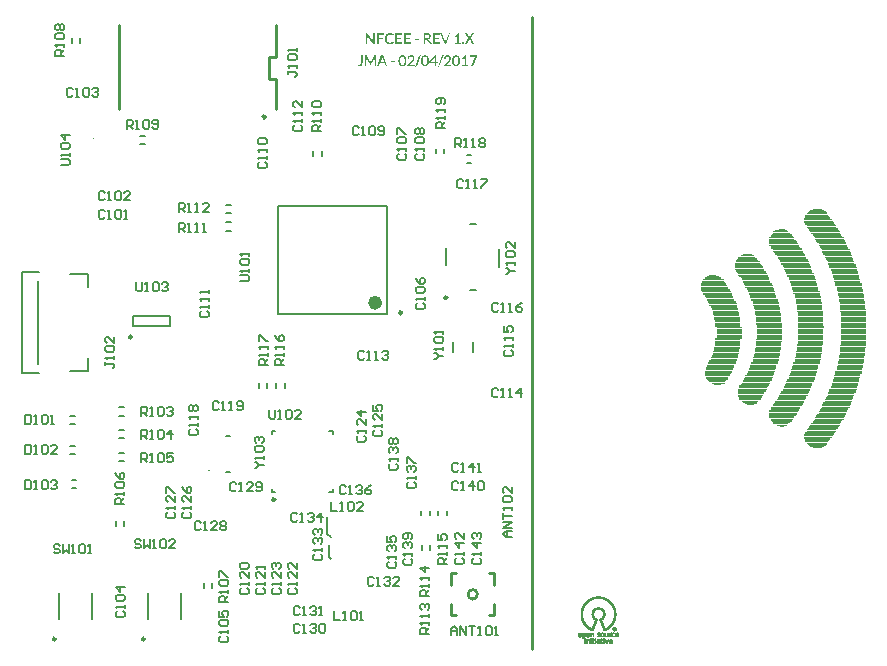
<source format=gto>
G04 Layer_Color=65535*
%FSLAX25Y25*%
%MOIN*%
G70*
G01*
G75*
%ADD43C,0.01000*%
%ADD44C,0.00984*%
%ADD45C,0.00394*%
%ADD46C,0.02362*%
%ADD47C,0.00787*%
%ADD48C,0.00600*%
%ADD49C,0.00020*%
%ADD50C,0.00400*%
G36*
X149768Y-21110D02*
X150458D01*
Y-21540D01*
X148473D01*
Y-21110D01*
X149228D01*
Y-18770D01*
Y-18765D01*
Y-18750D01*
Y-18730D01*
Y-18705D01*
X149233Y-18650D01*
X149238Y-18600D01*
X148683Y-19125D01*
X148678Y-19130D01*
X148668Y-19135D01*
X148648Y-19145D01*
X148623Y-19155D01*
X148618D01*
X148603Y-19160D01*
X148583Y-19165D01*
X148553D01*
X148533Y-19160D01*
X148503Y-19155D01*
X148473Y-19145D01*
X148468Y-19140D01*
X148453Y-19130D01*
X148433Y-19115D01*
X148413Y-19095D01*
X148268Y-18875D01*
X149343Y-17925D01*
X149768D01*
Y-21110D01*
D02*
G37*
G36*
X143678Y-17895D02*
X143733Y-17900D01*
X143798Y-17905D01*
X143873Y-17920D01*
X143953Y-17935D01*
X144028Y-17960D01*
X144038Y-17965D01*
X144063Y-17975D01*
X144103Y-17990D01*
X144148Y-18010D01*
X144203Y-18040D01*
X144263Y-18075D01*
X144323Y-18115D01*
X144378Y-18165D01*
X144383Y-18170D01*
X144403Y-18190D01*
X144428Y-18220D01*
X144463Y-18255D01*
X144503Y-18305D01*
X144543Y-18360D01*
X144578Y-18420D01*
X144613Y-18490D01*
X144618Y-18500D01*
X144628Y-18525D01*
X144638Y-18560D01*
X144658Y-18615D01*
X144673Y-18675D01*
X144683Y-18750D01*
X144693Y-18830D01*
X144698Y-18915D01*
Y-18925D01*
Y-18950D01*
X144693Y-18990D01*
Y-19040D01*
X144683Y-19100D01*
X144673Y-19160D01*
X144658Y-19230D01*
X144638Y-19295D01*
X144633Y-19305D01*
X144628Y-19325D01*
X144613Y-19360D01*
X144593Y-19400D01*
X144573Y-19455D01*
X144543Y-19510D01*
X144473Y-19630D01*
X144468Y-19635D01*
X144453Y-19655D01*
X144433Y-19685D01*
X144403Y-19725D01*
X144368Y-19770D01*
X144328Y-19820D01*
X144238Y-19925D01*
X144233Y-19930D01*
X144218Y-19950D01*
X144188Y-19980D01*
X144158Y-20015D01*
X144113Y-20060D01*
X144068Y-20110D01*
X144013Y-20165D01*
X143958Y-20225D01*
X143053Y-21080D01*
X143078Y-21075D01*
X143098Y-21070D01*
X143123Y-21060D01*
X143153Y-21055D01*
X143188Y-21050D01*
X143193D01*
X143208Y-21045D01*
X143228D01*
X143253Y-21040D01*
X143318Y-21035D01*
X143388Y-21030D01*
X144583D01*
X144598Y-21035D01*
X144618D01*
X144668Y-21055D01*
X144693Y-21070D01*
X144713Y-21090D01*
X144718D01*
X144723Y-21100D01*
X144743Y-21125D01*
X144758Y-21170D01*
X144768Y-21195D01*
Y-21225D01*
Y-21540D01*
X142328D01*
Y-21345D01*
Y-21340D01*
Y-21335D01*
X142333Y-21310D01*
X142338Y-21275D01*
X142348Y-21235D01*
Y-21230D01*
X142353Y-21225D01*
X142363Y-21200D01*
X142388Y-21165D01*
X142418Y-21125D01*
X143603Y-19975D01*
X143608Y-19970D01*
X143618Y-19955D01*
X143633Y-19930D01*
X143653Y-19900D01*
X143678Y-19865D01*
X143713Y-19825D01*
X143788Y-19730D01*
X143793Y-19725D01*
X143808Y-19705D01*
X143828Y-19680D01*
X143858Y-19645D01*
X143888Y-19605D01*
X143923Y-19560D01*
X143988Y-19465D01*
X143993Y-19460D01*
X144003Y-19440D01*
X144018Y-19415D01*
X144033Y-19385D01*
X144053Y-19345D01*
X144073Y-19300D01*
X144108Y-19205D01*
Y-19200D01*
X144113Y-19180D01*
X144123Y-19155D01*
X144133Y-19120D01*
X144138Y-19080D01*
X144148Y-19035D01*
X144153Y-18930D01*
Y-18925D01*
Y-18905D01*
Y-18880D01*
X144148Y-18845D01*
X144133Y-18765D01*
X144108Y-18680D01*
Y-18675D01*
X144098Y-18660D01*
X144088Y-18640D01*
X144078Y-18615D01*
X144038Y-18560D01*
X143983Y-18505D01*
X143978Y-18500D01*
X143968Y-18495D01*
X143953Y-18480D01*
X143933Y-18465D01*
X143903Y-18450D01*
X143873Y-18430D01*
X143798Y-18400D01*
X143793D01*
X143778Y-18395D01*
X143758Y-18385D01*
X143728Y-18380D01*
X143698Y-18370D01*
X143658Y-18365D01*
X143568Y-18360D01*
X143523D01*
X143493Y-18365D01*
X143423Y-18375D01*
X143343Y-18400D01*
X143338D01*
X143328Y-18405D01*
X143308Y-18415D01*
X143283Y-18425D01*
X143223Y-18455D01*
X143158Y-18500D01*
X143153Y-18505D01*
X143143Y-18510D01*
X143128Y-18525D01*
X143113Y-18545D01*
X143063Y-18595D01*
X143018Y-18655D01*
Y-18660D01*
X143008Y-18670D01*
X142998Y-18690D01*
X142988Y-18710D01*
X142963Y-18775D01*
X142943Y-18845D01*
Y-18850D01*
X142938Y-18860D01*
X142933Y-18875D01*
X142923Y-18895D01*
X142898Y-18940D01*
X142883Y-18965D01*
X142863Y-18980D01*
X142853Y-18985D01*
X142828Y-19000D01*
X142788Y-19015D01*
X142733Y-19020D01*
X142678D01*
X142658Y-19015D01*
X142398Y-18970D01*
Y-18965D01*
Y-18955D01*
X142403Y-18940D01*
Y-18920D01*
X142413Y-18865D01*
X142428Y-18800D01*
X142448Y-18720D01*
X142468Y-18640D01*
X142498Y-18560D01*
X142533Y-18485D01*
X142538Y-18475D01*
X142553Y-18450D01*
X142573Y-18415D01*
X142603Y-18370D01*
X142643Y-18320D01*
X142688Y-18265D01*
X142738Y-18210D01*
X142793Y-18160D01*
X142798Y-18155D01*
X142823Y-18140D01*
X142853Y-18115D01*
X142898Y-18085D01*
X142953Y-18055D01*
X143013Y-18020D01*
X143083Y-17990D01*
X143158Y-17960D01*
X143168Y-17955D01*
X143193Y-17950D01*
X143233Y-17940D01*
X143288Y-17925D01*
X143353Y-17910D01*
X143428Y-17900D01*
X143508Y-17895D01*
X143593Y-17890D01*
X143633D01*
X143678Y-17895D01*
D02*
G37*
G36*
X139698Y-20180D02*
X140233D01*
Y-20475D01*
Y-20485D01*
X140228Y-20510D01*
X140218Y-20540D01*
X140193Y-20575D01*
X140188Y-20580D01*
X140168Y-20595D01*
X140133Y-20610D01*
X140088Y-20615D01*
X139698D01*
Y-21540D01*
X139213D01*
Y-20615D01*
X137698D01*
X137668Y-20610D01*
X137628Y-20600D01*
X137588Y-20580D01*
X137583Y-20575D01*
X137563Y-20555D01*
X137548Y-20525D01*
X137533Y-20490D01*
X137483Y-20235D01*
X139218Y-17930D01*
X139698D01*
Y-20180D01*
D02*
G37*
G36*
X153378Y-18175D02*
Y-18180D01*
Y-18190D01*
Y-18205D01*
Y-18225D01*
X153368Y-18275D01*
X153358Y-18325D01*
X153353Y-18335D01*
X153348Y-18360D01*
X153333Y-18390D01*
X153318Y-18425D01*
X151863Y-21365D01*
Y-21370D01*
X151858Y-21375D01*
X151838Y-21405D01*
X151803Y-21445D01*
X151758Y-21490D01*
X151753D01*
X151748Y-21500D01*
X151733Y-21505D01*
X151713Y-21515D01*
X151688Y-21525D01*
X151653Y-21530D01*
X151618Y-21540D01*
X151218D01*
X152698Y-18575D01*
Y-18570D01*
X152703Y-18565D01*
X152718Y-18540D01*
X152738Y-18500D01*
X152763Y-18460D01*
X152768Y-18450D01*
X152783Y-18435D01*
X152795Y-18430D01*
X151038D01*
X151008Y-18425D01*
X150973Y-18410D01*
X150933Y-18385D01*
X150928Y-18375D01*
X150913Y-18355D01*
X150893Y-18320D01*
X150888Y-18275D01*
Y-17930D01*
X153378D01*
Y-18175D01*
D02*
G37*
G36*
X125903Y-20255D02*
X124593D01*
Y-19790D01*
X125903D01*
Y-20255D01*
D02*
G37*
G36*
X119718Y-21540D02*
X119203D01*
Y-18910D01*
Y-18905D01*
Y-18900D01*
Y-18875D01*
Y-18840D01*
Y-18795D01*
Y-18790D01*
Y-18785D01*
X119208Y-18765D01*
Y-18740D01*
X119213Y-18735D01*
Y-18730D01*
X118103Y-20900D01*
X118098Y-20905D01*
X118088Y-20920D01*
X118073Y-20945D01*
X118048Y-20965D01*
X118018Y-20990D01*
X117978Y-21015D01*
X117938Y-21030D01*
X117888Y-21035D01*
X117793D01*
X117768Y-21030D01*
X117738Y-21020D01*
X117703Y-21000D01*
X117668Y-20980D01*
X117633Y-20945D01*
X117603Y-20900D01*
X116463Y-18720D01*
X116468Y-18735D01*
X116473Y-18760D01*
Y-18775D01*
Y-18800D01*
Y-18805D01*
Y-18810D01*
X116478Y-18840D01*
Y-18875D01*
Y-18910D01*
Y-21540D01*
X115963D01*
Y-17930D01*
X116403D01*
X116443Y-17940D01*
X116483Y-17950D01*
X116493Y-17955D01*
X116513Y-17965D01*
X116538Y-17990D01*
X116553Y-18010D01*
X116568Y-18035D01*
X117788Y-20220D01*
X117793Y-20230D01*
X117850Y-20352D01*
X117853Y-20340D01*
Y-20335D01*
X117858Y-20330D01*
X117873Y-20295D01*
X117893Y-20255D01*
X117918Y-20205D01*
X119108Y-18035D01*
Y-18030D01*
X119113Y-18025D01*
X119133Y-18000D01*
X119163Y-17970D01*
X119178Y-17960D01*
X119193Y-17950D01*
X119203Y-17945D01*
X119228Y-17940D01*
X119268Y-17935D01*
X119318Y-17930D01*
X119718D01*
Y-21540D01*
D02*
G37*
G36*
X115198Y-20280D02*
Y-20285D01*
Y-20295D01*
Y-20310D01*
Y-20330D01*
X115193Y-20390D01*
X115188Y-20460D01*
X115178Y-20545D01*
X115168Y-20635D01*
X115148Y-20730D01*
X115123Y-20825D01*
Y-20830D01*
X115118Y-20835D01*
X115108Y-20865D01*
X115093Y-20910D01*
X115068Y-20965D01*
X115033Y-21030D01*
X114998Y-21100D01*
X114953Y-21170D01*
X114898Y-21235D01*
X114893Y-21240D01*
X114873Y-21265D01*
X114843Y-21295D01*
X114798Y-21330D01*
X114748Y-21375D01*
X114683Y-21415D01*
X114613Y-21460D01*
X114538Y-21495D01*
X114528Y-21500D01*
X114498Y-21510D01*
X114453Y-21520D01*
X114398Y-21535D01*
X114323Y-21555D01*
X114238Y-21565D01*
X114143Y-21575D01*
X114043Y-21580D01*
X113998D01*
X113948Y-21575D01*
X113883Y-21570D01*
X113803Y-21560D01*
X113708Y-21550D01*
X113608Y-21530D01*
X113498Y-21505D01*
Y-21500D01*
Y-21485D01*
Y-21465D01*
X113503Y-21435D01*
Y-21375D01*
X113508Y-21345D01*
Y-21320D01*
Y-21315D01*
Y-21310D01*
X113513Y-21275D01*
X113518Y-21230D01*
X113523Y-21180D01*
Y-21175D01*
Y-21170D01*
X113533Y-21145D01*
X113548Y-21115D01*
X113568Y-21085D01*
X113578Y-21080D01*
X113598Y-21065D01*
X113633Y-21050D01*
X113683Y-21045D01*
X113693D01*
X113718Y-21050D01*
X113753Y-21055D01*
X113803Y-21070D01*
X113808D01*
X113818Y-21075D01*
X113833D01*
X113858Y-21080D01*
X113883Y-21085D01*
X113918D01*
X113998Y-21090D01*
X114053D01*
X114088Y-21085D01*
X114128Y-21080D01*
X114173Y-21075D01*
X114263Y-21050D01*
X114268D01*
X114283Y-21040D01*
X114303Y-21030D01*
X114333Y-21015D01*
X114393Y-20970D01*
X114458Y-20910D01*
X114463Y-20905D01*
X114473Y-20895D01*
X114488Y-20870D01*
X114503Y-20845D01*
X114523Y-20805D01*
X114543Y-20765D01*
X114563Y-20715D01*
X114583Y-20660D01*
Y-20655D01*
X114588Y-20630D01*
X114598Y-20600D01*
X114608Y-20555D01*
X114613Y-20500D01*
X114623Y-20440D01*
X114628Y-20365D01*
Y-20290D01*
Y-17930D01*
X115198D01*
Y-20280D01*
D02*
G37*
G36*
X128573Y-17895D02*
X128643Y-17905D01*
X128723Y-17920D01*
X128808Y-17940D01*
X128898Y-17965D01*
X128993Y-18005D01*
X128998D01*
X129003Y-18010D01*
X129033Y-18025D01*
X129078Y-18055D01*
X129138Y-18090D01*
X129203Y-18140D01*
X129278Y-18200D01*
X129348Y-18270D01*
X129418Y-18350D01*
Y-18355D01*
X129428Y-18360D01*
X129433Y-18375D01*
X129448Y-18390D01*
X129478Y-18440D01*
X129523Y-18510D01*
X129568Y-18590D01*
X129613Y-18690D01*
X129658Y-18800D01*
X129698Y-18925D01*
Y-18930D01*
X129703Y-18940D01*
X129708Y-18960D01*
X129713Y-18985D01*
X129723Y-19020D01*
X129728Y-19060D01*
X129738Y-19105D01*
X129748Y-19155D01*
X129758Y-19210D01*
X129768Y-19275D01*
X129783Y-19410D01*
X129793Y-19565D01*
X129798Y-19735D01*
Y-19740D01*
Y-19755D01*
Y-19780D01*
Y-19815D01*
X129793Y-19855D01*
Y-19900D01*
X129788Y-19955D01*
X129783Y-20015D01*
X129773Y-20140D01*
X129753Y-20275D01*
X129728Y-20415D01*
X129693Y-20550D01*
Y-20555D01*
X129688Y-20565D01*
X129683Y-20585D01*
X129673Y-20605D01*
X129663Y-20635D01*
X129653Y-20670D01*
X129623Y-20750D01*
X129583Y-20840D01*
X129533Y-20940D01*
X129478Y-21035D01*
X129413Y-21125D01*
X129403Y-21135D01*
X129383Y-21160D01*
X129343Y-21205D01*
X129293Y-21255D01*
X129233Y-21310D01*
X129163Y-21365D01*
X129083Y-21420D01*
X128993Y-21465D01*
X128988D01*
X128983Y-21470D01*
X128968Y-21475D01*
X128953Y-21480D01*
X128903Y-21500D01*
X128838Y-21520D01*
X128758Y-21540D01*
X128668Y-21560D01*
X128573Y-21570D01*
X128473Y-21575D01*
X128423D01*
X128368Y-21570D01*
X128298Y-21560D01*
X128218Y-21550D01*
X128128Y-21530D01*
X128038Y-21500D01*
X127943Y-21465D01*
X127938D01*
X127933Y-21460D01*
X127903Y-21445D01*
X127858Y-21420D01*
X127803Y-21380D01*
X127733Y-21335D01*
X127663Y-21275D01*
X127593Y-21205D01*
X127523Y-21125D01*
Y-21120D01*
X127513Y-21115D01*
X127508Y-21100D01*
X127493Y-21085D01*
X127463Y-21035D01*
X127423Y-20965D01*
X127378Y-20885D01*
X127333Y-20785D01*
X127288Y-20675D01*
X127248Y-20550D01*
Y-20545D01*
X127243Y-20535D01*
X127238Y-20515D01*
X127233Y-20490D01*
X127223Y-20455D01*
X127218Y-20415D01*
X127208Y-20370D01*
X127198Y-20320D01*
X127188Y-20260D01*
X127178Y-20200D01*
X127163Y-20060D01*
X127153Y-19905D01*
X127148Y-19735D01*
Y-19730D01*
Y-19715D01*
Y-19690D01*
Y-19655D01*
X127153Y-19615D01*
Y-19570D01*
X127158Y-19515D01*
X127163Y-19455D01*
X127173Y-19330D01*
X127188Y-19195D01*
X127213Y-19055D01*
X127248Y-18925D01*
Y-18920D01*
X127253Y-18910D01*
X127258Y-18890D01*
X127268Y-18865D01*
X127278Y-18840D01*
X127288Y-18805D01*
X127318Y-18725D01*
X127358Y-18635D01*
X127408Y-18535D01*
X127463Y-18440D01*
X127523Y-18350D01*
Y-18345D01*
X127533Y-18340D01*
X127553Y-18310D01*
X127593Y-18270D01*
X127643Y-18220D01*
X127703Y-18165D01*
X127778Y-18105D01*
X127858Y-18055D01*
X127943Y-18005D01*
X127948D01*
X127953Y-18000D01*
X127968Y-17995D01*
X127988Y-17985D01*
X128038Y-17970D01*
X128103Y-17945D01*
X128178Y-17925D01*
X128268Y-17910D01*
X128368Y-17895D01*
X128473Y-17890D01*
X128518D01*
X128573Y-17895D01*
D02*
G37*
G36*
X140728Y-21555D02*
Y-21560D01*
X140723Y-21570D01*
X140713Y-21590D01*
X140698Y-21615D01*
X140663Y-21665D01*
X140638Y-21690D01*
X140608Y-21710D01*
X140603D01*
X140593Y-21720D01*
X140578Y-21725D01*
X140558Y-21735D01*
X140503Y-21750D01*
X140438Y-21760D01*
X140213D01*
X141683Y-18025D01*
Y-18020D01*
X141688Y-18010D01*
X141698Y-17995D01*
X141708Y-17975D01*
X141743Y-17930D01*
X141788Y-17885D01*
X141793Y-17880D01*
X141803Y-17875D01*
X141818Y-17865D01*
X141838Y-17855D01*
X141893Y-17840D01*
X141928Y-17830D01*
X142193D01*
X140728Y-21555D01*
D02*
G37*
G36*
X133193D02*
Y-21560D01*
X133188Y-21570D01*
X133178Y-21590D01*
X133163Y-21615D01*
X133128Y-21665D01*
X133103Y-21690D01*
X133073Y-21710D01*
X133068D01*
X133058Y-21720D01*
X133043Y-21725D01*
X133023Y-21735D01*
X132968Y-21750D01*
X132903Y-21760D01*
X132678D01*
X134148Y-18025D01*
Y-18020D01*
X134153Y-18010D01*
X134163Y-17995D01*
X134173Y-17975D01*
X134208Y-17930D01*
X134253Y-17885D01*
X134258Y-17880D01*
X134268Y-17875D01*
X134283Y-17865D01*
X134303Y-17855D01*
X134358Y-17840D01*
X134393Y-17830D01*
X134658D01*
X133193Y-21555D01*
D02*
G37*
G36*
X136108Y-17895D02*
X136178Y-17905D01*
X136258Y-17920D01*
X136343Y-17940D01*
X136433Y-17965D01*
X136528Y-18005D01*
X136533D01*
X136538Y-18010D01*
X136568Y-18025D01*
X136613Y-18055D01*
X136673Y-18090D01*
X136738Y-18140D01*
X136813Y-18200D01*
X136883Y-18270D01*
X136953Y-18350D01*
Y-18355D01*
X136963Y-18360D01*
X136968Y-18375D01*
X136983Y-18390D01*
X137013Y-18440D01*
X137058Y-18510D01*
X137103Y-18590D01*
X137148Y-18690D01*
X137193Y-18800D01*
X137233Y-18925D01*
Y-18930D01*
X137238Y-18940D01*
X137243Y-18960D01*
X137248Y-18985D01*
X137258Y-19020D01*
X137263Y-19060D01*
X137273Y-19105D01*
X137283Y-19155D01*
X137293Y-19210D01*
X137303Y-19275D01*
X137318Y-19410D01*
X137328Y-19565D01*
X137333Y-19735D01*
Y-19740D01*
Y-19755D01*
Y-19780D01*
Y-19815D01*
X137328Y-19855D01*
Y-19900D01*
X137323Y-19955D01*
X137318Y-20015D01*
X137308Y-20140D01*
X137288Y-20275D01*
X137263Y-20415D01*
X137228Y-20550D01*
Y-20555D01*
X137223Y-20565D01*
X137218Y-20585D01*
X137208Y-20605D01*
X137198Y-20635D01*
X137188Y-20670D01*
X137158Y-20750D01*
X137118Y-20840D01*
X137068Y-20940D01*
X137013Y-21035D01*
X136948Y-21125D01*
X136938Y-21135D01*
X136918Y-21160D01*
X136878Y-21205D01*
X136828Y-21255D01*
X136768Y-21310D01*
X136698Y-21365D01*
X136618Y-21420D01*
X136528Y-21465D01*
X136523D01*
X136518Y-21470D01*
X136503Y-21475D01*
X136488Y-21480D01*
X136438Y-21500D01*
X136373Y-21520D01*
X136293Y-21540D01*
X136203Y-21560D01*
X136108Y-21570D01*
X136008Y-21575D01*
X135958D01*
X135903Y-21570D01*
X135833Y-21560D01*
X135753Y-21550D01*
X135663Y-21530D01*
X135573Y-21500D01*
X135478Y-21465D01*
X135473D01*
X135468Y-21460D01*
X135438Y-21445D01*
X135393Y-21420D01*
X135338Y-21380D01*
X135268Y-21335D01*
X135198Y-21275D01*
X135128Y-21205D01*
X135058Y-21125D01*
Y-21120D01*
X135048Y-21115D01*
X135043Y-21100D01*
X135028Y-21085D01*
X134998Y-21035D01*
X134958Y-20965D01*
X134913Y-20885D01*
X134868Y-20785D01*
X134823Y-20675D01*
X134783Y-20550D01*
Y-20545D01*
X134778Y-20535D01*
X134773Y-20515D01*
X134768Y-20490D01*
X134758Y-20455D01*
X134753Y-20415D01*
X134743Y-20370D01*
X134733Y-20320D01*
X134723Y-20260D01*
X134713Y-20200D01*
X134698Y-20060D01*
X134688Y-19905D01*
X134683Y-19735D01*
Y-19730D01*
Y-19715D01*
Y-19690D01*
Y-19655D01*
X134688Y-19615D01*
Y-19570D01*
X134693Y-19515D01*
X134698Y-19455D01*
X134708Y-19330D01*
X134723Y-19195D01*
X134748Y-19055D01*
X134783Y-18925D01*
Y-18920D01*
X134788Y-18910D01*
X134793Y-18890D01*
X134803Y-18865D01*
X134813Y-18840D01*
X134823Y-18805D01*
X134853Y-18725D01*
X134893Y-18635D01*
X134943Y-18535D01*
X134998Y-18440D01*
X135058Y-18350D01*
Y-18345D01*
X135068Y-18340D01*
X135088Y-18310D01*
X135128Y-18270D01*
X135178Y-18220D01*
X135238Y-18165D01*
X135313Y-18105D01*
X135393Y-18055D01*
X135478Y-18005D01*
X135483D01*
X135488Y-18000D01*
X135503Y-17995D01*
X135523Y-17985D01*
X135573Y-17970D01*
X135638Y-17945D01*
X135713Y-17925D01*
X135803Y-17910D01*
X135903Y-17895D01*
X136008Y-17890D01*
X136053D01*
X136108Y-17895D01*
D02*
G37*
G36*
X131458D02*
X131513Y-17900D01*
X131578Y-17905D01*
X131653Y-17920D01*
X131733Y-17935D01*
X131808Y-17960D01*
X131818Y-17965D01*
X131843Y-17975D01*
X131883Y-17990D01*
X131928Y-18010D01*
X131983Y-18040D01*
X132043Y-18075D01*
X132103Y-18115D01*
X132158Y-18165D01*
X132163Y-18170D01*
X132183Y-18190D01*
X132208Y-18220D01*
X132243Y-18255D01*
X132283Y-18305D01*
X132323Y-18360D01*
X132358Y-18420D01*
X132393Y-18490D01*
X132398Y-18500D01*
X132408Y-18525D01*
X132418Y-18560D01*
X132438Y-18615D01*
X132453Y-18675D01*
X132463Y-18750D01*
X132473Y-18830D01*
X132478Y-18915D01*
Y-18925D01*
Y-18950D01*
X132473Y-18990D01*
Y-19040D01*
X132463Y-19100D01*
X132453Y-19160D01*
X132438Y-19230D01*
X132418Y-19295D01*
X132413Y-19305D01*
X132408Y-19325D01*
X132393Y-19360D01*
X132373Y-19400D01*
X132353Y-19455D01*
X132323Y-19510D01*
X132253Y-19630D01*
X132248Y-19635D01*
X132233Y-19655D01*
X132213Y-19685D01*
X132183Y-19725D01*
X132148Y-19770D01*
X132108Y-19820D01*
X132018Y-19925D01*
X132013Y-19930D01*
X131998Y-19950D01*
X131968Y-19980D01*
X131938Y-20015D01*
X131893Y-20060D01*
X131848Y-20110D01*
X131793Y-20165D01*
X131738Y-20225D01*
X130833Y-21080D01*
X130858Y-21075D01*
X130878Y-21070D01*
X130903Y-21060D01*
X130933Y-21055D01*
X130968Y-21050D01*
X130973D01*
X130988Y-21045D01*
X131008D01*
X131033Y-21040D01*
X131098Y-21035D01*
X131168Y-21030D01*
X132363D01*
X132378Y-21035D01*
X132398D01*
X132448Y-21055D01*
X132473Y-21070D01*
X132493Y-21090D01*
X132498D01*
X132503Y-21100D01*
X132523Y-21125D01*
X132538Y-21170D01*
X132548Y-21195D01*
Y-21225D01*
Y-21540D01*
X130108D01*
Y-21345D01*
Y-21340D01*
Y-21335D01*
X130113Y-21310D01*
X130118Y-21275D01*
X130128Y-21235D01*
Y-21230D01*
X130133Y-21225D01*
X130143Y-21200D01*
X130168Y-21165D01*
X130198Y-21125D01*
X131383Y-19975D01*
X131388Y-19970D01*
X131398Y-19955D01*
X131413Y-19930D01*
X131433Y-19900D01*
X131458Y-19865D01*
X131493Y-19825D01*
X131568Y-19730D01*
X131573Y-19725D01*
X131588Y-19705D01*
X131608Y-19680D01*
X131638Y-19645D01*
X131668Y-19605D01*
X131703Y-19560D01*
X131768Y-19465D01*
X131773Y-19460D01*
X131783Y-19440D01*
X131798Y-19415D01*
X131813Y-19385D01*
X131833Y-19345D01*
X131853Y-19300D01*
X131888Y-19205D01*
Y-19200D01*
X131893Y-19180D01*
X131903Y-19155D01*
X131913Y-19120D01*
X131918Y-19080D01*
X131928Y-19035D01*
X131933Y-18930D01*
Y-18925D01*
Y-18905D01*
Y-18880D01*
X131928Y-18845D01*
X131913Y-18765D01*
X131888Y-18680D01*
Y-18675D01*
X131878Y-18660D01*
X131868Y-18640D01*
X131858Y-18615D01*
X131818Y-18560D01*
X131763Y-18505D01*
X131758Y-18500D01*
X131748Y-18495D01*
X131733Y-18480D01*
X131713Y-18465D01*
X131683Y-18450D01*
X131653Y-18430D01*
X131578Y-18400D01*
X131573D01*
X131558Y-18395D01*
X131538Y-18385D01*
X131508Y-18380D01*
X131478Y-18370D01*
X131438Y-18365D01*
X131348Y-18360D01*
X131303D01*
X131273Y-18365D01*
X131203Y-18375D01*
X131123Y-18400D01*
X131118D01*
X131108Y-18405D01*
X131088Y-18415D01*
X131063Y-18425D01*
X131003Y-18455D01*
X130938Y-18500D01*
X130933Y-18505D01*
X130923Y-18510D01*
X130908Y-18525D01*
X130893Y-18545D01*
X130843Y-18595D01*
X130798Y-18655D01*
Y-18660D01*
X130788Y-18670D01*
X130778Y-18690D01*
X130768Y-18710D01*
X130743Y-18775D01*
X130723Y-18845D01*
Y-18850D01*
X130718Y-18860D01*
X130713Y-18875D01*
X130703Y-18895D01*
X130678Y-18940D01*
X130663Y-18965D01*
X130643Y-18980D01*
X130633Y-18985D01*
X130608Y-19000D01*
X130568Y-19015D01*
X130513Y-19020D01*
X130458D01*
X130438Y-19015D01*
X130178Y-18970D01*
Y-18965D01*
Y-18955D01*
X130183Y-18940D01*
Y-18920D01*
X130193Y-18865D01*
X130208Y-18800D01*
X130228Y-18720D01*
X130248Y-18640D01*
X130278Y-18560D01*
X130313Y-18485D01*
X130318Y-18475D01*
X130333Y-18450D01*
X130353Y-18415D01*
X130383Y-18370D01*
X130423Y-18320D01*
X130468Y-18265D01*
X130518Y-18210D01*
X130573Y-18160D01*
X130578Y-18155D01*
X130603Y-18140D01*
X130633Y-18115D01*
X130678Y-18085D01*
X130733Y-18055D01*
X130793Y-18020D01*
X130863Y-17990D01*
X130938Y-17960D01*
X130948Y-17955D01*
X130973Y-17950D01*
X131013Y-17940D01*
X131068Y-17925D01*
X131133Y-17910D01*
X131208Y-17900D01*
X131288Y-17895D01*
X131373Y-17890D01*
X131413D01*
X131458Y-17895D01*
D02*
G37*
G36*
X123473Y-21540D02*
X123028D01*
X123008Y-21535D01*
X122963Y-21525D01*
X122923Y-21500D01*
X122913Y-21495D01*
X122893Y-21470D01*
X122868Y-21440D01*
X122848Y-21400D01*
X122533Y-20580D01*
X121023D01*
X120708Y-21400D01*
X120703Y-21410D01*
X120688Y-21435D01*
X120663Y-21465D01*
X120628Y-21500D01*
X120618Y-21505D01*
X120593Y-21520D01*
X120553Y-21535D01*
X120498Y-21540D01*
X120078D01*
X121498Y-17930D01*
X122053D01*
X123473Y-21540D01*
D02*
G37*
G36*
X146493Y-17895D02*
X146563Y-17905D01*
X146643Y-17920D01*
X146728Y-17940D01*
X146818Y-17965D01*
X146913Y-18005D01*
X146918D01*
X146923Y-18010D01*
X146953Y-18025D01*
X146998Y-18055D01*
X147058Y-18090D01*
X147123Y-18140D01*
X147198Y-18200D01*
X147268Y-18270D01*
X147338Y-18350D01*
Y-18355D01*
X147348Y-18360D01*
X147353Y-18375D01*
X147368Y-18390D01*
X147398Y-18440D01*
X147443Y-18510D01*
X147488Y-18590D01*
X147533Y-18690D01*
X147578Y-18800D01*
X147618Y-18925D01*
Y-18930D01*
X147623Y-18940D01*
X147628Y-18960D01*
X147633Y-18985D01*
X147643Y-19020D01*
X147648Y-19060D01*
X147658Y-19105D01*
X147668Y-19155D01*
X147678Y-19210D01*
X147688Y-19275D01*
X147703Y-19410D01*
X147713Y-19565D01*
X147718Y-19735D01*
Y-19740D01*
Y-19755D01*
Y-19780D01*
Y-19815D01*
X147713Y-19855D01*
Y-19900D01*
X147708Y-19955D01*
X147703Y-20015D01*
X147693Y-20140D01*
X147673Y-20275D01*
X147648Y-20415D01*
X147613Y-20550D01*
Y-20555D01*
X147608Y-20565D01*
X147603Y-20585D01*
X147593Y-20605D01*
X147583Y-20635D01*
X147573Y-20670D01*
X147543Y-20750D01*
X147503Y-20840D01*
X147453Y-20940D01*
X147398Y-21035D01*
X147333Y-21125D01*
X147323Y-21135D01*
X147303Y-21160D01*
X147263Y-21205D01*
X147213Y-21255D01*
X147153Y-21310D01*
X147083Y-21365D01*
X147003Y-21420D01*
X146913Y-21465D01*
X146908D01*
X146903Y-21470D01*
X146888Y-21475D01*
X146873Y-21480D01*
X146823Y-21500D01*
X146758Y-21520D01*
X146678Y-21540D01*
X146588Y-21560D01*
X146493Y-21570D01*
X146393Y-21575D01*
X146343D01*
X146288Y-21570D01*
X146218Y-21560D01*
X146138Y-21550D01*
X146048Y-21530D01*
X145958Y-21500D01*
X145863Y-21465D01*
X145858D01*
X145853Y-21460D01*
X145823Y-21445D01*
X145778Y-21420D01*
X145723Y-21380D01*
X145653Y-21335D01*
X145583Y-21275D01*
X145513Y-21205D01*
X145443Y-21125D01*
Y-21120D01*
X145433Y-21115D01*
X145428Y-21100D01*
X145413Y-21085D01*
X145383Y-21035D01*
X145343Y-20965D01*
X145298Y-20885D01*
X145253Y-20785D01*
X145208Y-20675D01*
X145168Y-20550D01*
Y-20545D01*
X145163Y-20535D01*
X145158Y-20515D01*
X145153Y-20490D01*
X145143Y-20455D01*
X145138Y-20415D01*
X145128Y-20370D01*
X145118Y-20320D01*
X145108Y-20260D01*
X145098Y-20200D01*
X145083Y-20060D01*
X145073Y-19905D01*
X145068Y-19735D01*
Y-19730D01*
Y-19715D01*
Y-19690D01*
Y-19655D01*
X145073Y-19615D01*
Y-19570D01*
X145078Y-19515D01*
X145083Y-19455D01*
X145093Y-19330D01*
X145108Y-19195D01*
X145133Y-19055D01*
X145168Y-18925D01*
Y-18920D01*
X145173Y-18910D01*
X145178Y-18890D01*
X145188Y-18865D01*
X145198Y-18840D01*
X145208Y-18805D01*
X145238Y-18725D01*
X145278Y-18635D01*
X145328Y-18535D01*
X145383Y-18440D01*
X145443Y-18350D01*
Y-18345D01*
X145453Y-18340D01*
X145473Y-18310D01*
X145513Y-18270D01*
X145563Y-18220D01*
X145623Y-18165D01*
X145698Y-18105D01*
X145778Y-18055D01*
X145863Y-18005D01*
X145868D01*
X145873Y-18000D01*
X145888Y-17995D01*
X145908Y-17985D01*
X145958Y-17970D01*
X146023Y-17945D01*
X146098Y-17925D01*
X146188Y-17910D01*
X146288Y-17895D01*
X146393Y-17890D01*
X146438D01*
X146493Y-17895D01*
D02*
G37*
G36*
X147352Y-13708D02*
X148042D01*
Y-14138D01*
X146057D01*
Y-13708D01*
X146812D01*
Y-11368D01*
Y-11363D01*
Y-11348D01*
Y-11328D01*
Y-11303D01*
X146817Y-11248D01*
X146822Y-11198D01*
X146267Y-11723D01*
X146262Y-11728D01*
X146252Y-11733D01*
X146232Y-11743D01*
X146207Y-11753D01*
X146202D01*
X146187Y-11758D01*
X146167Y-11763D01*
X146137D01*
X146117Y-11758D01*
X146087Y-11753D01*
X146057Y-11743D01*
X146052Y-11738D01*
X146037Y-11728D01*
X146017Y-11713D01*
X145997Y-11693D01*
X145852Y-11473D01*
X146927Y-10523D01*
X147352D01*
Y-13708D01*
D02*
G37*
G36*
X143027Y-14138D02*
X142532D01*
X141082Y-10528D01*
X141542D01*
X141562Y-10533D01*
X141607Y-10548D01*
X141647Y-10573D01*
X141657Y-10578D01*
X141677Y-10598D01*
X141702Y-10628D01*
X141722Y-10668D01*
X142717Y-13153D01*
Y-13158D01*
X142722Y-13168D01*
X142732Y-13183D01*
X142737Y-13208D01*
X142747Y-13233D01*
X142757Y-13268D01*
X142782Y-13341D01*
X142782Y-13338D01*
Y-13333D01*
X142787Y-13318D01*
X142792Y-13298D01*
X142802Y-13273D01*
X142827Y-13203D01*
X142857Y-13128D01*
X143837Y-10668D01*
X143842Y-10658D01*
X143852Y-10638D01*
X143877Y-10608D01*
X143907Y-10573D01*
X143912D01*
X143917Y-10568D01*
X143947Y-10548D01*
X143987Y-10533D01*
X144047Y-10528D01*
X144477D01*
X143027Y-14138D01*
D02*
G37*
G36*
X136682Y-10533D02*
X136762Y-10538D01*
X136857Y-10548D01*
X136957Y-10558D01*
X137057Y-10578D01*
X137152Y-10603D01*
X137157D01*
X137162Y-10608D01*
X137197Y-10618D01*
X137242Y-10633D01*
X137302Y-10653D01*
X137367Y-10683D01*
X137437Y-10718D01*
X137507Y-10758D01*
X137572Y-10808D01*
X137582Y-10813D01*
X137602Y-10833D01*
X137632Y-10858D01*
X137667Y-10898D01*
X137707Y-10943D01*
X137747Y-10998D01*
X137787Y-11063D01*
X137822Y-11133D01*
X137827Y-11143D01*
X137837Y-11168D01*
X137847Y-11203D01*
X137862Y-11258D01*
X137877Y-11318D01*
X137892Y-11388D01*
X137897Y-11468D01*
X137902Y-11553D01*
Y-11563D01*
Y-11588D01*
X137897Y-11623D01*
X137892Y-11673D01*
X137887Y-11728D01*
X137877Y-11788D01*
X137857Y-11853D01*
X137837Y-11918D01*
X137832Y-11923D01*
X137827Y-11948D01*
X137812Y-11978D01*
X137792Y-12018D01*
X137767Y-12068D01*
X137737Y-12118D01*
X137697Y-12173D01*
X137657Y-12223D01*
X137652Y-12228D01*
X137637Y-12243D01*
X137612Y-12273D01*
X137577Y-12303D01*
X137537Y-12338D01*
X137487Y-12378D01*
X137432Y-12418D01*
X137372Y-12453D01*
X137367Y-12458D01*
X137342Y-12468D01*
X137312Y-12483D01*
X137267Y-12503D01*
X137217Y-12523D01*
X137162Y-12543D01*
X137102Y-12558D01*
X137037Y-12568D01*
X137047D01*
X137062Y-12573D01*
X137082Y-12583D01*
X137107Y-12598D01*
X137132Y-12618D01*
X137157Y-12643D01*
X137187Y-12683D01*
X138217Y-14138D01*
X137722D01*
X137692Y-14133D01*
X137657Y-14123D01*
X137617Y-14108D01*
X137582Y-14088D01*
X137542Y-14058D01*
X137512Y-14018D01*
X136602Y-12763D01*
X136597Y-12753D01*
X136582Y-12738D01*
X136557Y-12718D01*
X136527Y-12698D01*
X136522Y-12693D01*
X136497Y-12683D01*
X136457Y-12678D01*
X136402Y-12673D01*
X136092D01*
Y-14138D01*
X135522D01*
Y-10528D01*
X136647D01*
X136682Y-10533D01*
D02*
G37*
G36*
X140902Y-11013D02*
X139217D01*
Y-12083D01*
X140582D01*
Y-12553D01*
X139217D01*
Y-13653D01*
X140902D01*
Y-14138D01*
X138637D01*
Y-10528D01*
X140902D01*
Y-11013D01*
D02*
G37*
G36*
X151262Y-12293D02*
X152462Y-14138D01*
X151932D01*
X151902Y-14133D01*
X151862Y-14123D01*
X151827Y-14103D01*
X151822Y-14098D01*
X151802Y-14078D01*
X151782Y-14053D01*
X151762Y-14023D01*
X150882Y-12578D01*
Y-12583D01*
Y-12593D01*
Y-12618D01*
X150867Y-12648D01*
X149947Y-14028D01*
X149942Y-14033D01*
X149932Y-14053D01*
X149907Y-14078D01*
X149882Y-14103D01*
X149877Y-14108D01*
X149857Y-14118D01*
X149822Y-14133D01*
X149777Y-14138D01*
X149282D01*
X150492Y-12313D01*
X149332Y-10528D01*
X149867D01*
X149892Y-10533D01*
X149927Y-10538D01*
X149957Y-10553D01*
X149962Y-10558D01*
X149982Y-10573D01*
X150002Y-10593D01*
X150022Y-10628D01*
X150877Y-11998D01*
Y-11993D01*
Y-11983D01*
X150882Y-11958D01*
X150892Y-11938D01*
X150902Y-11913D01*
X151767Y-10628D01*
X151772Y-10623D01*
X151782Y-10603D01*
X151802Y-10583D01*
X151827Y-10558D01*
X151832Y-10553D01*
X151852Y-10543D01*
X151882Y-10533D01*
X151922Y-10528D01*
X152427D01*
X151262Y-12293D01*
D02*
G37*
G36*
X124502Y-10493D02*
X124542D01*
X124637Y-10503D01*
X124742Y-10518D01*
X124857Y-10543D01*
X124972Y-10573D01*
X125087Y-10613D01*
X125092D01*
X125102Y-10618D01*
X125117Y-10628D01*
X125137Y-10638D01*
X125192Y-10663D01*
X125262Y-10703D01*
X125342Y-10758D01*
X125432Y-10818D01*
X125527Y-10893D01*
X125617Y-10978D01*
X125457Y-11228D01*
X125452Y-11233D01*
X125442Y-11248D01*
X125422Y-11263D01*
X125397Y-11283D01*
X125392Y-11288D01*
X125377Y-11293D01*
X125347Y-11298D01*
X125312Y-11303D01*
X125302D01*
X125282Y-11298D01*
X125252Y-11293D01*
X125222Y-11278D01*
X125217Y-11273D01*
X125197Y-11263D01*
X125167Y-11243D01*
X125132Y-11218D01*
X125122Y-11213D01*
X125102Y-11193D01*
X125067Y-11173D01*
X125017Y-11143D01*
X125012D01*
X125007Y-11138D01*
X124992Y-11128D01*
X124972Y-11118D01*
X124927Y-11098D01*
X124867Y-11073D01*
X124862D01*
X124852Y-11068D01*
X124832Y-11063D01*
X124812Y-11053D01*
X124782Y-11048D01*
X124747Y-11038D01*
X124667Y-11018D01*
X124662D01*
X124647Y-11013D01*
X124622Y-11008D01*
X124592Y-11003D01*
X124552D01*
X124507Y-10998D01*
X124452Y-10993D01*
X124352D01*
X124302Y-10998D01*
X124232Y-11003D01*
X124157Y-11018D01*
X124072Y-11033D01*
X123987Y-11058D01*
X123902Y-11088D01*
X123892Y-11093D01*
X123862Y-11103D01*
X123822Y-11128D01*
X123767Y-11158D01*
X123707Y-11193D01*
X123642Y-11238D01*
X123577Y-11293D01*
X123512Y-11353D01*
X123507Y-11363D01*
X123487Y-11383D01*
X123457Y-11418D01*
X123422Y-11468D01*
X123382Y-11528D01*
X123337Y-11603D01*
X123297Y-11683D01*
X123262Y-11773D01*
Y-11778D01*
X123257Y-11783D01*
X123252Y-11798D01*
X123247Y-11818D01*
X123232Y-11868D01*
X123217Y-11938D01*
X123202Y-12018D01*
X123187Y-12113D01*
X123177Y-12218D01*
X123172Y-12333D01*
Y-12338D01*
Y-12348D01*
Y-12363D01*
Y-12388D01*
X123177Y-12413D01*
Y-12448D01*
X123182Y-12523D01*
X123192Y-12613D01*
X123212Y-12708D01*
X123232Y-12808D01*
X123262Y-12908D01*
Y-12913D01*
X123267Y-12918D01*
X123277Y-12948D01*
X123297Y-12998D01*
X123327Y-13053D01*
X123362Y-13118D01*
X123402Y-13188D01*
X123452Y-13263D01*
X123507Y-13328D01*
X123512Y-13333D01*
X123537Y-13358D01*
X123567Y-13388D01*
X123612Y-13423D01*
X123667Y-13468D01*
X123732Y-13508D01*
X123802Y-13553D01*
X123877Y-13588D01*
X123882D01*
X123887Y-13593D01*
X123917Y-13603D01*
X123957Y-13613D01*
X124017Y-13628D01*
X124087Y-13648D01*
X124162Y-13658D01*
X124252Y-13668D01*
X124342Y-13673D01*
X124432D01*
X124472Y-13668D01*
X124517D01*
X124612Y-13658D01*
X124617D01*
X124632Y-13653D01*
X124657Y-13648D01*
X124687Y-13643D01*
X124757Y-13628D01*
X124832Y-13603D01*
X124837D01*
X124852Y-13598D01*
X124872Y-13588D01*
X124897Y-13578D01*
X124957Y-13548D01*
X125022Y-13508D01*
X125027Y-13503D01*
X125037Y-13498D01*
X125057Y-13483D01*
X125077Y-13468D01*
X125137Y-13423D01*
X125202Y-13368D01*
X125207D01*
X125212Y-13358D01*
X125237Y-13343D01*
X125272Y-13328D01*
X125317Y-13318D01*
X125327D01*
X125352Y-13323D01*
X125387Y-13338D01*
X125427Y-13368D01*
X125627Y-13603D01*
X125622Y-13608D01*
X125617Y-13618D01*
X125602Y-13633D01*
X125587Y-13648D01*
X125537Y-13703D01*
X125472Y-13768D01*
X125387Y-13838D01*
X125292Y-13908D01*
X125187Y-13978D01*
X125072Y-14038D01*
X125067D01*
X125057Y-14043D01*
X125042Y-14053D01*
X125017Y-14058D01*
X124987Y-14068D01*
X124947Y-14083D01*
X124907Y-14093D01*
X124857Y-14108D01*
X124807Y-14123D01*
X124747Y-14133D01*
X124617Y-14158D01*
X124472Y-14173D01*
X124312Y-14178D01*
X124247D01*
X124212Y-14173D01*
X124172D01*
X124127Y-14168D01*
X124077Y-14163D01*
X123962Y-14143D01*
X123842Y-14123D01*
X123722Y-14088D01*
X123597Y-14043D01*
X123592D01*
X123582Y-14038D01*
X123567Y-14028D01*
X123542Y-14018D01*
X123517Y-14003D01*
X123487Y-13988D01*
X123412Y-13943D01*
X123327Y-13893D01*
X123237Y-13828D01*
X123147Y-13753D01*
X123057Y-13668D01*
Y-13663D01*
X123047Y-13658D01*
X123037Y-13643D01*
X123022Y-13623D01*
X122977Y-13573D01*
X122927Y-13503D01*
X122872Y-13418D01*
X122817Y-13318D01*
X122757Y-13208D01*
X122707Y-13083D01*
Y-13078D01*
X122702Y-13068D01*
X122697Y-13048D01*
X122687Y-13023D01*
X122677Y-12993D01*
X122667Y-12953D01*
X122657Y-12908D01*
X122647Y-12863D01*
X122627Y-12748D01*
X122607Y-12623D01*
X122592Y-12483D01*
X122587Y-12333D01*
Y-12328D01*
Y-12313D01*
Y-12293D01*
Y-12263D01*
X122592Y-12228D01*
Y-12188D01*
X122597Y-12138D01*
X122602Y-12088D01*
X122617Y-11973D01*
X122642Y-11848D01*
X122672Y-11723D01*
X122717Y-11593D01*
Y-11588D01*
X122722Y-11578D01*
X122732Y-11558D01*
X122742Y-11538D01*
X122757Y-11508D01*
X122772Y-11473D01*
X122812Y-11393D01*
X122867Y-11303D01*
X122927Y-11203D01*
X123002Y-11103D01*
X123087Y-11008D01*
X123092Y-11003D01*
X123097Y-10998D01*
X123112Y-10983D01*
X123132Y-10968D01*
X123182Y-10923D01*
X123247Y-10868D01*
X123332Y-10808D01*
X123432Y-10743D01*
X123542Y-10683D01*
X123662Y-10628D01*
X123667D01*
X123677Y-10623D01*
X123697Y-10613D01*
X123722Y-10608D01*
X123752Y-10593D01*
X123792Y-10583D01*
X123832Y-10573D01*
X123882Y-10558D01*
X123992Y-10533D01*
X124117Y-10508D01*
X124252Y-10493D01*
X124402Y-10488D01*
X124467D01*
X124502Y-10493D01*
D02*
G37*
G36*
X119247Y-14138D02*
X118947D01*
X118917Y-14133D01*
X118877Y-14128D01*
X118837Y-14118D01*
X118832Y-14113D01*
X118812Y-14098D01*
X118792Y-14078D01*
X118772Y-14053D01*
X116802Y-11408D01*
X116807Y-11418D01*
Y-11443D01*
Y-11458D01*
Y-11483D01*
Y-11488D01*
Y-11493D01*
X116812Y-11523D01*
Y-11558D01*
Y-11588D01*
Y-14138D01*
X116297D01*
Y-10528D01*
X116642D01*
X116617Y-10553D01*
X116627Y-10548D01*
X116647Y-10543D01*
X116677D01*
X116707Y-10553D01*
X116717Y-10558D01*
X116732Y-10568D01*
X116762Y-10588D01*
X116787Y-10618D01*
X118742Y-13253D01*
X118737Y-13243D01*
X118732Y-13223D01*
X118727Y-13208D01*
Y-13188D01*
Y-13183D01*
Y-13178D01*
Y-13148D01*
Y-13108D01*
Y-13063D01*
Y-10528D01*
X119247D01*
Y-14138D01*
D02*
G37*
G36*
X133947Y-12853D02*
X132637D01*
Y-12388D01*
X133947D01*
Y-12853D01*
D02*
G37*
G36*
X131277Y-11013D02*
X129592D01*
Y-12083D01*
X130957D01*
Y-12553D01*
X129592D01*
Y-13653D01*
X131277D01*
Y-14138D01*
X129012D01*
Y-10528D01*
X131277D01*
Y-11013D01*
D02*
G37*
G36*
X122277D02*
X120592D01*
Y-12143D01*
X122032D01*
Y-12628D01*
X120592D01*
Y-14138D01*
X120012D01*
Y-10528D01*
X122277D01*
Y-11013D01*
D02*
G37*
G36*
X148817Y-13468D02*
X148862Y-13473D01*
X148912Y-13493D01*
X148917D01*
X148922Y-13498D01*
X148952Y-13513D01*
X148992Y-13538D01*
X149027Y-13573D01*
X149037Y-13583D01*
X149057Y-13603D01*
X149082Y-13638D01*
X149102Y-13683D01*
Y-13688D01*
X149107Y-13693D01*
X149117Y-13723D01*
X149127Y-13768D01*
X149132Y-13818D01*
Y-13823D01*
Y-13833D01*
Y-13843D01*
X149127Y-13863D01*
X149122Y-13913D01*
X149102Y-13963D01*
Y-13968D01*
X149097Y-13973D01*
X149082Y-14003D01*
X149062Y-14038D01*
X149027Y-14078D01*
X149017Y-14083D01*
X148992Y-14103D01*
X148957Y-14128D01*
X148912Y-14148D01*
X148907D01*
X148902Y-14153D01*
X148872Y-14158D01*
X148827Y-14168D01*
X148772Y-14173D01*
X148747D01*
X148727Y-14168D01*
X148682Y-14163D01*
X148632Y-14148D01*
X148627D01*
X148622Y-14143D01*
X148597Y-14128D01*
X148562Y-14108D01*
X148522Y-14073D01*
X148517Y-14063D01*
X148497Y-14038D01*
X148472Y-14003D01*
X148447Y-13963D01*
Y-13958D01*
X148442Y-13953D01*
X148437Y-13918D01*
X148427Y-13873D01*
X148422Y-13818D01*
Y-13813D01*
Y-13808D01*
X148427Y-13773D01*
X148432Y-13733D01*
X148447Y-13688D01*
Y-13683D01*
X148452Y-13678D01*
X148467Y-13648D01*
X148487Y-13613D01*
X148517Y-13573D01*
X148527Y-13563D01*
X148552Y-13543D01*
X148587Y-13518D01*
X148632Y-13493D01*
X148637D01*
X148642Y-13488D01*
X148677Y-13478D01*
X148722Y-13468D01*
X148772Y-13463D01*
X148797D01*
X148817Y-13468D01*
D02*
G37*
G36*
X128422Y-11013D02*
X126737D01*
Y-12083D01*
X128102D01*
Y-12553D01*
X126737D01*
Y-13653D01*
X128422D01*
Y-14138D01*
X126157D01*
Y-10528D01*
X128422D01*
Y-11013D01*
D02*
G37*
%LPC*%
G36*
X139233Y-18535D02*
X138058Y-20180D01*
X139213D01*
Y-18775D01*
Y-18770D01*
Y-18765D01*
Y-18735D01*
Y-18690D01*
X139218Y-18635D01*
Y-18630D01*
Y-18620D01*
X139223Y-18590D01*
X139228Y-18560D01*
Y-18545D01*
X139233Y-18535D01*
D02*
G37*
G36*
X128473Y-18355D02*
X128448D01*
X128418Y-18360D01*
X128378Y-18365D01*
X128333Y-18370D01*
X128283Y-18385D01*
X128233Y-18400D01*
X128178Y-18425D01*
X128173Y-18430D01*
X128153Y-18435D01*
X128128Y-18455D01*
X128098Y-18475D01*
X128058Y-18510D01*
X128018Y-18545D01*
X127978Y-18595D01*
X127938Y-18650D01*
X127933Y-18655D01*
X127923Y-18680D01*
X127903Y-18715D01*
X127878Y-18760D01*
X127848Y-18820D01*
X127818Y-18895D01*
X127793Y-18980D01*
X127763Y-19075D01*
Y-19080D01*
X127758Y-19085D01*
Y-19100D01*
X127753Y-19120D01*
X127748Y-19150D01*
X127743Y-19180D01*
X127738Y-19215D01*
X127733Y-19255D01*
X127718Y-19350D01*
X127708Y-19465D01*
X127703Y-19595D01*
X127698Y-19735D01*
Y-19740D01*
Y-19750D01*
Y-19775D01*
Y-19800D01*
Y-19835D01*
X127703Y-19875D01*
X127708Y-19965D01*
X127713Y-20070D01*
X127728Y-20180D01*
X127743Y-20295D01*
X127763Y-20400D01*
Y-20405D01*
X127768Y-20410D01*
Y-20425D01*
X127778Y-20445D01*
X127793Y-20490D01*
X127813Y-20550D01*
X127838Y-20620D01*
X127868Y-20690D01*
X127898Y-20760D01*
X127938Y-20825D01*
X127943Y-20830D01*
X127958Y-20850D01*
X127978Y-20875D01*
X128008Y-20910D01*
X128043Y-20945D01*
X128083Y-20985D01*
X128128Y-21015D01*
X128178Y-21045D01*
X128183Y-21050D01*
X128203Y-21055D01*
X128233Y-21065D01*
X128268Y-21075D01*
X128313Y-21090D01*
X128363Y-21100D01*
X128418Y-21105D01*
X128473Y-21110D01*
X128498D01*
X128528Y-21105D01*
X128563Y-21100D01*
X128608Y-21095D01*
X128658Y-21080D01*
X128708Y-21065D01*
X128758Y-21045D01*
X128763Y-21040D01*
X128783Y-21030D01*
X128808Y-21015D01*
X128843Y-20995D01*
X128878Y-20965D01*
X128923Y-20925D01*
X128963Y-20880D01*
X129003Y-20825D01*
X129008Y-20815D01*
X129023Y-20795D01*
X129043Y-20760D01*
X129068Y-20710D01*
X129093Y-20650D01*
X129123Y-20580D01*
X129153Y-20495D01*
X129178Y-20400D01*
Y-20395D01*
X129183Y-20385D01*
Y-20370D01*
X129188Y-20350D01*
X129193Y-20325D01*
X129198Y-20295D01*
X129203Y-20255D01*
X129213Y-20215D01*
X129223Y-20120D01*
X129233Y-20005D01*
X129238Y-19875D01*
X129243Y-19735D01*
Y-19730D01*
Y-19715D01*
Y-19695D01*
Y-19670D01*
Y-19635D01*
X129238Y-19595D01*
X129233Y-19505D01*
X129228Y-19400D01*
X129218Y-19290D01*
X129198Y-19180D01*
X129178Y-19075D01*
Y-19070D01*
X129173Y-19065D01*
Y-19050D01*
X129168Y-19030D01*
X129153Y-18980D01*
X129133Y-18920D01*
X129108Y-18850D01*
X129078Y-18780D01*
X129043Y-18715D01*
X129003Y-18650D01*
X128998Y-18645D01*
X128983Y-18625D01*
X128963Y-18595D01*
X128933Y-18560D01*
X128898Y-18525D01*
X128858Y-18485D01*
X128808Y-18455D01*
X128758Y-18425D01*
X128753Y-18420D01*
X128733Y-18415D01*
X128708Y-18405D01*
X128668Y-18390D01*
X128628Y-18375D01*
X128578Y-18365D01*
X128528Y-18360D01*
X128473Y-18355D01*
D02*
G37*
G36*
X136008D02*
X135983D01*
X135953Y-18360D01*
X135913Y-18365D01*
X135868Y-18370D01*
X135818Y-18385D01*
X135768Y-18400D01*
X135713Y-18425D01*
X135708Y-18430D01*
X135688Y-18435D01*
X135663Y-18455D01*
X135633Y-18475D01*
X135593Y-18510D01*
X135553Y-18545D01*
X135513Y-18595D01*
X135473Y-18650D01*
X135468Y-18655D01*
X135458Y-18680D01*
X135438Y-18715D01*
X135413Y-18760D01*
X135383Y-18820D01*
X135353Y-18895D01*
X135328Y-18980D01*
X135298Y-19075D01*
Y-19080D01*
X135293Y-19085D01*
Y-19100D01*
X135288Y-19120D01*
X135283Y-19150D01*
X135278Y-19180D01*
X135273Y-19215D01*
X135268Y-19255D01*
X135253Y-19350D01*
X135243Y-19465D01*
X135238Y-19595D01*
X135233Y-19735D01*
Y-19740D01*
Y-19750D01*
Y-19775D01*
Y-19800D01*
Y-19835D01*
X135238Y-19875D01*
X135243Y-19965D01*
X135248Y-20070D01*
X135263Y-20180D01*
X135278Y-20295D01*
X135298Y-20400D01*
Y-20405D01*
X135303Y-20410D01*
Y-20425D01*
X135313Y-20445D01*
X135328Y-20490D01*
X135348Y-20550D01*
X135373Y-20620D01*
X135403Y-20690D01*
X135433Y-20760D01*
X135473Y-20825D01*
X135478Y-20830D01*
X135493Y-20850D01*
X135513Y-20875D01*
X135543Y-20910D01*
X135578Y-20945D01*
X135618Y-20985D01*
X135663Y-21015D01*
X135713Y-21045D01*
X135718Y-21050D01*
X135738Y-21055D01*
X135768Y-21065D01*
X135803Y-21075D01*
X135848Y-21090D01*
X135898Y-21100D01*
X135953Y-21105D01*
X136008Y-21110D01*
X136033D01*
X136063Y-21105D01*
X136098Y-21100D01*
X136143Y-21095D01*
X136193Y-21080D01*
X136243Y-21065D01*
X136293Y-21045D01*
X136298Y-21040D01*
X136318Y-21030D01*
X136343Y-21015D01*
X136378Y-20995D01*
X136413Y-20965D01*
X136458Y-20925D01*
X136498Y-20880D01*
X136538Y-20825D01*
X136543Y-20815D01*
X136558Y-20795D01*
X136578Y-20760D01*
X136603Y-20710D01*
X136628Y-20650D01*
X136658Y-20580D01*
X136688Y-20495D01*
X136713Y-20400D01*
Y-20395D01*
X136718Y-20385D01*
Y-20370D01*
X136723Y-20350D01*
X136728Y-20325D01*
X136733Y-20295D01*
X136738Y-20255D01*
X136748Y-20215D01*
X136758Y-20120D01*
X136768Y-20005D01*
X136773Y-19875D01*
X136778Y-19735D01*
Y-19730D01*
Y-19715D01*
Y-19695D01*
Y-19670D01*
Y-19635D01*
X136773Y-19595D01*
X136768Y-19505D01*
X136763Y-19400D01*
X136753Y-19290D01*
X136733Y-19180D01*
X136713Y-19075D01*
Y-19070D01*
X136708Y-19065D01*
Y-19050D01*
X136703Y-19030D01*
X136688Y-18980D01*
X136668Y-18920D01*
X136643Y-18850D01*
X136613Y-18780D01*
X136578Y-18715D01*
X136538Y-18650D01*
X136533Y-18645D01*
X136518Y-18625D01*
X136498Y-18595D01*
X136468Y-18560D01*
X136433Y-18525D01*
X136393Y-18485D01*
X136343Y-18455D01*
X136293Y-18425D01*
X136288Y-18420D01*
X136268Y-18415D01*
X136243Y-18405D01*
X136203Y-18390D01*
X136163Y-18375D01*
X136113Y-18365D01*
X136063Y-18360D01*
X136008Y-18355D01*
D02*
G37*
G36*
X121773Y-18486D02*
X121778Y-18540D01*
Y-18575D01*
X121768Y-18635D01*
Y-18640D01*
X121763Y-18650D01*
X121758Y-18665D01*
X121743Y-18685D01*
X121728Y-18710D01*
X121708Y-18740D01*
X121678Y-18775D01*
X121643Y-18815D01*
X121173Y-20145D01*
X122383D01*
X121838Y-18795D01*
Y-18790D01*
X121828Y-18770D01*
X121818Y-18740D01*
X121808Y-18700D01*
X121798Y-18655D01*
X121788Y-18600D01*
X121778Y-18540D01*
Y-18525D01*
Y-18510D01*
Y-18495D01*
X121773Y-18486D01*
D02*
G37*
G36*
X146393Y-18355D02*
X146368D01*
X146338Y-18360D01*
X146298Y-18365D01*
X146253Y-18370D01*
X146203Y-18385D01*
X146153Y-18400D01*
X146098Y-18425D01*
X146093Y-18430D01*
X146073Y-18435D01*
X146048Y-18455D01*
X146018Y-18475D01*
X145978Y-18510D01*
X145938Y-18545D01*
X145898Y-18595D01*
X145858Y-18650D01*
X145853Y-18655D01*
X145843Y-18680D01*
X145823Y-18715D01*
X145798Y-18760D01*
X145768Y-18820D01*
X145738Y-18895D01*
X145713Y-18980D01*
X145683Y-19075D01*
Y-19080D01*
X145678Y-19085D01*
Y-19100D01*
X145673Y-19120D01*
X145668Y-19150D01*
X145663Y-19180D01*
X145658Y-19215D01*
X145653Y-19255D01*
X145638Y-19350D01*
X145628Y-19465D01*
X145623Y-19595D01*
X145618Y-19735D01*
Y-19740D01*
Y-19750D01*
Y-19775D01*
Y-19800D01*
Y-19835D01*
X145623Y-19875D01*
X145628Y-19965D01*
X145633Y-20070D01*
X145648Y-20180D01*
X145663Y-20295D01*
X145683Y-20400D01*
Y-20405D01*
X145688Y-20410D01*
Y-20425D01*
X145698Y-20445D01*
X145713Y-20490D01*
X145733Y-20550D01*
X145758Y-20620D01*
X145788Y-20690D01*
X145818Y-20760D01*
X145858Y-20825D01*
X145863Y-20830D01*
X145878Y-20850D01*
X145898Y-20875D01*
X145928Y-20910D01*
X145963Y-20945D01*
X146003Y-20985D01*
X146048Y-21015D01*
X146098Y-21045D01*
X146103Y-21050D01*
X146123Y-21055D01*
X146153Y-21065D01*
X146188Y-21075D01*
X146233Y-21090D01*
X146283Y-21100D01*
X146338Y-21105D01*
X146393Y-21110D01*
X146418D01*
X146448Y-21105D01*
X146483Y-21100D01*
X146528Y-21095D01*
X146578Y-21080D01*
X146628Y-21065D01*
X146678Y-21045D01*
X146683Y-21040D01*
X146703Y-21030D01*
X146728Y-21015D01*
X146763Y-20995D01*
X146798Y-20965D01*
X146843Y-20925D01*
X146883Y-20880D01*
X146923Y-20825D01*
X146928Y-20815D01*
X146943Y-20795D01*
X146963Y-20760D01*
X146988Y-20710D01*
X147013Y-20650D01*
X147043Y-20580D01*
X147073Y-20495D01*
X147098Y-20400D01*
Y-20395D01*
X147103Y-20385D01*
Y-20370D01*
X147108Y-20350D01*
X147113Y-20325D01*
X147118Y-20295D01*
X147123Y-20255D01*
X147133Y-20215D01*
X147143Y-20120D01*
X147153Y-20005D01*
X147158Y-19875D01*
X147163Y-19735D01*
Y-19730D01*
Y-19715D01*
Y-19695D01*
Y-19670D01*
Y-19635D01*
X147158Y-19595D01*
X147153Y-19505D01*
X147148Y-19400D01*
X147138Y-19290D01*
X147118Y-19180D01*
X147098Y-19075D01*
Y-19070D01*
X147093Y-19065D01*
Y-19050D01*
X147088Y-19030D01*
X147073Y-18980D01*
X147053Y-18920D01*
X147028Y-18850D01*
X146998Y-18780D01*
X146963Y-18715D01*
X146923Y-18650D01*
X146918Y-18645D01*
X146903Y-18625D01*
X146883Y-18595D01*
X146853Y-18560D01*
X146818Y-18525D01*
X146778Y-18485D01*
X146728Y-18455D01*
X146678Y-18425D01*
X146673Y-18420D01*
X146653Y-18415D01*
X146628Y-18405D01*
X146588Y-18390D01*
X146548Y-18375D01*
X146498Y-18365D01*
X146448Y-18360D01*
X146393Y-18355D01*
D02*
G37*
G36*
X136562Y-10998D02*
X136092D01*
Y-12233D01*
X136577D01*
X136612Y-12228D01*
X136662D01*
X136712Y-12223D01*
X136772Y-12213D01*
X136832Y-12203D01*
X136887Y-12188D01*
X136892D01*
X136912Y-12178D01*
X136942Y-12168D01*
X136977Y-12153D01*
X137057Y-12113D01*
X137137Y-12058D01*
X137142Y-12053D01*
X137152Y-12043D01*
X137172Y-12023D01*
X137192Y-11998D01*
X137217Y-11968D01*
X137242Y-11933D01*
X137287Y-11853D01*
Y-11848D01*
X137297Y-11833D01*
X137302Y-11808D01*
X137312Y-11773D01*
X137322Y-11733D01*
X137327Y-11688D01*
X137337Y-11583D01*
Y-11578D01*
Y-11568D01*
Y-11553D01*
X137332Y-11533D01*
X137327Y-11483D01*
X137312Y-11418D01*
X137292Y-11348D01*
X137257Y-11278D01*
X137212Y-11208D01*
X137147Y-11148D01*
X137137Y-11143D01*
X137112Y-11123D01*
X137067Y-11098D01*
X137002Y-11073D01*
X136922Y-11043D01*
X136822Y-11023D01*
X136702Y-11003D01*
X136562Y-10998D01*
D02*
G37*
%LPD*%
D43*
X153481Y-197600D02*
G03*
X153481Y-197600I-1581J0D01*
G01*
X144700Y-190600D02*
X146300D01*
X144700Y-194400D02*
Y-190600D01*
X157500D02*
X159100D01*
Y-194400D02*
Y-190600D01*
X144700Y-204600D02*
X146300D01*
X144700D02*
Y-200800D01*
X159100Y-204600D02*
Y-200800D01*
X157500Y-204600D02*
X159100D01*
X33900Y-35900D02*
Y-7900D01*
X86400Y-35900D02*
Y-25900D01*
X83900D02*
X86400D01*
X83900D02*
Y-18400D01*
X86400D01*
Y-7900D01*
X171800Y-215700D02*
Y-5200D01*
D44*
X42634Y-212509D02*
G03*
X42634Y-212509I-492J0D01*
G01*
X82892Y-38408D02*
G03*
X82892Y-38408I-492J0D01*
G01*
X38306Y-111815D02*
G03*
X38306Y-111815I-492J0D01*
G01*
X128330Y-103720D02*
G03*
X128330Y-103720I-492J0D01*
G01*
X143392Y-98700D02*
G03*
X143392Y-98700I-492J0D01*
G01*
X12934Y-212509D02*
G03*
X12934Y-212509I-492J0D01*
G01*
X86045Y-165997D02*
G03*
X86045Y-165997I-492J0D01*
G01*
D45*
X25401Y-45695D02*
G03*
X25401Y-45695I-197J0D01*
G01*
X64147Y-156203D02*
G03*
X64147Y-156203I-197J0D01*
G01*
D46*
X120554Y-100373D02*
G03*
X120554Y-100373I-1181J0D01*
G01*
D47*
X137618Y-182687D02*
Y-181113D01*
X134862Y-182687D02*
Y-181113D01*
X137578Y-171287D02*
Y-169713D01*
X134822Y-171287D02*
Y-169713D01*
X143211Y-171287D02*
Y-169713D01*
X140455Y-171287D02*
Y-169713D01*
X43788Y-205766D02*
Y-197032D01*
X54812Y-205766D02*
Y-197034D01*
X21119Y-13687D02*
Y-12113D01*
X18363Y-13687D02*
Y-12113D01*
X41013Y-47578D02*
X42587D01*
X41013Y-44822D02*
X42587D01*
X23821Y-123114D02*
Y-118783D01*
Y-95161D02*
Y-90831D01*
X17718D02*
X23821D01*
X17718Y-123114D02*
X23821D01*
X1773Y-123902D02*
Y-90043D01*
X6891Y-120752D02*
Y-93193D01*
X1773Y-123902D02*
X7482D01*
X1773Y-90043D02*
X7482D01*
X38798Y-108272D02*
X51002D01*
X38798Y-104728D02*
X51002D01*
X38798Y-108272D02*
Y-104728D01*
X51002Y-108272D02*
Y-104728D01*
X69613Y-73622D02*
X71187D01*
X69613Y-76378D02*
X71187D01*
X69713Y-67722D02*
X71287D01*
X69713Y-70478D02*
X71287D01*
X123310Y-104310D02*
Y-68090D01*
X87090Y-104310D02*
Y-68090D01*
Y-104310D02*
X123310D01*
X87090Y-68090D02*
X123310D01*
X101578Y-51387D02*
Y-49813D01*
X98822Y-51387D02*
Y-49813D01*
X142478Y-50628D02*
Y-49053D01*
X139722Y-50628D02*
Y-49053D01*
X149913Y-51022D02*
X151487D01*
X149913Y-53778D02*
X151487D01*
X150900Y-74200D02*
X152900D01*
X150900Y-96200D02*
X152900D01*
X160636Y-88373D02*
Y-82527D01*
X143164Y-87873D02*
Y-82027D01*
X151946Y-116675D02*
Y-113525D01*
X145254Y-116675D02*
Y-113525D01*
X80622Y-128687D02*
Y-127113D01*
X83378Y-128687D02*
Y-127113D01*
X86422Y-128787D02*
Y-127213D01*
X89178Y-128787D02*
Y-127213D01*
X69810Y-144931D02*
X70991D01*
X69810Y-156668D02*
X70991D01*
X17713Y-140878D02*
X19287D01*
X17713Y-138122D02*
X19287D01*
X17613Y-150878D02*
X19187D01*
X17613Y-148122D02*
X19187D01*
X18213Y-162278D02*
X19787D01*
X18213Y-159522D02*
X19787D01*
X14088Y-205766D02*
Y-197032D01*
X25112Y-205766D02*
Y-197034D01*
X34013Y-138078D02*
X35587D01*
X34013Y-135322D02*
X35587D01*
X34013Y-153178D02*
X35587D01*
X34013Y-150422D02*
X35587D01*
X34013Y-145628D02*
X35587D01*
X34013Y-142872D02*
X35587D01*
X32922Y-174787D02*
Y-173213D01*
X35678Y-174787D02*
Y-173213D01*
X64978Y-195487D02*
Y-193913D01*
X62222Y-195487D02*
Y-193913D01*
X84962Y-163438D02*
X86045D01*
X84962D02*
Y-162355D01*
Y-144245D02*
Y-143162D01*
X86045D01*
X104155D02*
X105238D01*
Y-144245D02*
Y-143162D01*
X104155Y-163438D02*
X105238D01*
Y-162355D01*
D48*
X103900Y-185000D02*
Y-181100D01*
X104000Y-185100D02*
Y-185000D01*
Y-185100D02*
X104800Y-185900D01*
X103500Y-173900D02*
Y-171700D01*
Y-177200D02*
Y-173900D01*
Y-177400D02*
Y-177200D01*
Y-177400D02*
X104700Y-178600D01*
X165000Y-178400D02*
X163001D01*
X162001Y-177400D01*
X163001Y-176401D01*
X165000D01*
X163500D01*
Y-178400D01*
X165000Y-175401D02*
X162001D01*
X165000Y-173402D01*
X162001D01*
Y-172402D02*
Y-170403D01*
Y-171402D01*
X165000D01*
Y-169403D02*
Y-168403D01*
Y-168903D01*
X162001D01*
X162501Y-169403D01*
Y-166904D02*
X162001Y-166404D01*
Y-165404D01*
X162501Y-164904D01*
X164500D01*
X165000Y-165404D01*
Y-166404D01*
X164500Y-166904D01*
X162501D01*
X165000Y-161905D02*
Y-163905D01*
X163001Y-161905D01*
X162501D01*
X162001Y-162405D01*
Y-163405D01*
X162501Y-163905D01*
X142741Y-42200D02*
X139742D01*
Y-40701D01*
X140242Y-40201D01*
X141241D01*
X141741Y-40701D01*
Y-42200D01*
Y-41200D02*
X142741Y-40201D01*
Y-39201D02*
Y-38201D01*
Y-38701D01*
X139742D01*
X140242Y-39201D01*
X142741Y-36702D02*
Y-35702D01*
Y-36202D01*
X139742D01*
X140242Y-36702D01*
X142241Y-34203D02*
X142741Y-33703D01*
Y-32703D01*
X142241Y-32203D01*
X140242D01*
X139742Y-32703D01*
Y-33703D01*
X140242Y-34203D01*
X140742D01*
X141241Y-33703D01*
Y-32203D01*
X146100Y-48600D02*
Y-45601D01*
X147599D01*
X148099Y-46101D01*
Y-47100D01*
X147599Y-47600D01*
X146100D01*
X147100D02*
X148099Y-48600D01*
X149099D02*
X150099D01*
X149599D01*
Y-45601D01*
X149099Y-46101D01*
X151598Y-48600D02*
X152598D01*
X152098D01*
Y-45601D01*
X151598Y-46101D01*
X154097D02*
X154597Y-45601D01*
X155597D01*
X156097Y-46101D01*
Y-46601D01*
X155597Y-47100D01*
X156097Y-47600D01*
Y-48100D01*
X155597Y-48600D01*
X154597D01*
X154097Y-48100D01*
Y-47600D01*
X154597Y-47100D01*
X154097Y-46601D01*
Y-46101D01*
X154597Y-47100D02*
X155597D01*
X14601Y-54500D02*
X17100D01*
X17600Y-54000D01*
Y-53000D01*
X17100Y-52501D01*
X14601D01*
X17600Y-51501D02*
Y-50501D01*
Y-51001D01*
X14601D01*
X15101Y-51501D01*
Y-49002D02*
X14601Y-48502D01*
Y-47502D01*
X15101Y-47002D01*
X17100D01*
X17600Y-47502D01*
Y-48502D01*
X17100Y-49002D01*
X15101D01*
X17600Y-44503D02*
X14601D01*
X16101Y-46003D01*
Y-44003D01*
X79201Y-155500D02*
X79701D01*
X80700Y-154500D01*
X79701Y-153501D01*
X79201D01*
X80700Y-154500D02*
X82200D01*
Y-152501D02*
Y-151501D01*
Y-152001D01*
X79201D01*
X79701Y-152501D01*
Y-150002D02*
X79201Y-149502D01*
Y-148502D01*
X79701Y-148002D01*
X81700D01*
X82200Y-148502D01*
Y-149502D01*
X81700Y-150002D01*
X79701D01*
Y-147003D02*
X79201Y-146503D01*
Y-145503D01*
X79701Y-145003D01*
X80201D01*
X80700Y-145503D01*
Y-146003D01*
Y-145503D01*
X81200Y-145003D01*
X81700D01*
X82200Y-145503D01*
Y-146503D01*
X81700Y-147003D01*
X162901Y-90700D02*
X163401D01*
X164400Y-89700D01*
X163401Y-88701D01*
X162901D01*
X164400Y-89700D02*
X165900D01*
Y-87701D02*
Y-86701D01*
Y-87201D01*
X162901D01*
X163401Y-87701D01*
Y-85202D02*
X162901Y-84702D01*
Y-83702D01*
X163401Y-83202D01*
X165400D01*
X165900Y-83702D01*
Y-84702D01*
X165400Y-85202D01*
X163401D01*
X165900Y-80203D02*
Y-82203D01*
X163901Y-80203D01*
X163401D01*
X162901Y-80703D01*
Y-81703D01*
X163401Y-82203D01*
X139101Y-119200D02*
X139601D01*
X140601Y-118200D01*
X139601Y-117201D01*
X139101D01*
X140601Y-118200D02*
X142100D01*
Y-116201D02*
Y-115201D01*
Y-115701D01*
X139101D01*
X139601Y-116201D01*
Y-113702D02*
X139101Y-113202D01*
Y-112202D01*
X139601Y-111702D01*
X141600D01*
X142100Y-112202D01*
Y-113202D01*
X141600Y-113702D01*
X139601D01*
X142100Y-110703D02*
Y-109703D01*
Y-110203D01*
X139101D01*
X139601Y-110703D01*
X41199Y-179801D02*
X40699Y-179301D01*
X39700D01*
X39200Y-179801D01*
Y-180301D01*
X39700Y-180800D01*
X40699D01*
X41199Y-181300D01*
Y-181800D01*
X40699Y-182300D01*
X39700D01*
X39200Y-181800D01*
X42199Y-179301D02*
Y-182300D01*
X43199Y-181300D01*
X44198Y-182300D01*
Y-179301D01*
X45198Y-182300D02*
X46198D01*
X45698D01*
Y-179301D01*
X45198Y-179801D01*
X47697D02*
X48197Y-179301D01*
X49197D01*
X49697Y-179801D01*
Y-181800D01*
X49197Y-182300D01*
X48197D01*
X47697Y-181800D01*
Y-179801D01*
X52696Y-182300D02*
X50696D01*
X52696Y-180301D01*
Y-179801D01*
X52196Y-179301D01*
X51196D01*
X50696Y-179801D01*
X14199Y-181401D02*
X13700Y-180901D01*
X12700D01*
X12200Y-181401D01*
Y-181901D01*
X12700Y-182401D01*
X13700D01*
X14199Y-182900D01*
Y-183400D01*
X13700Y-183900D01*
X12700D01*
X12200Y-183400D01*
X15199Y-180901D02*
Y-183900D01*
X16199Y-182900D01*
X17198Y-183900D01*
Y-180901D01*
X18198Y-183900D02*
X19198D01*
X18698D01*
Y-180901D01*
X18198Y-181401D01*
X20697D02*
X21197Y-180901D01*
X22197D01*
X22697Y-181401D01*
Y-183400D01*
X22197Y-183900D01*
X21197D01*
X20697Y-183400D01*
Y-181401D01*
X23696Y-183900D02*
X24696D01*
X24196D01*
Y-180901D01*
X23696Y-181401D01*
X29401Y-120201D02*
Y-121200D01*
Y-120701D01*
X31900D01*
X32400Y-121200D01*
Y-121700D01*
X31900Y-122200D01*
X32400Y-119201D02*
Y-118201D01*
Y-118701D01*
X29401D01*
X29901Y-119201D01*
Y-116702D02*
X29401Y-116202D01*
Y-115202D01*
X29901Y-114702D01*
X31900D01*
X32400Y-115202D01*
Y-116202D01*
X31900Y-116702D01*
X29901D01*
X32400Y-111703D02*
Y-113703D01*
X30401Y-111703D01*
X29901D01*
X29401Y-112203D01*
Y-113203D01*
X29901Y-113703D01*
X90201Y-23101D02*
Y-24100D01*
Y-23600D01*
X92700D01*
X93200Y-24100D01*
Y-24600D01*
X92700Y-25100D01*
X93200Y-22101D02*
Y-21101D01*
Y-21601D01*
X90201D01*
X90701Y-22101D01*
Y-19602D02*
X90201Y-19102D01*
Y-18102D01*
X90701Y-17602D01*
X92700D01*
X93200Y-18102D01*
Y-19102D01*
X92700Y-19602D01*
X90701D01*
X93200Y-16603D02*
Y-15603D01*
Y-16103D01*
X90201D01*
X90701Y-16603D01*
X144700Y-211300D02*
Y-209301D01*
X145700Y-208301D01*
X146699Y-209301D01*
Y-211300D01*
Y-209801D01*
X144700D01*
X147699Y-211300D02*
Y-208301D01*
X149698Y-211300D01*
Y-208301D01*
X150698D02*
X152697D01*
X151698D01*
Y-211300D01*
X153697D02*
X154697D01*
X154197D01*
Y-208301D01*
X153697Y-208801D01*
X156196D02*
X156696Y-208301D01*
X157696D01*
X158196Y-208801D01*
Y-210800D01*
X157696Y-211300D01*
X156696D01*
X156196Y-210800D01*
Y-208801D01*
X159195Y-211300D02*
X160195D01*
X159695D01*
Y-208301D01*
X159195Y-208801D01*
X39700Y-93501D02*
Y-96000D01*
X40200Y-96500D01*
X41199D01*
X41699Y-96000D01*
Y-93501D01*
X42699Y-96500D02*
X43699D01*
X43199D01*
Y-93501D01*
X42699Y-94001D01*
X45198D02*
X45698Y-93501D01*
X46698D01*
X47198Y-94001D01*
Y-96000D01*
X46698Y-96500D01*
X45698D01*
X45198Y-96000D01*
Y-94001D01*
X48197D02*
X48697Y-93501D01*
X49697D01*
X50197Y-94001D01*
Y-94501D01*
X49697Y-95000D01*
X49197D01*
X49697D01*
X50197Y-95500D01*
Y-96000D01*
X49697Y-96500D01*
X48697D01*
X48197Y-96000D01*
X84100Y-136101D02*
Y-138600D01*
X84600Y-139100D01*
X85599D01*
X86099Y-138600D01*
Y-136101D01*
X87099Y-139100D02*
X88099D01*
X87599D01*
Y-136101D01*
X87099Y-136601D01*
X89598D02*
X90098Y-136101D01*
X91098D01*
X91598Y-136601D01*
Y-138600D01*
X91098Y-139100D01*
X90098D01*
X89598Y-138600D01*
Y-136601D01*
X94597Y-139100D02*
X92597D01*
X94597Y-137101D01*
Y-136601D01*
X94097Y-136101D01*
X93097D01*
X92597Y-136601D01*
X74501Y-93200D02*
X77000D01*
X77500Y-92700D01*
Y-91701D01*
X77000Y-91201D01*
X74501D01*
X77500Y-90201D02*
Y-89201D01*
Y-89701D01*
X74501D01*
X75001Y-90201D01*
Y-87702D02*
X74501Y-87202D01*
Y-86202D01*
X75001Y-85702D01*
X77000D01*
X77500Y-86202D01*
Y-87202D01*
X77000Y-87702D01*
X75001D01*
X77500Y-84703D02*
Y-83703D01*
Y-84203D01*
X74501D01*
X75001Y-84703D01*
X83600Y-121300D02*
X80601D01*
Y-119800D01*
X81101Y-119301D01*
X82100D01*
X82600Y-119800D01*
Y-121300D01*
Y-120300D02*
X83600Y-119301D01*
Y-118301D02*
Y-117301D01*
Y-117801D01*
X80601D01*
X81101Y-118301D01*
X83600Y-115802D02*
Y-114802D01*
Y-115302D01*
X80601D01*
X81101Y-115802D01*
X80601Y-113303D02*
Y-111303D01*
X81101D01*
X83100Y-113303D01*
X83600D01*
X88900Y-121300D02*
X85901D01*
Y-119800D01*
X86401Y-119301D01*
X87401D01*
X87900Y-119800D01*
Y-121300D01*
Y-120300D02*
X88900Y-119301D01*
Y-118301D02*
Y-117301D01*
Y-117801D01*
X85901D01*
X86401Y-118301D01*
X88900Y-115802D02*
Y-114802D01*
Y-115302D01*
X85901D01*
X86401Y-115802D01*
X85901Y-111303D02*
X86401Y-112303D01*
X87401Y-113303D01*
X88400D01*
X88900Y-112803D01*
Y-111803D01*
X88400Y-111303D01*
X87900D01*
X87401Y-111803D01*
Y-113303D01*
X143233Y-187600D02*
X140234D01*
Y-186100D01*
X140734Y-185601D01*
X141734D01*
X142234Y-186100D01*
Y-187600D01*
Y-186600D02*
X143233Y-185601D01*
Y-184601D02*
Y-183601D01*
Y-184101D01*
X140234D01*
X140734Y-184601D01*
X143233Y-182102D02*
Y-181102D01*
Y-181602D01*
X140234D01*
X140734Y-182102D01*
X140234Y-177603D02*
Y-179603D01*
X141734D01*
X141234Y-178603D01*
Y-178103D01*
X141734Y-177603D01*
X142734D01*
X143233Y-178103D01*
Y-179103D01*
X142734Y-179603D01*
X137340Y-198200D02*
X134341D01*
Y-196701D01*
X134841Y-196201D01*
X135840D01*
X136340Y-196701D01*
Y-198200D01*
Y-197200D02*
X137340Y-196201D01*
Y-195201D02*
Y-194201D01*
Y-194701D01*
X134341D01*
X134841Y-195201D01*
X137340Y-192702D02*
Y-191702D01*
Y-192202D01*
X134341D01*
X134841Y-192702D01*
X137340Y-188703D02*
X134341D01*
X135840Y-190203D01*
Y-188203D01*
X137340Y-210800D02*
X134341D01*
Y-209300D01*
X134841Y-208801D01*
X135840D01*
X136340Y-209300D01*
Y-210800D01*
Y-209800D02*
X137340Y-208801D01*
Y-207801D02*
Y-206801D01*
Y-207301D01*
X134341D01*
X134841Y-207801D01*
X137340Y-205302D02*
Y-204302D01*
Y-204802D01*
X134341D01*
X134841Y-205302D01*
Y-202803D02*
X134341Y-202303D01*
Y-201303D01*
X134841Y-200803D01*
X135341D01*
X135840Y-201303D01*
Y-201803D01*
Y-201303D01*
X136340Y-200803D01*
X136840D01*
X137340Y-201303D01*
Y-202303D01*
X136840Y-202803D01*
X54000Y-70000D02*
Y-67001D01*
X55500D01*
X55999Y-67501D01*
Y-68501D01*
X55500Y-69000D01*
X54000D01*
X55000D02*
X55999Y-70000D01*
X56999D02*
X57999D01*
X57499D01*
Y-67001D01*
X56999Y-67501D01*
X59498Y-70000D02*
X60498D01*
X59998D01*
Y-67001D01*
X59498Y-67501D01*
X63997Y-70000D02*
X61997D01*
X63997Y-68001D01*
Y-67501D01*
X63497Y-67001D01*
X62497D01*
X61997Y-67501D01*
X54000Y-76700D02*
Y-73701D01*
X55500D01*
X55999Y-74201D01*
Y-75200D01*
X55500Y-75700D01*
X54000D01*
X55000D02*
X55999Y-76700D01*
X56999D02*
X57999D01*
X57499D01*
Y-73701D01*
X56999Y-74201D01*
X59498Y-76700D02*
X60498D01*
X59998D01*
Y-73701D01*
X59498Y-74201D01*
X61997Y-76700D02*
X62997D01*
X62497D01*
Y-73701D01*
X61997Y-74201D01*
X101500Y-43250D02*
X98501D01*
Y-41750D01*
X99001Y-41251D01*
X100001D01*
X100500Y-41750D01*
Y-43250D01*
Y-42250D02*
X101500Y-41251D01*
Y-40251D02*
Y-39251D01*
Y-39751D01*
X98501D01*
X99001Y-40251D01*
X101500Y-37752D02*
Y-36752D01*
Y-37252D01*
X98501D01*
X99001Y-37752D01*
Y-35253D02*
X98501Y-34753D01*
Y-33753D01*
X99001Y-33253D01*
X101000D01*
X101500Y-33753D01*
Y-34753D01*
X101000Y-35253D01*
X99001D01*
X36600Y-42400D02*
Y-39401D01*
X38100D01*
X38599Y-39901D01*
Y-40900D01*
X38100Y-41400D01*
X36600D01*
X37600D02*
X38599Y-42400D01*
X39599D02*
X40599D01*
X40099D01*
Y-39401D01*
X39599Y-39901D01*
X42098D02*
X42598Y-39401D01*
X43598D01*
X44098Y-39901D01*
Y-41900D01*
X43598Y-42400D01*
X42598D01*
X42098Y-41900D01*
Y-39901D01*
X45097Y-41900D02*
X45597Y-42400D01*
X46597D01*
X47097Y-41900D01*
Y-39901D01*
X46597Y-39401D01*
X45597D01*
X45097Y-39901D01*
Y-40401D01*
X45597Y-40900D01*
X47097D01*
X15800Y-18059D02*
X12801D01*
Y-16559D01*
X13301Y-16060D01*
X14300D01*
X14800Y-16559D01*
Y-18059D01*
Y-17059D02*
X15800Y-16060D01*
Y-15060D02*
Y-14060D01*
Y-14560D01*
X12801D01*
X13301Y-15060D01*
Y-12561D02*
X12801Y-12061D01*
Y-11061D01*
X13301Y-10561D01*
X15300D01*
X15800Y-11061D01*
Y-12061D01*
X15300Y-12561D01*
X13301D01*
Y-9562D02*
X12801Y-9062D01*
Y-8062D01*
X13301Y-7563D01*
X13801D01*
X14300Y-8062D01*
X14800Y-7563D01*
X15300D01*
X15800Y-8062D01*
Y-9062D01*
X15300Y-9562D01*
X14800D01*
X14300Y-9062D01*
X13801Y-9562D01*
X13301D01*
X14300Y-9062D02*
Y-8062D01*
X70400Y-200200D02*
X67401D01*
Y-198700D01*
X67901Y-198201D01*
X68901D01*
X69400Y-198700D01*
Y-200200D01*
Y-199200D02*
X70400Y-198201D01*
Y-197201D02*
Y-196201D01*
Y-196701D01*
X67401D01*
X67901Y-197201D01*
Y-194702D02*
X67401Y-194202D01*
Y-193202D01*
X67901Y-192702D01*
X69900D01*
X70400Y-193202D01*
Y-194202D01*
X69900Y-194702D01*
X67901D01*
X67401Y-191703D02*
Y-189703D01*
X67901D01*
X69900Y-191703D01*
X70400D01*
X35800Y-167600D02*
X32801D01*
Y-166101D01*
X33301Y-165601D01*
X34301D01*
X34800Y-166101D01*
Y-167600D01*
Y-166600D02*
X35800Y-165601D01*
Y-164601D02*
Y-163601D01*
Y-164101D01*
X32801D01*
X33301Y-164601D01*
Y-162102D02*
X32801Y-161602D01*
Y-160602D01*
X33301Y-160102D01*
X35300D01*
X35800Y-160602D01*
Y-161602D01*
X35300Y-162102D01*
X33301D01*
X32801Y-157103D02*
X33301Y-158103D01*
X34301Y-159103D01*
X35300D01*
X35800Y-158603D01*
Y-157603D01*
X35300Y-157103D01*
X34800D01*
X34301Y-157603D01*
Y-159103D01*
X41500Y-153500D02*
Y-150501D01*
X43000D01*
X43499Y-151001D01*
Y-152000D01*
X43000Y-152500D01*
X41500D01*
X42500D02*
X43499Y-153500D01*
X44499D02*
X45499D01*
X44999D01*
Y-150501D01*
X44499Y-151001D01*
X46998D02*
X47498Y-150501D01*
X48498D01*
X48998Y-151001D01*
Y-153000D01*
X48498Y-153500D01*
X47498D01*
X46998Y-153000D01*
Y-151001D01*
X51997Y-150501D02*
X49997D01*
Y-152000D01*
X50997Y-151501D01*
X51497D01*
X51997Y-152000D01*
Y-153000D01*
X51497Y-153500D01*
X50497D01*
X49997Y-153000D01*
X41500Y-145800D02*
Y-142801D01*
X43000D01*
X43499Y-143301D01*
Y-144300D01*
X43000Y-144800D01*
X41500D01*
X42500D02*
X43499Y-145800D01*
X44499D02*
X45499D01*
X44999D01*
Y-142801D01*
X44499Y-143301D01*
X46998D02*
X47498Y-142801D01*
X48498D01*
X48998Y-143301D01*
Y-145300D01*
X48498Y-145800D01*
X47498D01*
X46998Y-145300D01*
Y-143301D01*
X51497Y-145800D02*
Y-142801D01*
X49997Y-144300D01*
X51997D01*
X41500Y-138100D02*
Y-135101D01*
X43000D01*
X43499Y-135601D01*
Y-136600D01*
X43000Y-137100D01*
X41500D01*
X42500D02*
X43499Y-138100D01*
X44499D02*
X45499D01*
X44999D01*
Y-135101D01*
X44499Y-135601D01*
X46998D02*
X47498Y-135101D01*
X48498D01*
X48998Y-135601D01*
Y-137600D01*
X48498Y-138100D01*
X47498D01*
X46998Y-137600D01*
Y-135601D01*
X49997D02*
X50497Y-135101D01*
X51497D01*
X51997Y-135601D01*
Y-136101D01*
X51497Y-136600D01*
X50997D01*
X51497D01*
X51997Y-137100D01*
Y-137600D01*
X51497Y-138100D01*
X50497D01*
X49997Y-137600D01*
X104800Y-166801D02*
Y-169800D01*
X106799D01*
X107799D02*
X108799D01*
X108299D01*
Y-166801D01*
X107799Y-167301D01*
X110298D02*
X110798Y-166801D01*
X111798D01*
X112298Y-167301D01*
Y-169300D01*
X111798Y-169800D01*
X110798D01*
X110298Y-169300D01*
Y-167301D01*
X115297Y-169800D02*
X113297D01*
X115297Y-167801D01*
Y-167301D01*
X114797Y-166801D01*
X113797D01*
X113297Y-167301D01*
X105800Y-203301D02*
Y-206300D01*
X107799D01*
X108799D02*
X109799D01*
X109299D01*
Y-203301D01*
X108799Y-203801D01*
X111298D02*
X111798Y-203301D01*
X112798D01*
X113298Y-203801D01*
Y-205800D01*
X112798Y-206300D01*
X111798D01*
X111298Y-205800D01*
Y-203801D01*
X114297Y-206300D02*
X115297D01*
X114797D01*
Y-203301D01*
X114297Y-203801D01*
X2800Y-159501D02*
Y-162500D01*
X4299D01*
X4799Y-162000D01*
Y-160001D01*
X4299Y-159501D01*
X2800D01*
X5799Y-162500D02*
X6799D01*
X6299D01*
Y-159501D01*
X5799Y-160001D01*
X8298D02*
X8798Y-159501D01*
X9798D01*
X10298Y-160001D01*
Y-162000D01*
X9798Y-162500D01*
X8798D01*
X8298Y-162000D01*
Y-160001D01*
X11297D02*
X11797Y-159501D01*
X12797D01*
X13297Y-160001D01*
Y-160501D01*
X12797Y-161001D01*
X12297D01*
X12797D01*
X13297Y-161500D01*
Y-162000D01*
X12797Y-162500D01*
X11797D01*
X11297Y-162000D01*
X2800Y-147801D02*
Y-150800D01*
X4299D01*
X4799Y-150300D01*
Y-148301D01*
X4299Y-147801D01*
X2800D01*
X5799Y-150800D02*
X6799D01*
X6299D01*
Y-147801D01*
X5799Y-148301D01*
X8298D02*
X8798Y-147801D01*
X9798D01*
X10298Y-148301D01*
Y-150300D01*
X9798Y-150800D01*
X8798D01*
X8298Y-150300D01*
Y-148301D01*
X13297Y-150800D02*
X11297D01*
X13297Y-148801D01*
Y-148301D01*
X12797Y-147801D01*
X11797D01*
X11297Y-148301D01*
X2800Y-137801D02*
Y-140800D01*
X4299D01*
X4799Y-140300D01*
Y-138301D01*
X4299Y-137801D01*
X2800D01*
X5799Y-140800D02*
X6799D01*
X6299D01*
Y-137801D01*
X5799Y-138301D01*
X8298D02*
X8798Y-137801D01*
X9798D01*
X10298Y-138301D01*
Y-140300D01*
X9798Y-140800D01*
X8798D01*
X8298Y-140300D01*
Y-138301D01*
X11297Y-140800D02*
X12297D01*
X11797D01*
Y-137801D01*
X11297Y-138301D01*
X152201Y-185601D02*
X151701Y-186100D01*
Y-187100D01*
X152201Y-187600D01*
X154200D01*
X154700Y-187100D01*
Y-186100D01*
X154200Y-185601D01*
X154700Y-184601D02*
Y-183601D01*
Y-184101D01*
X151701D01*
X152201Y-184601D01*
X154700Y-180602D02*
X151701D01*
X153200Y-182102D01*
Y-180102D01*
X152201Y-179103D02*
X151701Y-178603D01*
Y-177603D01*
X152201Y-177103D01*
X152701D01*
X153200Y-177603D01*
Y-178103D01*
Y-177603D01*
X153700Y-177103D01*
X154200D01*
X154700Y-177603D01*
Y-178603D01*
X154200Y-179103D01*
X146467Y-185601D02*
X145968Y-186100D01*
Y-187100D01*
X146467Y-187600D01*
X148467D01*
X148967Y-187100D01*
Y-186100D01*
X148467Y-185601D01*
X148967Y-184601D02*
Y-183601D01*
Y-184101D01*
X145968D01*
X146467Y-184601D01*
X148967Y-180602D02*
X145968D01*
X147467Y-182102D01*
Y-180102D01*
X148967Y-177103D02*
Y-179103D01*
X146967Y-177103D01*
X146467D01*
X145968Y-177603D01*
Y-178603D01*
X146467Y-179103D01*
X147099Y-154201D02*
X146599Y-153701D01*
X145600D01*
X145100Y-154201D01*
Y-156200D01*
X145600Y-156700D01*
X146599D01*
X147099Y-156200D01*
X148099Y-156700D02*
X149099D01*
X148599D01*
Y-153701D01*
X148099Y-154201D01*
X152098Y-156700D02*
Y-153701D01*
X150598Y-155201D01*
X152598D01*
X153597Y-156700D02*
X154597D01*
X154097D01*
Y-153701D01*
X153597Y-154201D01*
X147099Y-160401D02*
X146599Y-159901D01*
X145600D01*
X145100Y-160401D01*
Y-162400D01*
X145600Y-162900D01*
X146599D01*
X147099Y-162400D01*
X148099Y-162900D02*
X149099D01*
X148599D01*
Y-159901D01*
X148099Y-160401D01*
X152098Y-162900D02*
Y-159901D01*
X150598Y-161400D01*
X152598D01*
X153597Y-160401D02*
X154097Y-159901D01*
X155097D01*
X155597Y-160401D01*
Y-162400D01*
X155097Y-162900D01*
X154097D01*
X153597Y-162400D01*
Y-160401D01*
X129334Y-185801D02*
X128834Y-186301D01*
Y-187300D01*
X129334Y-187800D01*
X131333D01*
X131833Y-187300D01*
Y-186301D01*
X131333Y-185801D01*
X131833Y-184801D02*
Y-183801D01*
Y-184301D01*
X128834D01*
X129334Y-184801D01*
Y-182302D02*
X128834Y-181802D01*
Y-180802D01*
X129334Y-180302D01*
X129834D01*
X130334Y-180802D01*
Y-181302D01*
Y-180802D01*
X130834Y-180302D01*
X131333D01*
X131833Y-180802D01*
Y-181802D01*
X131333Y-182302D01*
Y-179303D02*
X131833Y-178803D01*
Y-177803D01*
X131333Y-177303D01*
X129334D01*
X128834Y-177803D01*
Y-178803D01*
X129334Y-179303D01*
X129834D01*
X130334Y-178803D01*
Y-177303D01*
X124501Y-154067D02*
X124001Y-154567D01*
Y-155567D01*
X124501Y-156067D01*
X126500D01*
X127000Y-155567D01*
Y-154567D01*
X126500Y-154067D01*
X127000Y-153068D02*
Y-152068D01*
Y-152568D01*
X124001D01*
X124501Y-153068D01*
Y-150568D02*
X124001Y-150069D01*
Y-149069D01*
X124501Y-148569D01*
X125001D01*
X125501Y-149069D01*
Y-149569D01*
Y-149069D01*
X126000Y-148569D01*
X126500D01*
X127000Y-149069D01*
Y-150069D01*
X126500Y-150568D01*
X124501Y-147569D02*
X124001Y-147070D01*
Y-146070D01*
X124501Y-145570D01*
X125001D01*
X125501Y-146070D01*
X126000Y-145570D01*
X126500D01*
X127000Y-146070D01*
Y-147070D01*
X126500Y-147569D01*
X126000D01*
X125501Y-147070D01*
X125001Y-147569D01*
X124501D01*
X125501Y-147070D02*
Y-146070D01*
X130501Y-160201D02*
X130001Y-160701D01*
Y-161700D01*
X130501Y-162200D01*
X132500D01*
X133000Y-161700D01*
Y-160701D01*
X132500Y-160201D01*
X133000Y-159201D02*
Y-158201D01*
Y-158701D01*
X130001D01*
X130501Y-159201D01*
Y-156702D02*
X130001Y-156202D01*
Y-155202D01*
X130501Y-154702D01*
X131001D01*
X131500Y-155202D01*
Y-155702D01*
Y-155202D01*
X132000Y-154702D01*
X132500D01*
X133000Y-155202D01*
Y-156202D01*
X132500Y-156702D01*
X130001Y-153703D02*
Y-151703D01*
X130501D01*
X132500Y-153703D01*
X133000D01*
X109599Y-161701D02*
X109099Y-161201D01*
X108100D01*
X107600Y-161701D01*
Y-163700D01*
X108100Y-164200D01*
X109099D01*
X109599Y-163700D01*
X110599Y-164200D02*
X111599D01*
X111099D01*
Y-161201D01*
X110599Y-161701D01*
X113098D02*
X113598Y-161201D01*
X114598D01*
X115098Y-161701D01*
Y-162201D01*
X114598Y-162700D01*
X114098D01*
X114598D01*
X115098Y-163200D01*
Y-163700D01*
X114598Y-164200D01*
X113598D01*
X113098Y-163700D01*
X118097Y-161201D02*
X117097Y-161701D01*
X116097Y-162700D01*
Y-163700D01*
X116597Y-164200D01*
X117597D01*
X118097Y-163700D01*
Y-163200D01*
X117597Y-162700D01*
X116097D01*
X123901Y-186801D02*
X123401Y-187301D01*
Y-188300D01*
X123901Y-188800D01*
X125900D01*
X126400Y-188300D01*
Y-187301D01*
X125900Y-186801D01*
X126400Y-185801D02*
Y-184801D01*
Y-185301D01*
X123401D01*
X123901Y-185801D01*
Y-183302D02*
X123401Y-182802D01*
Y-181802D01*
X123901Y-181302D01*
X124401D01*
X124900Y-181802D01*
Y-182302D01*
Y-181802D01*
X125400Y-181302D01*
X125900D01*
X126400Y-181802D01*
Y-182802D01*
X125900Y-183302D01*
X123401Y-178303D02*
Y-180303D01*
X124900D01*
X124401Y-179303D01*
Y-178803D01*
X124900Y-178303D01*
X125900D01*
X126400Y-178803D01*
Y-179803D01*
X125900Y-180303D01*
X93399Y-170851D02*
X92900Y-170351D01*
X91900D01*
X91400Y-170851D01*
Y-172850D01*
X91900Y-173350D01*
X92900D01*
X93399Y-172850D01*
X94399Y-173350D02*
X95399D01*
X94899D01*
Y-170351D01*
X94399Y-170851D01*
X96898D02*
X97398Y-170351D01*
X98398D01*
X98898Y-170851D01*
Y-171351D01*
X98398Y-171851D01*
X97898D01*
X98398D01*
X98898Y-172350D01*
Y-172850D01*
X98398Y-173350D01*
X97398D01*
X96898Y-172850D01*
X101397Y-173350D02*
Y-170351D01*
X99897Y-171851D01*
X101897D01*
X99301Y-184201D02*
X98801Y-184701D01*
Y-185700D01*
X99301Y-186200D01*
X101300D01*
X101800Y-185700D01*
Y-184701D01*
X101300Y-184201D01*
X101800Y-183201D02*
Y-182201D01*
Y-182701D01*
X98801D01*
X99301Y-183201D01*
Y-180702D02*
X98801Y-180202D01*
Y-179202D01*
X99301Y-178702D01*
X99801D01*
X100301Y-179202D01*
Y-179702D01*
Y-179202D01*
X100800Y-178702D01*
X101300D01*
X101800Y-179202D01*
Y-180202D01*
X101300Y-180702D01*
X99301Y-177703D02*
X98801Y-177203D01*
Y-176203D01*
X99301Y-175703D01*
X99801D01*
X100301Y-176203D01*
Y-176703D01*
Y-176203D01*
X100800Y-175703D01*
X101300D01*
X101800Y-176203D01*
Y-177203D01*
X101300Y-177703D01*
X118899Y-192251D02*
X118400Y-191751D01*
X117400D01*
X116900Y-192251D01*
Y-194250D01*
X117400Y-194750D01*
X118400D01*
X118899Y-194250D01*
X119899Y-194750D02*
X120899D01*
X120399D01*
Y-191751D01*
X119899Y-192251D01*
X122398D02*
X122898Y-191751D01*
X123898D01*
X124398Y-192251D01*
Y-192751D01*
X123898Y-193251D01*
X123398D01*
X123898D01*
X124398Y-193750D01*
Y-194250D01*
X123898Y-194750D01*
X122898D01*
X122398Y-194250D01*
X127397Y-194750D02*
X125397D01*
X127397Y-192751D01*
Y-192251D01*
X126897Y-191751D01*
X125897D01*
X125397Y-192251D01*
X94299Y-202001D02*
X93800Y-201501D01*
X92800D01*
X92300Y-202001D01*
Y-204000D01*
X92800Y-204500D01*
X93800D01*
X94299Y-204000D01*
X95299Y-204500D02*
X96299D01*
X95799D01*
Y-201501D01*
X95299Y-202001D01*
X97798D02*
X98298Y-201501D01*
X99298D01*
X99798Y-202001D01*
Y-202501D01*
X99298Y-203000D01*
X98798D01*
X99298D01*
X99798Y-203500D01*
Y-204000D01*
X99298Y-204500D01*
X98298D01*
X97798Y-204000D01*
X100797Y-204500D02*
X101797D01*
X101297D01*
Y-201501D01*
X100797Y-202001D01*
X94299Y-207901D02*
X93800Y-207401D01*
X92800D01*
X92300Y-207901D01*
Y-209900D01*
X92800Y-210400D01*
X93800D01*
X94299Y-209900D01*
X95299Y-210400D02*
X96299D01*
X95799D01*
Y-207401D01*
X95299Y-207901D01*
X97798D02*
X98298Y-207401D01*
X99298D01*
X99798Y-207901D01*
Y-208401D01*
X99298Y-208900D01*
X98798D01*
X99298D01*
X99798Y-209400D01*
Y-209900D01*
X99298Y-210400D01*
X98298D01*
X97798Y-209900D01*
X100797Y-207901D02*
X101297Y-207401D01*
X102297D01*
X102797Y-207901D01*
Y-209900D01*
X102297Y-210400D01*
X101297D01*
X100797Y-209900D01*
Y-207901D01*
X73099Y-160801D02*
X72600Y-160301D01*
X71600D01*
X71100Y-160801D01*
Y-162800D01*
X71600Y-163300D01*
X72600D01*
X73099Y-162800D01*
X74099Y-163300D02*
X75099D01*
X74599D01*
Y-160301D01*
X74099Y-160801D01*
X78598Y-163300D02*
X76598D01*
X78598Y-161301D01*
Y-160801D01*
X78098Y-160301D01*
X77098D01*
X76598Y-160801D01*
X79597Y-162800D02*
X80097Y-163300D01*
X81097D01*
X81597Y-162800D01*
Y-160801D01*
X81097Y-160301D01*
X80097D01*
X79597Y-160801D01*
Y-161301D01*
X80097Y-161801D01*
X81597D01*
X61299Y-173701D02*
X60799Y-173201D01*
X59800D01*
X59300Y-173701D01*
Y-175700D01*
X59800Y-176200D01*
X60799D01*
X61299Y-175700D01*
X62299Y-176200D02*
X63299D01*
X62799D01*
Y-173201D01*
X62299Y-173701D01*
X66798Y-176200D02*
X64798D01*
X66798Y-174201D01*
Y-173701D01*
X66298Y-173201D01*
X65298D01*
X64798Y-173701D01*
X67797D02*
X68297Y-173201D01*
X69297D01*
X69797Y-173701D01*
Y-174201D01*
X69297Y-174700D01*
X69797Y-175200D01*
Y-175700D01*
X69297Y-176200D01*
X68297D01*
X67797Y-175700D01*
Y-175200D01*
X68297Y-174700D01*
X67797Y-174201D01*
Y-173701D01*
X68297Y-174700D02*
X69297D01*
X50201Y-170201D02*
X49701Y-170701D01*
Y-171700D01*
X50201Y-172200D01*
X52200D01*
X52700Y-171700D01*
Y-170701D01*
X52200Y-170201D01*
X52700Y-169201D02*
Y-168201D01*
Y-168701D01*
X49701D01*
X50201Y-169201D01*
X52700Y-164702D02*
Y-166702D01*
X50701Y-164702D01*
X50201D01*
X49701Y-165202D01*
Y-166202D01*
X50201Y-166702D01*
X49701Y-163703D02*
Y-161703D01*
X50201D01*
X52200Y-163703D01*
X52700D01*
X55601Y-170201D02*
X55101Y-170701D01*
Y-171700D01*
X55601Y-172200D01*
X57600D01*
X58100Y-171700D01*
Y-170701D01*
X57600Y-170201D01*
X58100Y-169201D02*
Y-168201D01*
Y-168701D01*
X55101D01*
X55601Y-169201D01*
X58100Y-164702D02*
Y-166702D01*
X56101Y-164702D01*
X55601D01*
X55101Y-165202D01*
Y-166202D01*
X55601Y-166702D01*
X55101Y-161703D02*
X55601Y-162703D01*
X56600Y-163703D01*
X57600D01*
X58100Y-163203D01*
Y-162203D01*
X57600Y-161703D01*
X57100D01*
X56600Y-162203D01*
Y-163703D01*
X119201Y-142901D02*
X118701Y-143401D01*
Y-144400D01*
X119201Y-144900D01*
X121200D01*
X121700Y-144400D01*
Y-143401D01*
X121200Y-142901D01*
X121700Y-141901D02*
Y-140901D01*
Y-141401D01*
X118701D01*
X119201Y-141901D01*
X121700Y-137402D02*
Y-139402D01*
X119701Y-137402D01*
X119201D01*
X118701Y-137902D01*
Y-138902D01*
X119201Y-139402D01*
X118701Y-134403D02*
Y-136403D01*
X120201D01*
X119701Y-135403D01*
Y-134903D01*
X120201Y-134403D01*
X121200D01*
X121700Y-134903D01*
Y-135903D01*
X121200Y-136403D01*
X113801Y-144701D02*
X113301Y-145201D01*
Y-146200D01*
X113801Y-146700D01*
X115800D01*
X116300Y-146200D01*
Y-145201D01*
X115800Y-144701D01*
X116300Y-143701D02*
Y-142701D01*
Y-143201D01*
X113301D01*
X113801Y-143701D01*
X116300Y-139202D02*
Y-141202D01*
X114301Y-139202D01*
X113801D01*
X113301Y-139702D01*
Y-140702D01*
X113801Y-141202D01*
X116300Y-136703D02*
X113301D01*
X114801Y-138203D01*
Y-136203D01*
X85368Y-195601D02*
X84868Y-196100D01*
Y-197100D01*
X85368Y-197600D01*
X87367D01*
X87867Y-197100D01*
Y-196100D01*
X87367Y-195601D01*
X87867Y-194601D02*
Y-193601D01*
Y-194101D01*
X84868D01*
X85368Y-194601D01*
X87867Y-190102D02*
Y-192102D01*
X85867Y-190102D01*
X85368D01*
X84868Y-190602D01*
Y-191602D01*
X85368Y-192102D01*
Y-189103D02*
X84868Y-188603D01*
Y-187603D01*
X85368Y-187103D01*
X85867D01*
X86367Y-187603D01*
Y-188103D01*
Y-187603D01*
X86867Y-187103D01*
X87367D01*
X87867Y-187603D01*
Y-188603D01*
X87367Y-189103D01*
X90701Y-195601D02*
X90201Y-196100D01*
Y-197100D01*
X90701Y-197600D01*
X92700D01*
X93200Y-197100D01*
Y-196100D01*
X92700Y-195601D01*
X93200Y-194601D02*
Y-193601D01*
Y-194101D01*
X90201D01*
X90701Y-194601D01*
X93200Y-190102D02*
Y-192102D01*
X91201Y-190102D01*
X90701D01*
X90201Y-190602D01*
Y-191602D01*
X90701Y-192102D01*
X93200Y-187103D02*
Y-189103D01*
X91201Y-187103D01*
X90701D01*
X90201Y-187603D01*
Y-188603D01*
X90701Y-189103D01*
X80034Y-195601D02*
X79534Y-196100D01*
Y-197100D01*
X80034Y-197600D01*
X82033D01*
X82533Y-197100D01*
Y-196100D01*
X82033Y-195601D01*
X82533Y-194601D02*
Y-193601D01*
Y-194101D01*
X79534D01*
X80034Y-194601D01*
X82533Y-190102D02*
Y-192102D01*
X80534Y-190102D01*
X80034D01*
X79534Y-190602D01*
Y-191602D01*
X80034Y-192102D01*
X82533Y-189103D02*
Y-188103D01*
Y-188603D01*
X79534D01*
X80034Y-189103D01*
X74701Y-195601D02*
X74201Y-196100D01*
Y-197100D01*
X74701Y-197600D01*
X76700D01*
X77200Y-197100D01*
Y-196100D01*
X76700Y-195601D01*
X77200Y-194601D02*
Y-193601D01*
Y-194101D01*
X74201D01*
X74701Y-194601D01*
X77200Y-190102D02*
Y-192102D01*
X75201Y-190102D01*
X74701D01*
X74201Y-190602D01*
Y-191602D01*
X74701Y-192102D01*
Y-189103D02*
X74201Y-188603D01*
Y-187603D01*
X74701Y-187103D01*
X76700D01*
X77200Y-187603D01*
Y-188603D01*
X76700Y-189103D01*
X74701D01*
X67299Y-133801D02*
X66799Y-133301D01*
X65800D01*
X65300Y-133801D01*
Y-135800D01*
X65800Y-136300D01*
X66799D01*
X67299Y-135800D01*
X68299Y-136300D02*
X69299D01*
X68799D01*
Y-133301D01*
X68299Y-133801D01*
X70798Y-136300D02*
X71798D01*
X71298D01*
Y-133301D01*
X70798Y-133801D01*
X73297Y-135800D02*
X73797Y-136300D01*
X74797D01*
X75297Y-135800D01*
Y-133801D01*
X74797Y-133301D01*
X73797D01*
X73297Y-133801D01*
Y-134301D01*
X73797Y-134801D01*
X75297D01*
X57701Y-142501D02*
X57201Y-143000D01*
Y-144000D01*
X57701Y-144500D01*
X59700D01*
X60200Y-144000D01*
Y-143000D01*
X59700Y-142501D01*
X60200Y-141501D02*
Y-140501D01*
Y-141001D01*
X57201D01*
X57701Y-141501D01*
X60200Y-139002D02*
Y-138002D01*
Y-138502D01*
X57201D01*
X57701Y-139002D01*
Y-136503D02*
X57201Y-136003D01*
Y-135003D01*
X57701Y-134503D01*
X58201D01*
X58701Y-135003D01*
X59200Y-134503D01*
X59700D01*
X60200Y-135003D01*
Y-136003D01*
X59700Y-136503D01*
X59200D01*
X58701Y-136003D01*
X58201Y-136503D01*
X57701D01*
X58701Y-136003D02*
Y-135003D01*
X148799Y-59801D02*
X148300Y-59301D01*
X147300D01*
X146800Y-59801D01*
Y-61800D01*
X147300Y-62300D01*
X148300D01*
X148799Y-61800D01*
X149799Y-62300D02*
X150799D01*
X150299D01*
Y-59301D01*
X149799Y-59801D01*
X152298Y-62300D02*
X153298D01*
X152798D01*
Y-59301D01*
X152298Y-59801D01*
X154797Y-59301D02*
X156797D01*
Y-59801D01*
X154797Y-61800D01*
Y-62300D01*
X160499Y-100901D02*
X160000Y-100401D01*
X159000D01*
X158500Y-100901D01*
Y-102900D01*
X159000Y-103400D01*
X160000D01*
X160499Y-102900D01*
X161499Y-103400D02*
X162499D01*
X161999D01*
Y-100401D01*
X161499Y-100901D01*
X163998Y-103400D02*
X164998D01*
X164498D01*
Y-100401D01*
X163998Y-100901D01*
X168497Y-100401D02*
X167497Y-100901D01*
X166497Y-101900D01*
Y-102900D01*
X166997Y-103400D01*
X167997D01*
X168497Y-102900D01*
Y-102400D01*
X167997Y-101900D01*
X166497D01*
X162801Y-116301D02*
X162301Y-116800D01*
Y-117800D01*
X162801Y-118300D01*
X164800D01*
X165300Y-117800D01*
Y-116800D01*
X164800Y-116301D01*
X165300Y-115301D02*
Y-114301D01*
Y-114801D01*
X162301D01*
X162801Y-115301D01*
X165300Y-112802D02*
Y-111802D01*
Y-112302D01*
X162301D01*
X162801Y-112802D01*
X162301Y-108303D02*
Y-110303D01*
X163801D01*
X163301Y-109303D01*
Y-108803D01*
X163801Y-108303D01*
X164800D01*
X165300Y-108803D01*
Y-109803D01*
X164800Y-110303D01*
X160499Y-129401D02*
X160000Y-128901D01*
X159000D01*
X158500Y-129401D01*
Y-131400D01*
X159000Y-131900D01*
X160000D01*
X160499Y-131400D01*
X161499Y-131900D02*
X162499D01*
X161999D01*
Y-128901D01*
X161499Y-129401D01*
X163998Y-131900D02*
X164998D01*
X164498D01*
Y-128901D01*
X163998Y-129401D01*
X167997Y-131900D02*
Y-128901D01*
X166497Y-130401D01*
X168497D01*
X115799Y-116901D02*
X115299Y-116401D01*
X114300D01*
X113800Y-116901D01*
Y-118900D01*
X114300Y-119400D01*
X115299D01*
X115799Y-118900D01*
X116799Y-119400D02*
X117799D01*
X117299D01*
Y-116401D01*
X116799Y-116901D01*
X119298Y-119400D02*
X120298D01*
X119798D01*
Y-116401D01*
X119298Y-116901D01*
X121797D02*
X122297Y-116401D01*
X123297D01*
X123797Y-116901D01*
Y-117401D01*
X123297Y-117901D01*
X122797D01*
X123297D01*
X123797Y-118400D01*
Y-118900D01*
X123297Y-119400D01*
X122297D01*
X121797Y-118900D01*
X92601Y-41251D02*
X92101Y-41750D01*
Y-42750D01*
X92601Y-43250D01*
X94600D01*
X95100Y-42750D01*
Y-41750D01*
X94600Y-41251D01*
X95100Y-40251D02*
Y-39251D01*
Y-39751D01*
X92101D01*
X92601Y-40251D01*
X95100Y-37752D02*
Y-36752D01*
Y-37252D01*
X92101D01*
X92601Y-37752D01*
X95100Y-33253D02*
Y-35253D01*
X93101Y-33253D01*
X92601D01*
X92101Y-33753D01*
Y-34753D01*
X92601Y-35253D01*
X61401Y-103301D02*
X60901Y-103800D01*
Y-104800D01*
X61401Y-105300D01*
X63400D01*
X63900Y-104800D01*
Y-103800D01*
X63400Y-103301D01*
X63900Y-102301D02*
Y-101301D01*
Y-101801D01*
X60901D01*
X61401Y-102301D01*
X63900Y-99802D02*
Y-98802D01*
Y-99302D01*
X60901D01*
X61401Y-99802D01*
X63900Y-97303D02*
Y-96303D01*
Y-96803D01*
X60901D01*
X61401Y-97303D01*
X80701Y-53601D02*
X80201Y-54101D01*
Y-55100D01*
X80701Y-55600D01*
X82700D01*
X83200Y-55100D01*
Y-54101D01*
X82700Y-53601D01*
X83200Y-52601D02*
Y-51601D01*
Y-52101D01*
X80201D01*
X80701Y-52601D01*
X83200Y-50102D02*
Y-49102D01*
Y-49602D01*
X80201D01*
X80701Y-50102D01*
Y-47603D02*
X80201Y-47103D01*
Y-46103D01*
X80701Y-45603D01*
X82700D01*
X83200Y-46103D01*
Y-47103D01*
X82700Y-47603D01*
X80701D01*
X113999Y-42001D02*
X113499Y-41501D01*
X112500D01*
X112000Y-42001D01*
Y-44000D01*
X112500Y-44500D01*
X113499D01*
X113999Y-44000D01*
X114999Y-44500D02*
X115999D01*
X115499D01*
Y-41501D01*
X114999Y-42001D01*
X117498D02*
X117998Y-41501D01*
X118998D01*
X119498Y-42001D01*
Y-44000D01*
X118998Y-44500D01*
X117998D01*
X117498Y-44000D01*
Y-42001D01*
X120497Y-44000D02*
X120997Y-44500D01*
X121997D01*
X122497Y-44000D01*
Y-42001D01*
X121997Y-41501D01*
X120997D01*
X120497Y-42001D01*
Y-42501D01*
X120997Y-43001D01*
X122497D01*
X133201Y-50701D02*
X132701Y-51200D01*
Y-52200D01*
X133201Y-52700D01*
X135200D01*
X135700Y-52200D01*
Y-51200D01*
X135200Y-50701D01*
X135700Y-49701D02*
Y-48701D01*
Y-49201D01*
X132701D01*
X133201Y-49701D01*
Y-47202D02*
X132701Y-46702D01*
Y-45702D01*
X133201Y-45202D01*
X135200D01*
X135700Y-45702D01*
Y-46702D01*
X135200Y-47202D01*
X133201D01*
Y-44203D02*
X132701Y-43703D01*
Y-42703D01*
X133201Y-42203D01*
X133701D01*
X134201Y-42703D01*
X134700Y-42203D01*
X135200D01*
X135700Y-42703D01*
Y-43703D01*
X135200Y-44203D01*
X134700D01*
X134201Y-43703D01*
X133701Y-44203D01*
X133201D01*
X134201Y-43703D02*
Y-42703D01*
X127301Y-50701D02*
X126801Y-51200D01*
Y-52200D01*
X127301Y-52700D01*
X129300D01*
X129800Y-52200D01*
Y-51200D01*
X129300Y-50701D01*
X129800Y-49701D02*
Y-48701D01*
Y-49201D01*
X126801D01*
X127301Y-49701D01*
Y-47202D02*
X126801Y-46702D01*
Y-45702D01*
X127301Y-45202D01*
X129300D01*
X129800Y-45702D01*
Y-46702D01*
X129300Y-47202D01*
X127301D01*
X126801Y-44203D02*
Y-42203D01*
X127301D01*
X129300Y-44203D01*
X129800D01*
X133501Y-100601D02*
X133001Y-101101D01*
Y-102100D01*
X133501Y-102600D01*
X135500D01*
X136000Y-102100D01*
Y-101101D01*
X135500Y-100601D01*
X136000Y-99601D02*
Y-98601D01*
Y-99101D01*
X133001D01*
X133501Y-99601D01*
Y-97102D02*
X133001Y-96602D01*
Y-95602D01*
X133501Y-95102D01*
X135500D01*
X136000Y-95602D01*
Y-96602D01*
X135500Y-97102D01*
X133501D01*
X133001Y-92103D02*
X133501Y-93103D01*
X134501Y-94103D01*
X135500D01*
X136000Y-93603D01*
Y-92603D01*
X135500Y-92103D01*
X135000D01*
X134501Y-92603D01*
Y-94103D01*
X68001Y-211501D02*
X67501Y-212000D01*
Y-213000D01*
X68001Y-213500D01*
X70000D01*
X70500Y-213000D01*
Y-212000D01*
X70000Y-211501D01*
X70500Y-210501D02*
Y-209501D01*
Y-210001D01*
X67501D01*
X68001Y-210501D01*
Y-208002D02*
X67501Y-207502D01*
Y-206502D01*
X68001Y-206002D01*
X70000D01*
X70500Y-206502D01*
Y-207502D01*
X70000Y-208002D01*
X68001D01*
X67501Y-203003D02*
Y-205003D01*
X69001D01*
X68501Y-204003D01*
Y-203503D01*
X69001Y-203003D01*
X70000D01*
X70500Y-203503D01*
Y-204503D01*
X70000Y-205003D01*
X33401Y-203201D02*
X32901Y-203700D01*
Y-204700D01*
X33401Y-205200D01*
X35400D01*
X35900Y-204700D01*
Y-203700D01*
X35400Y-203201D01*
X35900Y-202201D02*
Y-201201D01*
Y-201701D01*
X32901D01*
X33401Y-202201D01*
Y-199702D02*
X32901Y-199202D01*
Y-198202D01*
X33401Y-197702D01*
X35400D01*
X35900Y-198202D01*
Y-199202D01*
X35400Y-199702D01*
X33401D01*
X35900Y-195203D02*
X32901D01*
X34400Y-196703D01*
Y-194703D01*
X18599Y-29201D02*
X18100Y-28701D01*
X17100D01*
X16600Y-29201D01*
Y-31200D01*
X17100Y-31700D01*
X18100D01*
X18599Y-31200D01*
X19599Y-31700D02*
X20599D01*
X20099D01*
Y-28701D01*
X19599Y-29201D01*
X22098D02*
X22598Y-28701D01*
X23598D01*
X24098Y-29201D01*
Y-31200D01*
X23598Y-31700D01*
X22598D01*
X22098Y-31200D01*
Y-29201D01*
X25097D02*
X25597Y-28701D01*
X26597D01*
X27097Y-29201D01*
Y-29701D01*
X26597Y-30200D01*
X26097D01*
X26597D01*
X27097Y-30700D01*
Y-31200D01*
X26597Y-31700D01*
X25597D01*
X25097Y-31200D01*
X29199Y-63801D02*
X28699Y-63301D01*
X27700D01*
X27200Y-63801D01*
Y-65800D01*
X27700Y-66300D01*
X28699D01*
X29199Y-65800D01*
X30199Y-66300D02*
X31199D01*
X30699D01*
Y-63301D01*
X30199Y-63801D01*
X32698D02*
X33198Y-63301D01*
X34198D01*
X34698Y-63801D01*
Y-65800D01*
X34198Y-66300D01*
X33198D01*
X32698Y-65800D01*
Y-63801D01*
X37697Y-66300D02*
X35697D01*
X37697Y-64301D01*
Y-63801D01*
X37197Y-63301D01*
X36197D01*
X35697Y-63801D01*
X29199Y-69901D02*
X28699Y-69401D01*
X27700D01*
X27200Y-69901D01*
Y-71900D01*
X27700Y-72400D01*
X28699D01*
X29199Y-71900D01*
X30199Y-72400D02*
X31199D01*
X30699D01*
Y-69401D01*
X30199Y-69901D01*
X32698D02*
X33198Y-69401D01*
X34198D01*
X34698Y-69901D01*
Y-71900D01*
X34198Y-72400D01*
X33198D01*
X32698Y-71900D01*
Y-69901D01*
X35697Y-72400D02*
X36697D01*
X36197D01*
Y-69401D01*
X35697Y-69901D01*
D49*
X193280Y-198300D02*
X194100D01*
X193040Y-198320D02*
X194320D01*
X192880Y-198340D02*
X194500D01*
X192760Y-198360D02*
X194620D01*
X192640Y-198380D02*
X194740D01*
X192540Y-198400D02*
X194840D01*
X192440Y-198420D02*
X194940D01*
X192340Y-198440D02*
X195040D01*
X192260Y-198460D02*
X195120D01*
X192180Y-198480D02*
X195200D01*
X192120Y-198500D02*
X195260D01*
X192040Y-198520D02*
X195340D01*
X191980Y-198540D02*
X195400D01*
X191920Y-198560D02*
X195460D01*
X191860Y-198580D02*
X195520D01*
X191800Y-198600D02*
X195580D01*
X191740Y-198620D02*
X195640D01*
X191680Y-198640D02*
X195700D01*
X191620Y-198660D02*
X195760D01*
X191580Y-198680D02*
X195800D01*
X191520Y-198700D02*
X195860D01*
X191480Y-198720D02*
X195900D01*
X191420Y-198740D02*
X195960D01*
X191380Y-198760D02*
X196000D01*
X191340Y-198780D02*
X193380D01*
X194000D02*
X196040D01*
X191280Y-198800D02*
X193140D01*
X194240D02*
X196100D01*
X191240Y-198820D02*
X192960D01*
X194400D02*
X196140D01*
X191200Y-198840D02*
X192840D01*
X194540D02*
X196180D01*
X191160Y-198860D02*
X192720D01*
X194660D02*
X196220D01*
X191120Y-198880D02*
X192620D01*
X194760D02*
X196260D01*
X191080Y-198900D02*
X192520D01*
X194860D02*
X196300D01*
X191040Y-198920D02*
X192440D01*
X194940D02*
X196340D01*
X191000Y-198940D02*
X192360D01*
X195020D02*
X196380D01*
X190960Y-198960D02*
X192280D01*
X195100D02*
X196420D01*
X190920Y-198980D02*
X192220D01*
X195160D02*
X196460D01*
X190880Y-199000D02*
X192140D01*
X195240D02*
X196500D01*
X190840Y-199020D02*
X192080D01*
X195300D02*
X196540D01*
X190820Y-199040D02*
X192020D01*
X195360D02*
X196560D01*
X190780Y-199060D02*
X191960D01*
X195420D02*
X196600D01*
X190740Y-199080D02*
X191900D01*
X195480D02*
X196640D01*
X190700Y-199100D02*
X191840D01*
X195540D02*
X196660D01*
X190680Y-199120D02*
X191800D01*
X195580D02*
X196700D01*
X190640Y-199140D02*
X191740D01*
X195640D02*
X196740D01*
X190600Y-199160D02*
X191680D01*
X195680D02*
X196760D01*
X190580Y-199180D02*
X191640D01*
X195740D02*
X196800D01*
X190540Y-199200D02*
X191600D01*
X195780D02*
X196840D01*
X190520Y-199220D02*
X191540D01*
X195820D02*
X196860D01*
X190480Y-199240D02*
X191500D01*
X195880D02*
X196900D01*
X190460Y-199260D02*
X191460D01*
X195920D02*
X196920D01*
X190420Y-199280D02*
X191420D01*
X195960D02*
X196960D01*
X190400Y-199300D02*
X191380D01*
X196000D02*
X196980D01*
X190360Y-199320D02*
X191340D01*
X196040D02*
X197020D01*
X190340Y-199340D02*
X191300D01*
X196080D02*
X197040D01*
X190300Y-199360D02*
X191260D01*
X196120D02*
X197060D01*
X190280Y-199380D02*
X191220D01*
X196160D02*
X197100D01*
X190260Y-199400D02*
X191180D01*
X196200D02*
X197120D01*
X190220Y-199420D02*
X191140D01*
X196240D02*
X197160D01*
X190200Y-199440D02*
X191100D01*
X196280D02*
X197180D01*
X190180Y-199460D02*
X191060D01*
X196320D02*
X197200D01*
X190140Y-199480D02*
X191020D01*
X196340D02*
X197240D01*
X190120Y-199500D02*
X191000D01*
X196380D02*
X197260D01*
X190100Y-199520D02*
X190960D01*
X196420D02*
X197280D01*
X190060Y-199540D02*
X190940D01*
X196440D02*
X197300D01*
X190040Y-199560D02*
X190900D01*
X196480D02*
X197340D01*
X190020Y-199580D02*
X190860D01*
X196520D02*
X197360D01*
X190000Y-199600D02*
X190840D01*
X196540D02*
X197380D01*
X189960Y-199620D02*
X190800D01*
X196580D02*
X197420D01*
X189940Y-199640D02*
X190780D01*
X196600D02*
X197440D01*
X189920Y-199660D02*
X190740D01*
X196640D02*
X197460D01*
X189900Y-199680D02*
X190720D01*
X196660D02*
X197480D01*
X189880Y-199700D02*
X190680D01*
X196700D02*
X197500D01*
X189860Y-199720D02*
X190660D01*
X196720D02*
X197520D01*
X189820Y-199740D02*
X190620D01*
X196760D02*
X197540D01*
X189800Y-199760D02*
X190600D01*
X196780D02*
X197580D01*
X189780Y-199780D02*
X190560D01*
X196820D02*
X197600D01*
X189760Y-199800D02*
X190540D01*
X196840D02*
X197620D01*
X189740Y-199820D02*
X190520D01*
X196860D02*
X197640D01*
X189720Y-199840D02*
X190480D01*
X196900D02*
X197660D01*
X189700Y-199860D02*
X190460D01*
X196920D02*
X197680D01*
X189680Y-199880D02*
X190440D01*
X196940D02*
X197700D01*
X189660Y-199900D02*
X190400D01*
X196980D02*
X197720D01*
X189640Y-199920D02*
X190380D01*
X197000D02*
X197740D01*
X189620Y-199940D02*
X190360D01*
X197020D02*
X197760D01*
X189600Y-199960D02*
X190340D01*
X197040D02*
X197780D01*
X189580Y-199980D02*
X190300D01*
X197080D02*
X197800D01*
X189560Y-200000D02*
X190280D01*
X197100D02*
X197820D01*
X189540Y-200020D02*
X190260D01*
X197120D02*
X197840D01*
X189520Y-200040D02*
X190240D01*
X197140D02*
X197860D01*
X189500Y-200060D02*
X190220D01*
X197160D02*
X197880D01*
X189480Y-200080D02*
X190180D01*
X197200D02*
X197900D01*
X189460Y-200100D02*
X190160D01*
X197220D02*
X197920D01*
X189440Y-200120D02*
X190140D01*
X197240D02*
X197940D01*
X189420Y-200140D02*
X190120D01*
X197260D02*
X197960D01*
X189400Y-200160D02*
X190100D01*
X197280D02*
X197980D01*
X189380Y-200180D02*
X190080D01*
X197300D02*
X198000D01*
X189360Y-200200D02*
X190060D01*
X197320D02*
X198020D01*
X189340Y-200220D02*
X190040D01*
X197340D02*
X198040D01*
X189320Y-200240D02*
X190020D01*
X197360D02*
X198060D01*
X189300Y-200260D02*
X189980D01*
X197380D02*
X198060D01*
X189300Y-200280D02*
X189960D01*
X197400D02*
X198080D01*
X189280Y-200300D02*
X189940D01*
X197440D02*
X198100D01*
X189260Y-200320D02*
X189920D01*
X197460D02*
X198120D01*
X189240Y-200340D02*
X189900D01*
X197480D02*
X198140D01*
X189220Y-200360D02*
X189880D01*
X197500D02*
X198160D01*
X189200Y-200380D02*
X189860D01*
X197500D02*
X198180D01*
X189180Y-200400D02*
X189840D01*
X197520D02*
X198180D01*
X189180Y-200420D02*
X189820D01*
X197540D02*
X198200D01*
X189160Y-200440D02*
X189820D01*
X197560D02*
X198220D01*
X189140Y-200460D02*
X189800D01*
X197580D02*
X198240D01*
X189120Y-200480D02*
X189780D01*
X197600D02*
X198260D01*
X189100Y-200500D02*
X189760D01*
X197620D02*
X198260D01*
X189100Y-200520D02*
X189740D01*
X197640D02*
X198280D01*
X189080Y-200540D02*
X189720D01*
X197660D02*
X198300D01*
X189060Y-200560D02*
X189700D01*
X197680D02*
X198320D01*
X189040Y-200580D02*
X189680D01*
X197700D02*
X198340D01*
X189040Y-200600D02*
X189660D01*
X197720D02*
X198340D01*
X189020Y-200620D02*
X189640D01*
X197740D02*
X198360D01*
X189000Y-200640D02*
X189620D01*
X197740D02*
X198380D01*
X188980Y-200660D02*
X189620D01*
X197760D02*
X198400D01*
X188980Y-200680D02*
X189600D01*
X197780D02*
X198400D01*
X188960Y-200700D02*
X189580D01*
X197800D02*
X198420D01*
X188940Y-200720D02*
X189560D01*
X197820D02*
X198440D01*
X188920Y-200740D02*
X189540D01*
X197840D02*
X198460D01*
X188920Y-200760D02*
X189540D01*
X197840D02*
X198460D01*
X188900Y-200780D02*
X189520D01*
X197860D02*
X198480D01*
X188880Y-200800D02*
X189500D01*
X197880D02*
X198500D01*
X188880Y-200820D02*
X189480D01*
X197900D02*
X198500D01*
X188860Y-200840D02*
X189460D01*
X197920D02*
X198520D01*
X188840Y-200860D02*
X189460D01*
X197920D02*
X198540D01*
X188840Y-200880D02*
X189440D01*
X197940D02*
X198540D01*
X188820Y-200900D02*
X189420D01*
X197960D02*
X198560D01*
X188800Y-200920D02*
X189400D01*
X197980D02*
X198580D01*
X188800Y-200940D02*
X189400D01*
X197980D02*
X198580D01*
X188780Y-200960D02*
X189380D01*
X198000D02*
X198600D01*
X188760Y-200980D02*
X189360D01*
X198020D02*
X198620D01*
X188760Y-201000D02*
X189340D01*
X198040D02*
X198620D01*
X188740Y-201020D02*
X189340D01*
X198040D02*
X198640D01*
X188720Y-201040D02*
X189320D01*
X198060D02*
X198640D01*
X188720Y-201060D02*
X189300D01*
X198080D02*
X198660D01*
X188700Y-201080D02*
X189300D01*
X198080D02*
X198680D01*
X188700Y-201100D02*
X189280D01*
X198100D02*
X198680D01*
X188680Y-201120D02*
X189260D01*
X198120D02*
X198700D01*
X188660Y-201140D02*
X189240D01*
X198120D02*
X198720D01*
X188660Y-201160D02*
X189240D01*
X198140D02*
X198720D01*
X188640Y-201180D02*
X189220D01*
X198160D02*
X198740D01*
X188640Y-201200D02*
X189200D01*
X198160D02*
X198740D01*
X188620Y-201220D02*
X189200D01*
X198180D02*
X198760D01*
X188620Y-201240D02*
X189180D01*
X198200D02*
X198760D01*
X188600Y-201260D02*
X189180D01*
X198200D02*
X198780D01*
X188580Y-201280D02*
X189160D01*
X198220D02*
X198780D01*
X188580Y-201300D02*
X189140D01*
X198240D02*
X198800D01*
X188560Y-201320D02*
X189140D01*
X198240D02*
X198820D01*
X188560Y-201340D02*
X189120D01*
X198260D02*
X198820D01*
X188540Y-201360D02*
X189100D01*
X198260D02*
X198840D01*
X188540Y-201380D02*
X189100D01*
X198280D02*
X198840D01*
X188520Y-201400D02*
X189080D01*
X198300D02*
X198860D01*
X188520Y-201420D02*
X189080D01*
X198300D02*
X198860D01*
X188500Y-201440D02*
X189060D01*
X198320D02*
X198880D01*
X188500Y-201460D02*
X189060D01*
X198320D02*
X198880D01*
X188480Y-201480D02*
X189040D01*
X198340D02*
X198900D01*
X188480Y-201500D02*
X189020D01*
X198360D02*
X198900D01*
X188460Y-201520D02*
X189020D01*
X198360D02*
X198920D01*
X188460Y-201540D02*
X189000D01*
X198380D02*
X198920D01*
X188440Y-201560D02*
X189000D01*
X198380D02*
X198940D01*
X188440Y-201580D02*
X188980D01*
X198400D02*
X198940D01*
X188420Y-201600D02*
X188980D01*
X198400D02*
X198960D01*
X188420Y-201620D02*
X188960D01*
X198420D02*
X198960D01*
X188400Y-201640D02*
X188960D01*
X198420D02*
X198980D01*
X188400Y-201660D02*
X188940D01*
X198440D02*
X198980D01*
X188380Y-201680D02*
X188940D01*
X198440D02*
X199000D01*
X188380Y-201700D02*
X188920D01*
X198460D02*
X199000D01*
X188360Y-201720D02*
X188920D01*
X198460D02*
X199020D01*
X188360Y-201740D02*
X188900D01*
X198480D02*
X199020D01*
X188340Y-201760D02*
X188900D01*
X198480D02*
X199020D01*
X188340Y-201780D02*
X188880D01*
X198500D02*
X199040D01*
X188340Y-201800D02*
X188880D01*
X198500D02*
X199040D01*
X188320Y-201820D02*
X188860D01*
X198520D02*
X199060D01*
X188320Y-201840D02*
X188860D01*
X198520D02*
X199060D01*
X188300Y-201860D02*
X188840D01*
X198540D02*
X199080D01*
X188300Y-201880D02*
X188840D01*
X198540D02*
X199080D01*
X188300Y-201900D02*
X188820D01*
X198560D02*
X199080D01*
X188280Y-201920D02*
X188820D01*
X198560D02*
X199100D01*
X188280Y-201940D02*
X188800D01*
X193520D02*
X193860D01*
X198580D02*
X199100D01*
X188260Y-201960D02*
X188800D01*
X193360D02*
X194020D01*
X198580D02*
X199120D01*
X188260Y-201980D02*
X188780D01*
X193240D02*
X194140D01*
X198600D02*
X199120D01*
X188260Y-202000D02*
X188780D01*
X193160D02*
X194220D01*
X198600D02*
X199120D01*
X188240Y-202020D02*
X188780D01*
X193080D02*
X194300D01*
X198600D02*
X199140D01*
X188240Y-202040D02*
X188760D01*
X193020D02*
X194360D01*
X198620D02*
X199140D01*
X188220Y-202060D02*
X188760D01*
X192960D02*
X194420D01*
X198620D02*
X199160D01*
X188220Y-202080D02*
X188740D01*
X192900D02*
X194480D01*
X198640D02*
X199160D01*
X188220Y-202100D02*
X188740D01*
X192860D02*
X194520D01*
X198640D02*
X199160D01*
X188200Y-202120D02*
X188720D01*
X192800D02*
X194580D01*
X198640D02*
X199180D01*
X188200Y-202140D02*
X188720D01*
X192760D02*
X194620D01*
X198660D02*
X199180D01*
X188200Y-202160D02*
X188720D01*
X192720D02*
X194660D01*
X198660D02*
X199180D01*
X188180Y-202180D02*
X188700D01*
X192680D02*
X194700D01*
X198680D02*
X199200D01*
X188180Y-202200D02*
X188700D01*
X192640D02*
X194740D01*
X198680D02*
X199200D01*
X188180Y-202220D02*
X188700D01*
X192600D02*
X194780D01*
X198680D02*
X199200D01*
X188160Y-202240D02*
X188680D01*
X192580D02*
X194800D01*
X198700D02*
X199220D01*
X188160Y-202260D02*
X188680D01*
X192540D02*
X194840D01*
X198700D02*
X199220D01*
X188140Y-202280D02*
X188660D01*
X192500D02*
X194880D01*
X198720D02*
X199220D01*
X188140Y-202300D02*
X188660D01*
X192480D02*
X194900D01*
X198720D02*
X199240D01*
X188140Y-202320D02*
X188660D01*
X192440D02*
X194940D01*
X198720D02*
X199240D01*
X188120Y-202340D02*
X188640D01*
X192420D02*
X194960D01*
X198740D02*
X199240D01*
X188120Y-202360D02*
X188640D01*
X192380D02*
X194980D01*
X198740D02*
X199260D01*
X188120Y-202380D02*
X188640D01*
X192360D02*
X195020D01*
X198740D02*
X199260D01*
X188120Y-202400D02*
X188620D01*
X192340D02*
X195040D01*
X198760D02*
X199260D01*
X188100Y-202420D02*
X188620D01*
X192300D02*
X193680D01*
X193700D02*
X195060D01*
X198760D02*
X199280D01*
X188100Y-202440D02*
X188620D01*
X192280D02*
X193440D01*
X193940D02*
X195100D01*
X198760D02*
X199280D01*
X188100Y-202460D02*
X188600D01*
X192260D02*
X193340D01*
X194040D02*
X195120D01*
X198780D02*
X199280D01*
X188080Y-202480D02*
X188600D01*
X192240D02*
X193240D01*
X194120D02*
X195140D01*
X198780D02*
X199300D01*
X188080Y-202500D02*
X188600D01*
X192220D02*
X193180D01*
X194200D02*
X195160D01*
X198780D02*
X199300D01*
X188080Y-202520D02*
X188580D01*
X192200D02*
X193120D01*
X194260D02*
X195180D01*
X198800D02*
X199300D01*
X188060Y-202540D02*
X188580D01*
X192180D02*
X193080D01*
X194300D02*
X195200D01*
X198800D02*
X199300D01*
X188060Y-202560D02*
X188580D01*
X192160D02*
X193020D01*
X194360D02*
X195220D01*
X198800D02*
X199320D01*
X188060Y-202580D02*
X188560D01*
X192140D02*
X192980D01*
X194400D02*
X195240D01*
X198820D02*
X199320D01*
X188060Y-202600D02*
X188560D01*
X192120D02*
X192940D01*
X194440D02*
X195260D01*
X198820D02*
X199320D01*
X188040Y-202620D02*
X188560D01*
X192100D02*
X192900D01*
X194480D02*
X195280D01*
X198820D02*
X199320D01*
X188040Y-202640D02*
X188540D01*
X192080D02*
X192860D01*
X194520D02*
X195300D01*
X198820D02*
X199340D01*
X188040Y-202660D02*
X188540D01*
X192060D02*
X192820D01*
X194560D02*
X195320D01*
X198840D02*
X199340D01*
X188040Y-202680D02*
X188540D01*
X192040D02*
X192800D01*
X194580D02*
X195340D01*
X198840D02*
X199340D01*
X188020Y-202700D02*
X188540D01*
X192020D02*
X192760D01*
X194620D02*
X195360D01*
X198840D02*
X199360D01*
X188020Y-202720D02*
X188520D01*
X192000D02*
X192720D01*
X194640D02*
X195380D01*
X198860D02*
X199360D01*
X188020Y-202740D02*
X188520D01*
X192000D02*
X192700D01*
X194680D02*
X195380D01*
X198860D02*
X199360D01*
X188020Y-202760D02*
X188520D01*
X191980D02*
X192680D01*
X194700D02*
X195400D01*
X198860D02*
X199360D01*
X188000Y-202780D02*
X188520D01*
X191960D02*
X192640D01*
X194720D02*
X195420D01*
X198860D02*
X199380D01*
X188000Y-202800D02*
X188500D01*
X191940D02*
X192620D01*
X194760D02*
X195440D01*
X198880D02*
X199380D01*
X188000Y-202820D02*
X188500D01*
X191940D02*
X192600D01*
X194780D02*
X195440D01*
X198880D02*
X199380D01*
X188000Y-202840D02*
X188500D01*
X191920D02*
X192580D01*
X194800D02*
X195460D01*
X198880D02*
X199380D01*
X188000Y-202860D02*
X188500D01*
X191900D02*
X192560D01*
X194820D02*
X195480D01*
X198880D02*
X199380D01*
X187980Y-202880D02*
X188480D01*
X191880D02*
X192540D01*
X194840D02*
X195500D01*
X198900D02*
X199400D01*
X187980Y-202900D02*
X188480D01*
X191880D02*
X192500D01*
X194860D02*
X195500D01*
X198900D02*
X199400D01*
X187980Y-202920D02*
X188480D01*
X191860D02*
X192480D01*
X194880D02*
X195520D01*
X198900D02*
X199400D01*
X187980Y-202940D02*
X188480D01*
X191840D02*
X192480D01*
X194900D02*
X195520D01*
X198900D02*
X199400D01*
X187960Y-202960D02*
X188460D01*
X191840D02*
X192460D01*
X194920D02*
X195540D01*
X198920D02*
X199400D01*
X187960Y-202980D02*
X188460D01*
X191820D02*
X192440D01*
X194940D02*
X195560D01*
X198920D02*
X199420D01*
X187960Y-203000D02*
X188460D01*
X191800D02*
X192420D01*
X194960D02*
X195560D01*
X198920D02*
X199420D01*
X187960Y-203020D02*
X188460D01*
X191800D02*
X192400D01*
X194980D02*
X195580D01*
X198920D02*
X199420D01*
X187960Y-203040D02*
X188460D01*
X191780D02*
X192380D01*
X195000D02*
X195600D01*
X198920D02*
X199420D01*
X187940Y-203060D02*
X188440D01*
X191780D02*
X192360D01*
X195020D02*
X195600D01*
X198940D02*
X199420D01*
X187940Y-203080D02*
X188440D01*
X191760D02*
X192360D01*
X195020D02*
X195620D01*
X198940D02*
X199440D01*
X187940Y-203100D02*
X188440D01*
X191760D02*
X192340D01*
X195040D02*
X195620D01*
X198940D02*
X199440D01*
X187940Y-203120D02*
X188440D01*
X191740D02*
X192320D01*
X195060D02*
X195640D01*
X198940D02*
X199440D01*
X187940Y-203140D02*
X188440D01*
X191740D02*
X192300D01*
X195080D02*
X195640D01*
X198940D02*
X199440D01*
X187940Y-203160D02*
X188420D01*
X191720D02*
X192300D01*
X195080D02*
X195660D01*
X198960D02*
X199440D01*
X187920Y-203180D02*
X188420D01*
X191720D02*
X192280D01*
X195100D02*
X195660D01*
X198960D02*
X199440D01*
X187920Y-203200D02*
X188420D01*
X191700D02*
X192260D01*
X195120D02*
X195680D01*
X198960D02*
X199460D01*
X187920Y-203220D02*
X188420D01*
X191700D02*
X192260D01*
X195120D02*
X195680D01*
X198960D02*
X199460D01*
X187920Y-203240D02*
X188420D01*
X191680D02*
X192240D01*
X195140D02*
X195680D01*
X198960D02*
X199460D01*
X187920Y-203260D02*
X188420D01*
X191680D02*
X192220D01*
X195160D02*
X195700D01*
X198960D02*
X199460D01*
X187920Y-203280D02*
X188400D01*
X191680D02*
X192220D01*
X195160D02*
X195700D01*
X198980D02*
X199460D01*
X187900Y-203300D02*
X188400D01*
X191660D02*
X192200D01*
X195180D02*
X195720D01*
X198980D02*
X199460D01*
X187900Y-203320D02*
X188400D01*
X191660D02*
X192200D01*
X195180D02*
X195720D01*
X198980D02*
X199480D01*
X187900Y-203340D02*
X188400D01*
X191640D02*
X192180D01*
X195200D02*
X195740D01*
X198980D02*
X199480D01*
X187900Y-203360D02*
X188400D01*
X191640D02*
X192180D01*
X195200D02*
X195740D01*
X198980D02*
X199480D01*
X187900Y-203380D02*
X188400D01*
X191640D02*
X192160D01*
X195220D02*
X195740D01*
X198980D02*
X199480D01*
X187900Y-203400D02*
X188380D01*
X191620D02*
X192160D01*
X195220D02*
X195760D01*
X198980D02*
X199480D01*
X187900Y-203420D02*
X188380D01*
X191620D02*
X192140D01*
X195240D02*
X195760D01*
X199000D02*
X199480D01*
X187900Y-203440D02*
X188380D01*
X191620D02*
X192140D01*
X195240D02*
X195760D01*
X199000D02*
X199480D01*
X187900Y-203460D02*
X188380D01*
X191600D02*
X192120D01*
X195260D02*
X195780D01*
X199000D02*
X199480D01*
X187880Y-203480D02*
X188380D01*
X191600D02*
X192120D01*
X195260D02*
X195780D01*
X199000D02*
X199480D01*
X187880Y-203500D02*
X188380D01*
X191600D02*
X192120D01*
X195260D02*
X195780D01*
X199000D02*
X199500D01*
X187880Y-203520D02*
X188380D01*
X191580D02*
X192100D01*
X195280D02*
X195800D01*
X199000D02*
X199500D01*
X187880Y-203540D02*
X188380D01*
X191580D02*
X192100D01*
X195280D02*
X195800D01*
X199000D02*
X199500D01*
X187880Y-203560D02*
X188360D01*
X191580D02*
X192080D01*
X195300D02*
X195800D01*
X199000D02*
X199500D01*
X187880Y-203580D02*
X188360D01*
X191580D02*
X192080D01*
X195300D02*
X195800D01*
X199020D02*
X199500D01*
X187880Y-203600D02*
X188360D01*
X191560D02*
X192080D01*
X195300D02*
X195820D01*
X199020D02*
X199500D01*
X187880Y-203620D02*
X188360D01*
X191560D02*
X192060D01*
X195320D02*
X195820D01*
X199020D02*
X199500D01*
X187880Y-203640D02*
X188360D01*
X191560D02*
X192060D01*
X195320D02*
X195820D01*
X199020D02*
X199500D01*
X187880Y-203660D02*
X188360D01*
X191560D02*
X192060D01*
X195320D02*
X195820D01*
X199020D02*
X199500D01*
X187880Y-203680D02*
X188360D01*
X191540D02*
X192040D01*
X195320D02*
X195820D01*
X199020D02*
X199500D01*
X187860Y-203700D02*
X188360D01*
X191540D02*
X192040D01*
X195340D02*
X195840D01*
X199020D02*
X199500D01*
X187860Y-203720D02*
X188360D01*
X191540D02*
X192040D01*
X195340D02*
X195840D01*
X199020D02*
X199520D01*
X187860Y-203740D02*
X188360D01*
X191540D02*
X192040D01*
X195340D02*
X195840D01*
X199020D02*
X199520D01*
X187860Y-203760D02*
X188360D01*
X191540D02*
X192040D01*
X195340D02*
X195840D01*
X199020D02*
X199520D01*
X187860Y-203780D02*
X188360D01*
X191540D02*
X192020D01*
X195360D02*
X195840D01*
X199020D02*
X199520D01*
X187860Y-203800D02*
X188340D01*
X191520D02*
X192020D01*
X195360D02*
X195840D01*
X199020D02*
X199520D01*
X187860Y-203820D02*
X188340D01*
X191520D02*
X192020D01*
X195360D02*
X195860D01*
X199040D02*
X199520D01*
X187860Y-203840D02*
X188340D01*
X191520D02*
X192020D01*
X195360D02*
X195860D01*
X199040D02*
X199520D01*
X187860Y-203860D02*
X188340D01*
X191520D02*
X192020D01*
X195360D02*
X195860D01*
X199040D02*
X199520D01*
X187860Y-203880D02*
X188340D01*
X191520D02*
X192000D01*
X195360D02*
X195860D01*
X199040D02*
X199520D01*
X187860Y-203900D02*
X188340D01*
X191520D02*
X192000D01*
X195380D02*
X195860D01*
X199040D02*
X199520D01*
X187860Y-203920D02*
X188340D01*
X191520D02*
X192000D01*
X195380D02*
X195860D01*
X199040D02*
X199520D01*
X187860Y-203940D02*
X188340D01*
X191520D02*
X192000D01*
X195380D02*
X195860D01*
X199040D02*
X199520D01*
X187860Y-203960D02*
X188340D01*
X191520D02*
X192000D01*
X195380D02*
X195860D01*
X199040D02*
X199520D01*
X187860Y-203980D02*
X188340D01*
X191520D02*
X192000D01*
X195380D02*
X195860D01*
X199040D02*
X199520D01*
X187860Y-204000D02*
X188340D01*
X191500D02*
X192000D01*
X195380D02*
X195860D01*
X199040D02*
X199520D01*
X187860Y-204020D02*
X188340D01*
X191500D02*
X192000D01*
X195380D02*
X195860D01*
X199040D02*
X199520D01*
X187860Y-204040D02*
X188340D01*
X191500D02*
X192000D01*
X195380D02*
X195880D01*
X199040D02*
X199520D01*
X187860Y-204060D02*
X188340D01*
X191500D02*
X192000D01*
X195380D02*
X195880D01*
X199040D02*
X199520D01*
X187860Y-204080D02*
X188340D01*
X191500D02*
X192000D01*
X195380D02*
X195880D01*
X199040D02*
X199520D01*
X187860Y-204100D02*
X188340D01*
X191500D02*
X192000D01*
X195380D02*
X195880D01*
X199040D02*
X199520D01*
X187860Y-204120D02*
X188340D01*
X191500D02*
X192000D01*
X195380D02*
X195880D01*
X199040D02*
X199520D01*
X187860Y-204140D02*
X188340D01*
X191500D02*
X192000D01*
X195380D02*
X195880D01*
X199040D02*
X199520D01*
X187860Y-204160D02*
X188340D01*
X191500D02*
X192000D01*
X195380D02*
X195880D01*
X199040D02*
X199520D01*
X187860Y-204180D02*
X188340D01*
X191500D02*
X192000D01*
X195380D02*
X195880D01*
X199040D02*
X199520D01*
X187860Y-204200D02*
X188340D01*
X191500D02*
X192000D01*
X195380D02*
X195860D01*
X199040D02*
X199520D01*
X187860Y-204220D02*
X188340D01*
X191500D02*
X192000D01*
X195380D02*
X195860D01*
X199040D02*
X199520D01*
X187860Y-204240D02*
X188340D01*
X191500D02*
X192000D01*
X195380D02*
X195860D01*
X199040D02*
X199520D01*
X187860Y-204260D02*
X188340D01*
X191520D02*
X192000D01*
X195380D02*
X195860D01*
X199040D02*
X199520D01*
X187860Y-204280D02*
X188340D01*
X191520D02*
X192000D01*
X195380D02*
X195860D01*
X199040D02*
X199520D01*
X187860Y-204300D02*
X188340D01*
X191520D02*
X192000D01*
X195380D02*
X195860D01*
X199040D02*
X199520D01*
X187860Y-204320D02*
X188340D01*
X191520D02*
X192000D01*
X195380D02*
X195860D01*
X199040D02*
X199520D01*
X187860Y-204340D02*
X188340D01*
X191520D02*
X192000D01*
X195360D02*
X195860D01*
X199040D02*
X199520D01*
X187860Y-204360D02*
X188340D01*
X191520D02*
X192020D01*
X195360D02*
X195860D01*
X199040D02*
X199520D01*
X187860Y-204380D02*
X188340D01*
X191520D02*
X192020D01*
X195360D02*
X195860D01*
X199040D02*
X199520D01*
X187860Y-204400D02*
X188340D01*
X191520D02*
X192020D01*
X195360D02*
X195860D01*
X199020D02*
X199520D01*
X187860Y-204420D02*
X188340D01*
X191520D02*
X192020D01*
X195360D02*
X195860D01*
X199020D02*
X199520D01*
X187860Y-204440D02*
X188360D01*
X191520D02*
X192020D01*
X195360D02*
X195840D01*
X199020D02*
X199520D01*
X187860Y-204460D02*
X188360D01*
X191540D02*
X192020D01*
X195340D02*
X195840D01*
X199020D02*
X199520D01*
X187860Y-204480D02*
X188360D01*
X191540D02*
X192040D01*
X195340D02*
X195840D01*
X199020D02*
X199520D01*
X187860Y-204500D02*
X188360D01*
X191540D02*
X192040D01*
X195340D02*
X195840D01*
X199020D02*
X199520D01*
X187860Y-204520D02*
X188360D01*
X191540D02*
X192040D01*
X195340D02*
X195840D01*
X199020D02*
X199520D01*
X187860Y-204540D02*
X188360D01*
X191540D02*
X192040D01*
X195340D02*
X195840D01*
X199020D02*
X199500D01*
X187860Y-204560D02*
X188360D01*
X191560D02*
X192060D01*
X195320D02*
X195820D01*
X199020D02*
X199500D01*
X187880Y-204580D02*
X188360D01*
X191560D02*
X192060D01*
X195320D02*
X195820D01*
X199020D02*
X199500D01*
X187880Y-204600D02*
X188360D01*
X191560D02*
X192060D01*
X195320D02*
X195820D01*
X199020D02*
X199500D01*
X187880Y-204620D02*
X188360D01*
X191560D02*
X192080D01*
X195300D02*
X195820D01*
X199020D02*
X199500D01*
X187880Y-204640D02*
X188360D01*
X191560D02*
X192080D01*
X195300D02*
X195800D01*
X199020D02*
X199500D01*
X187880Y-204660D02*
X188360D01*
X191580D02*
X192080D01*
X195300D02*
X195800D01*
X199000D02*
X199500D01*
X187880Y-204680D02*
X188380D01*
X191580D02*
X192080D01*
X195280D02*
X195800D01*
X199000D02*
X199500D01*
X187880Y-204700D02*
X188380D01*
X191580D02*
X192100D01*
X195280D02*
X195800D01*
X199000D02*
X199500D01*
X187880Y-204720D02*
X188380D01*
X191600D02*
X192100D01*
X195280D02*
X195780D01*
X199000D02*
X199500D01*
X187880Y-204740D02*
X188380D01*
X191600D02*
X192120D01*
X195260D02*
X195780D01*
X199000D02*
X199500D01*
X187880Y-204760D02*
X188380D01*
X191600D02*
X192120D01*
X195260D02*
X195780D01*
X199000D02*
X199480D01*
X187900Y-204780D02*
X188380D01*
X191600D02*
X192120D01*
X195240D02*
X195780D01*
X199000D02*
X199480D01*
X187900Y-204800D02*
X188380D01*
X191620D02*
X192140D01*
X195240D02*
X195760D01*
X199000D02*
X199480D01*
X187900Y-204820D02*
X188380D01*
X191620D02*
X192140D01*
X195240D02*
X195760D01*
X199000D02*
X199480D01*
X187900Y-204840D02*
X188400D01*
X191620D02*
X192160D01*
X195220D02*
X195760D01*
X198980D02*
X199480D01*
X187900Y-204860D02*
X188400D01*
X191640D02*
X192160D01*
X195220D02*
X195740D01*
X198980D02*
X199480D01*
X187900Y-204880D02*
X188400D01*
X191640D02*
X192180D01*
X195200D02*
X195740D01*
X198980D02*
X199480D01*
X187900Y-204900D02*
X188400D01*
X191640D02*
X192180D01*
X195200D02*
X195720D01*
X198980D02*
X199480D01*
X187900Y-204920D02*
X188400D01*
X191660D02*
X192200D01*
X195180D02*
X195720D01*
X198980D02*
X199460D01*
X187920Y-204940D02*
X188400D01*
X191660D02*
X192200D01*
X195180D02*
X195720D01*
X198980D02*
X199460D01*
X187920Y-204960D02*
X188400D01*
X191680D02*
X192220D01*
X195160D02*
X195700D01*
X198980D02*
X199460D01*
X187920Y-204980D02*
X188420D01*
X191680D02*
X192240D01*
X195140D02*
X195700D01*
X198960D02*
X199460D01*
X187920Y-205000D02*
X188420D01*
X191680D02*
X192240D01*
X195140D02*
X195680D01*
X198960D02*
X199460D01*
X187920Y-205020D02*
X188420D01*
X191700D02*
X192260D01*
X195120D02*
X195680D01*
X198960D02*
X199460D01*
X187920Y-205040D02*
X188420D01*
X191700D02*
X192260D01*
X195120D02*
X195680D01*
X198960D02*
X199460D01*
X187920Y-205060D02*
X188420D01*
X191720D02*
X192280D01*
X195100D02*
X195660D01*
X198960D02*
X199440D01*
X187940Y-205080D02*
X188420D01*
X191720D02*
X192300D01*
X195080D02*
X195660D01*
X198940D02*
X199440D01*
X187940Y-205100D02*
X188440D01*
X191740D02*
X192300D01*
X195060D02*
X195640D01*
X198940D02*
X199440D01*
X187940Y-205120D02*
X188440D01*
X191740D02*
X192320D01*
X195060D02*
X195640D01*
X198940D02*
X199440D01*
X187940Y-205140D02*
X188440D01*
X191760D02*
X192340D01*
X195040D02*
X195620D01*
X198940D02*
X199440D01*
X187940Y-205160D02*
X188440D01*
X191760D02*
X192360D01*
X195020D02*
X195620D01*
X198940D02*
X199440D01*
X187960Y-205180D02*
X188440D01*
X191780D02*
X192360D01*
X195000D02*
X195600D01*
X198940D02*
X199420D01*
X187960Y-205200D02*
X188460D01*
X191780D02*
X192380D01*
X195000D02*
X195580D01*
X198920D02*
X199420D01*
X187960Y-205220D02*
X188460D01*
X191800D02*
X192400D01*
X194980D02*
X195580D01*
X198920D02*
X199420D01*
X187960Y-205240D02*
X188460D01*
X191820D02*
X192420D01*
X194960D02*
X195560D01*
X198920D02*
X199420D01*
X187960Y-205260D02*
X188460D01*
X191820D02*
X192440D01*
X194940D02*
X195560D01*
X198920D02*
X199420D01*
X187960Y-205280D02*
X188460D01*
X191840D02*
X192460D01*
X194920D02*
X195540D01*
X198900D02*
X199400D01*
X187980Y-205300D02*
X188480D01*
X191860D02*
X192480D01*
X194900D02*
X195520D01*
X198900D02*
X199400D01*
X187980Y-205320D02*
X188480D01*
X191860D02*
X192500D01*
X194880D02*
X195520D01*
X198900D02*
X199400D01*
X187980Y-205340D02*
X188480D01*
X191880D02*
X192520D01*
X194860D02*
X195500D01*
X198900D02*
X199400D01*
X187980Y-205360D02*
X188480D01*
X191880D02*
X192540D01*
X194840D02*
X195480D01*
X198900D02*
X199400D01*
X188000Y-205380D02*
X188500D01*
X191900D02*
X192560D01*
X194820D02*
X195480D01*
X198880D02*
X199380D01*
X188000Y-205400D02*
X188500D01*
X191920D02*
X192580D01*
X194800D02*
X195460D01*
X198880D02*
X199380D01*
X188000Y-205420D02*
X188500D01*
X191940D02*
X192600D01*
X194780D02*
X195440D01*
X198880D02*
X199380D01*
X188000Y-205440D02*
X188500D01*
X191940D02*
X192640D01*
X194740D02*
X195420D01*
X198880D02*
X199380D01*
X188020Y-205460D02*
X188520D01*
X191960D02*
X192660D01*
X194720D02*
X195420D01*
X198860D02*
X199360D01*
X188020Y-205480D02*
X188520D01*
X191980D02*
X192680D01*
X194700D02*
X195400D01*
X198860D02*
X199360D01*
X188020Y-205500D02*
X188520D01*
X192000D02*
X192720D01*
X194660D02*
X195380D01*
X198860D02*
X199360D01*
X188020Y-205520D02*
X188520D01*
X192020D02*
X192740D01*
X194640D02*
X195360D01*
X198840D02*
X199360D01*
X188020Y-205540D02*
X188540D01*
X192040D02*
X192780D01*
X194600D02*
X195340D01*
X198840D02*
X199340D01*
X188040Y-205560D02*
X188540D01*
X192040D02*
X192800D01*
X194580D02*
X195320D01*
X198840D02*
X199340D01*
X188040Y-205580D02*
X188540D01*
X192060D02*
X192840D01*
X194540D02*
X195320D01*
X198840D02*
X199340D01*
X188040Y-205600D02*
X188560D01*
X192080D02*
X192880D01*
X194500D02*
X195300D01*
X198820D02*
X199340D01*
X188040Y-205620D02*
X188560D01*
X192100D02*
X192900D01*
X194480D02*
X195280D01*
X198820D02*
X199320D01*
X188060Y-205640D02*
X188560D01*
X192120D02*
X192940D01*
X194440D02*
X195260D01*
X198820D02*
X199320D01*
X188060Y-205660D02*
X188560D01*
X192140D02*
X192980D01*
X194380D02*
X195240D01*
X198800D02*
X199320D01*
X188060Y-205680D02*
X188580D01*
X192160D02*
X193040D01*
X194340D02*
X195220D01*
X198800D02*
X199320D01*
X188080Y-205700D02*
X188580D01*
X192180D02*
X193080D01*
X194300D02*
X195200D01*
X198800D02*
X199300D01*
X188080Y-205720D02*
X188580D01*
X192200D02*
X193120D01*
X194260D02*
X195180D01*
X198800D02*
X199300D01*
X188080Y-205740D02*
X188600D01*
X192220D02*
X193140D01*
X194240D02*
X195160D01*
X198780D02*
X199300D01*
X188080Y-205760D02*
X188600D01*
X192240D02*
X193160D01*
X194220D02*
X195140D01*
X198780D02*
X199280D01*
X188100Y-205780D02*
X188600D01*
X192280D02*
X193180D01*
X194200D02*
X195100D01*
X198780D02*
X199280D01*
X188100Y-205800D02*
X188620D01*
X192300D02*
X193200D01*
X194180D02*
X195080D01*
X198760D02*
X199280D01*
X188100Y-205820D02*
X188620D01*
X192320D02*
X193200D01*
X194180D02*
X195060D01*
X198760D02*
X199280D01*
X188120Y-205840D02*
X188620D01*
X192340D02*
X193220D01*
X194160D02*
X195040D01*
X198760D02*
X199260D01*
X188120Y-205860D02*
X188640D01*
X192380D02*
X193220D01*
X194160D02*
X195000D01*
X198740D02*
X199260D01*
X188120Y-205880D02*
X188640D01*
X192400D02*
X193220D01*
X194140D02*
X194980D01*
X198740D02*
X199260D01*
X188140Y-205900D02*
X188640D01*
X192420D02*
X193240D01*
X194140D02*
X194960D01*
X198740D02*
X199240D01*
X188140Y-205920D02*
X188660D01*
X192460D02*
X193240D01*
X194140D02*
X194920D01*
X198720D02*
X199240D01*
X188140Y-205940D02*
X188660D01*
X192480D02*
X193240D01*
X194140D02*
X194900D01*
X198720D02*
X199240D01*
X188160Y-205960D02*
X188680D01*
X192520D02*
X193220D01*
X194140D02*
X194860D01*
X198700D02*
X199220D01*
X188160Y-205980D02*
X188680D01*
X192540D02*
X193220D01*
X194160D02*
X194840D01*
X198700D02*
X199220D01*
X188160Y-206000D02*
X188680D01*
X192580D02*
X193220D01*
X194160D02*
X194800D01*
X198700D02*
X199220D01*
X188180Y-206020D02*
X188700D01*
X192620D02*
X193220D01*
X194160D02*
X194760D01*
X198680D02*
X199200D01*
X188180Y-206040D02*
X188700D01*
X192660D02*
X193220D01*
X194160D02*
X194720D01*
X198680D02*
X199200D01*
X188180Y-206060D02*
X188700D01*
X192680D02*
X193200D01*
X194180D02*
X194700D01*
X198680D02*
X199200D01*
X188200Y-206080D02*
X188720D01*
X192680D02*
X193200D01*
X194180D02*
X194700D01*
X198660D02*
X199180D01*
X188200Y-206100D02*
X188720D01*
X192660D02*
X193200D01*
X194180D02*
X194720D01*
X198660D02*
X199180D01*
X188200Y-206120D02*
X188740D01*
X192660D02*
X193180D01*
X194200D02*
X194720D01*
X198640D02*
X199180D01*
X188220Y-206140D02*
X188740D01*
X192660D02*
X193180D01*
X194200D02*
X194720D01*
X198640D02*
X199160D01*
X188220Y-206160D02*
X188740D01*
X192640D02*
X193160D01*
X194220D02*
X194740D01*
X198620D02*
X199160D01*
X188220Y-206180D02*
X188760D01*
X192640D02*
X193160D01*
X194220D02*
X194740D01*
X198620D02*
X199140D01*
X188240Y-206200D02*
X188760D01*
X192620D02*
X193160D01*
X194220D02*
X194760D01*
X198620D02*
X199140D01*
X188240Y-206220D02*
X188780D01*
X192620D02*
X193140D01*
X194240D02*
X194760D01*
X198600D02*
X199140D01*
X188260Y-206240D02*
X188780D01*
X192620D02*
X193140D01*
X194240D02*
X194760D01*
X198600D02*
X199120D01*
X188260Y-206260D02*
X188800D01*
X192600D02*
X193120D01*
X194240D02*
X194780D01*
X198580D02*
X199120D01*
X188260Y-206280D02*
X188800D01*
X192600D02*
X193120D01*
X194260D02*
X194780D01*
X198580D02*
X199120D01*
X188280Y-206300D02*
X188800D01*
X192580D02*
X193120D01*
X194260D02*
X194780D01*
X198580D02*
X199100D01*
X188280Y-206320D02*
X188820D01*
X192580D02*
X193100D01*
X194280D02*
X194800D01*
X198560D02*
X199100D01*
X188300Y-206340D02*
X188820D01*
X192580D02*
X193100D01*
X194280D02*
X194800D01*
X198560D02*
X199080D01*
X188300Y-206360D02*
X188840D01*
X192560D02*
X193100D01*
X194280D02*
X194820D01*
X198540D02*
X199080D01*
X188300Y-206380D02*
X188840D01*
X192560D02*
X193080D01*
X194300D02*
X194820D01*
X198540D02*
X199060D01*
X188320Y-206400D02*
X188860D01*
X192560D02*
X193080D01*
X194300D02*
X194820D01*
X198520D02*
X199060D01*
X188320Y-206420D02*
X188860D01*
X192540D02*
X193060D01*
X194320D02*
X194840D01*
X198520D02*
X199060D01*
X188340Y-206440D02*
X188880D01*
X192540D02*
X193060D01*
X194320D02*
X194840D01*
X198500D02*
X199040D01*
X188340Y-206460D02*
X188880D01*
X192520D02*
X193060D01*
X194320D02*
X194860D01*
X198500D02*
X199040D01*
X188360Y-206480D02*
X188900D01*
X192520D02*
X193040D01*
X194340D02*
X194860D01*
X198480D02*
X199020D01*
X188360Y-206500D02*
X188900D01*
X192520D02*
X193040D01*
X194340D02*
X194860D01*
X198480D02*
X199020D01*
X188360Y-206520D02*
X188920D01*
X192500D02*
X193020D01*
X194340D02*
X194880D01*
X198460D02*
X199000D01*
X188380Y-206540D02*
X188920D01*
X192500D02*
X193020D01*
X194360D02*
X194880D01*
X198460D02*
X199000D01*
X188380Y-206560D02*
X188940D01*
X192480D02*
X193020D01*
X194360D02*
X194880D01*
X198440D02*
X199000D01*
X188400Y-206580D02*
X188940D01*
X192480D02*
X193000D01*
X194380D02*
X194900D01*
X198440D02*
X198980D01*
X188400Y-206600D02*
X188960D01*
X192480D02*
X193000D01*
X194380D02*
X194900D01*
X198420D02*
X198980D01*
X188420Y-206620D02*
X188960D01*
X192460D02*
X193000D01*
X194380D02*
X194920D01*
X198420D02*
X198960D01*
X188420Y-206640D02*
X188980D01*
X192460D02*
X192980D01*
X194400D02*
X194920D01*
X198400D02*
X198960D01*
X188440Y-206660D02*
X188980D01*
X192460D02*
X192980D01*
X194400D02*
X194920D01*
X198400D02*
X198940D01*
X188440Y-206680D02*
X189000D01*
X192440D02*
X192960D01*
X194420D02*
X194940D01*
X198380D02*
X198940D01*
X188460Y-206700D02*
X189000D01*
X192440D02*
X192960D01*
X194420D02*
X194940D01*
X198380D02*
X198920D01*
X188460Y-206720D02*
X189020D01*
X192420D02*
X192960D01*
X194420D02*
X194960D01*
X198360D02*
X198920D01*
X188480Y-206740D02*
X189020D01*
X192420D02*
X192940D01*
X194440D02*
X194960D01*
X198340D02*
X198900D01*
X188480Y-206760D02*
X189040D01*
X192420D02*
X192940D01*
X194440D02*
X194960D01*
X198340D02*
X198900D01*
X188500Y-206780D02*
X189060D01*
X192400D02*
X192920D01*
X194440D02*
X194980D01*
X198320D02*
X198880D01*
X188500Y-206800D02*
X189060D01*
X192400D02*
X192920D01*
X194460D02*
X194980D01*
X198320D02*
X198880D01*
X188520Y-206820D02*
X189080D01*
X192380D02*
X192920D01*
X194460D02*
X194980D01*
X198300D02*
X198860D01*
X188520Y-206840D02*
X189080D01*
X192380D02*
X192900D01*
X194480D02*
X195000D01*
X198280D02*
X198860D01*
X188540Y-206860D02*
X189100D01*
X192380D02*
X192900D01*
X194480D02*
X195000D01*
X198280D02*
X198840D01*
X188540Y-206880D02*
X189120D01*
X192360D02*
X192900D01*
X194480D02*
X195020D01*
X198260D02*
X198840D01*
X188560Y-206900D02*
X189120D01*
X192360D02*
X192880D01*
X194500D02*
X195020D01*
X198260D02*
X198820D01*
X188560Y-206920D02*
X189140D01*
X192360D02*
X192880D01*
X194500D02*
X195020D01*
X198240D02*
X198800D01*
X188580Y-206940D02*
X189140D01*
X192340D02*
X192860D01*
X194520D02*
X195040D01*
X198220D02*
X198800D01*
X188600Y-206960D02*
X189160D01*
X192340D02*
X192860D01*
X194520D02*
X195040D01*
X198220D02*
X198780D01*
X188600Y-206980D02*
X189180D01*
X192320D02*
X192860D01*
X194520D02*
X195060D01*
X198200D02*
X198780D01*
X188620Y-207000D02*
X189180D01*
X192320D02*
X192840D01*
X194540D02*
X195060D01*
X198200D02*
X198760D01*
X188620Y-207020D02*
X189200D01*
X192320D02*
X192840D01*
X194540D02*
X195060D01*
X198180D02*
X198760D01*
X188640Y-207040D02*
X189220D01*
X192300D02*
X192820D01*
X194540D02*
X195080D01*
X198160D02*
X198740D01*
X188640Y-207060D02*
X189220D01*
X192300D02*
X192820D01*
X194560D02*
X195080D01*
X198160D02*
X198720D01*
X188660Y-207080D02*
X189240D01*
X192280D02*
X192820D01*
X194560D02*
X195080D01*
X198140D02*
X198720D01*
X188680Y-207100D02*
X189260D01*
X192280D02*
X192800D01*
X194580D02*
X195100D01*
X198120D02*
X198700D01*
X188680Y-207120D02*
X189260D01*
X192280D02*
X192800D01*
X194580D02*
X195100D01*
X198120D02*
X198700D01*
X188700Y-207140D02*
X189280D01*
X192260D02*
X192800D01*
X194580D02*
X195120D01*
X198100D02*
X198680D01*
X188700Y-207160D02*
X189300D01*
X192260D02*
X192780D01*
X194600D02*
X195120D01*
X198080D02*
X198680D01*
X188720Y-207180D02*
X189300D01*
X192260D02*
X192780D01*
X194600D02*
X195120D01*
X198080D02*
X198660D01*
X188740Y-207200D02*
X189320D01*
X192240D02*
X192760D01*
X194620D02*
X195140D01*
X198060D02*
X198640D01*
X188740Y-207220D02*
X189340D01*
X192240D02*
X192760D01*
X194620D02*
X195140D01*
X198040D02*
X198640D01*
X188760Y-207240D02*
X189360D01*
X192220D02*
X192760D01*
X194620D02*
X195160D01*
X198020D02*
X198620D01*
X188780Y-207260D02*
X189360D01*
X192220D02*
X192740D01*
X194640D02*
X195160D01*
X198020D02*
X198600D01*
X188780Y-207280D02*
X189380D01*
X192220D02*
X192740D01*
X194640D02*
X195160D01*
X198000D02*
X198600D01*
X188800Y-207300D02*
X189400D01*
X192200D02*
X192720D01*
X194640D02*
X195180D01*
X197980D02*
X198580D01*
X188800Y-207320D02*
X189400D01*
X192200D02*
X192720D01*
X194660D02*
X195180D01*
X197960D02*
X198560D01*
X188820Y-207340D02*
X189420D01*
X192180D02*
X192720D01*
X194660D02*
X195180D01*
X197960D02*
X198560D01*
X188840Y-207360D02*
X189440D01*
X192180D02*
X192700D01*
X194680D02*
X195200D01*
X197940D02*
X198540D01*
X188840Y-207380D02*
X189460D01*
X192180D02*
X192700D01*
X194680D02*
X195200D01*
X197920D02*
X198540D01*
X188860Y-207400D02*
X189480D01*
X192160D02*
X192700D01*
X194680D02*
X195220D01*
X197900D02*
X198520D01*
X188880Y-207420D02*
X189480D01*
X192160D02*
X192680D01*
X194700D02*
X195220D01*
X197900D02*
X198500D01*
X188880Y-207440D02*
X189500D01*
X192160D02*
X192680D01*
X194700D02*
X195220D01*
X197880D02*
X198480D01*
X188900Y-207460D02*
X189520D01*
X192140D02*
X192660D01*
X194720D02*
X195240D01*
X197860D02*
X198480D01*
X188920Y-207480D02*
X189540D01*
X192140D02*
X192660D01*
X194720D02*
X195240D01*
X197840D02*
X198460D01*
X188940Y-207500D02*
X189540D01*
X192120D02*
X192660D01*
X194720D02*
X195240D01*
X197820D02*
X198440D01*
X188940Y-207520D02*
X189560D01*
X192120D02*
X192640D01*
X194740D02*
X195260D01*
X197820D02*
X198440D01*
X188960Y-207540D02*
X189580D01*
X192120D02*
X192640D01*
X194740D02*
X195260D01*
X197800D02*
X198420D01*
X188980Y-207560D02*
X189600D01*
X192100D02*
X192620D01*
X194740D02*
X195280D01*
X197780D02*
X198400D01*
X188980Y-207580D02*
X189620D01*
X192100D02*
X192620D01*
X194760D02*
X195280D01*
X197760D02*
X198380D01*
X189000Y-207600D02*
X189640D01*
X192080D02*
X192620D01*
X194760D02*
X195280D01*
X197740D02*
X198380D01*
X189020Y-207620D02*
X189660D01*
X192080D02*
X192600D01*
X194780D02*
X195300D01*
X197720D02*
X198360D01*
X189040Y-207640D02*
X189660D01*
X192080D02*
X192600D01*
X194780D02*
X195300D01*
X197720D02*
X198340D01*
X189040Y-207660D02*
X189680D01*
X192060D02*
X192600D01*
X194780D02*
X195320D01*
X197700D02*
X198320D01*
X189060Y-207680D02*
X189700D01*
X192060D02*
X192580D01*
X194800D02*
X195320D01*
X197680D02*
X198320D01*
X189080Y-207700D02*
X189720D01*
X192060D02*
X192580D01*
X194800D02*
X195320D01*
X197660D02*
X198300D01*
X189100Y-207720D02*
X189740D01*
X192040D02*
X192560D01*
X194820D02*
X195340D01*
X197640D02*
X198280D01*
X189120Y-207740D02*
X189760D01*
X192040D02*
X192560D01*
X194820D02*
X195340D01*
X197620D02*
X198260D01*
X189120Y-207760D02*
X189780D01*
X192020D02*
X192560D01*
X194820D02*
X195340D01*
X197600D02*
X198260D01*
X189140Y-207780D02*
X189800D01*
X192020D02*
X192540D01*
X194840D02*
X195360D01*
X197580D02*
X198240D01*
X189160Y-207800D02*
X189820D01*
X192020D02*
X192540D01*
X194840D02*
X195360D01*
X197560D02*
X198220D01*
X189180Y-207820D02*
X189840D01*
X192000D02*
X192520D01*
X194840D02*
X195380D01*
X197540D02*
X198200D01*
X189200Y-207840D02*
X189860D01*
X192000D02*
X192520D01*
X194860D02*
X195380D01*
X197520D02*
X198180D01*
X189220Y-207860D02*
X189880D01*
X192000D02*
X192520D01*
X194860D02*
X195380D01*
X197500D02*
X198160D01*
X189220Y-207880D02*
X189900D01*
X191980D02*
X192500D01*
X194880D02*
X195400D01*
X197480D02*
X198160D01*
X189240Y-207900D02*
X189920D01*
X191980D02*
X192500D01*
X194880D02*
X195400D01*
X197460D02*
X198140D01*
X189260Y-207920D02*
X189940D01*
X191960D02*
X192500D01*
X194880D02*
X195420D01*
X197440D02*
X198120D01*
X189280Y-207940D02*
X189960D01*
X191960D02*
X192480D01*
X194900D02*
X195420D01*
X197420D02*
X198100D01*
X189300Y-207960D02*
X189980D01*
X191960D02*
X192480D01*
X194900D02*
X195420D01*
X197400D02*
X198080D01*
X189320Y-207980D02*
X190000D01*
X191940D02*
X192460D01*
X194900D02*
X195440D01*
X197380D02*
X198060D01*
X189320Y-208000D02*
X190020D01*
X191940D02*
X192460D01*
X194920D02*
X195440D01*
X197360D02*
X198040D01*
X189340Y-208020D02*
X190040D01*
X191920D02*
X192460D01*
X194920D02*
X195440D01*
X197340D02*
X198040D01*
X189360Y-208040D02*
X190060D01*
X191920D02*
X192440D01*
X194940D02*
X195460D01*
X197320D02*
X198020D01*
X189380Y-208060D02*
X190080D01*
X191920D02*
X192440D01*
X194940D02*
X195460D01*
X197300D02*
X198000D01*
X189400Y-208080D02*
X190100D01*
X191900D02*
X192420D01*
X194940D02*
X195480D01*
X197280D02*
X197980D01*
X189420Y-208100D02*
X190120D01*
X191900D02*
X192420D01*
X194960D02*
X195480D01*
X197260D02*
X197960D01*
X189440Y-208120D02*
X190140D01*
X191900D02*
X192420D01*
X194960D02*
X195480D01*
X197240D02*
X197940D01*
X189460Y-208140D02*
X190160D01*
X191880D02*
X192400D01*
X194980D02*
X195500D01*
X197200D02*
X197920D01*
X189480Y-208160D02*
X190200D01*
X191880D02*
X192400D01*
X194980D02*
X195500D01*
X197180D02*
X197900D01*
X189500Y-208180D02*
X190220D01*
X191860D02*
X192400D01*
X194980D02*
X195520D01*
X197160D02*
X197880D01*
X189520Y-208200D02*
X190240D01*
X191860D02*
X192380D01*
X195000D02*
X195520D01*
X197140D02*
X197860D01*
X189540Y-208220D02*
X190260D01*
X191860D02*
X192380D01*
X195000D02*
X195520D01*
X197120D02*
X197840D01*
X189560Y-208240D02*
X190280D01*
X191840D02*
X192360D01*
X195000D02*
X195540D01*
X197100D02*
X197820D01*
X189580Y-208260D02*
X190320D01*
X191840D02*
X192360D01*
X195020D02*
X195540D01*
X197060D02*
X197800D01*
X189600Y-208280D02*
X190340D01*
X191820D02*
X192360D01*
X195020D02*
X195540D01*
X197040D02*
X197780D01*
X189620Y-208300D02*
X190360D01*
X191820D02*
X192340D01*
X195040D02*
X195560D01*
X197020D02*
X197760D01*
X189640Y-208320D02*
X190380D01*
X191820D02*
X192340D01*
X195040D02*
X195560D01*
X197000D02*
X197740D01*
X189660Y-208340D02*
X190420D01*
X191800D02*
X192340D01*
X195040D02*
X195580D01*
X196960D02*
X197720D01*
X189680Y-208360D02*
X190440D01*
X191800D02*
X192320D01*
X195060D02*
X195580D01*
X196940D02*
X197700D01*
X189700Y-208380D02*
X190460D01*
X191800D02*
X192320D01*
X195060D02*
X195580D01*
X196920D02*
X197680D01*
X189720Y-208400D02*
X190500D01*
X191780D02*
X192300D01*
X195080D02*
X195600D01*
X196880D02*
X197660D01*
X189740Y-208420D02*
X190520D01*
X191780D02*
X192300D01*
X195080D02*
X195600D01*
X196860D02*
X197640D01*
X189760Y-208440D02*
X190540D01*
X191760D02*
X192300D01*
X195080D02*
X195620D01*
X196840D02*
X197620D01*
X189780Y-208460D02*
X190580D01*
X191760D02*
X192280D01*
X195100D02*
X195620D01*
X196800D02*
X197580D01*
X189820Y-208480D02*
X190600D01*
X191760D02*
X192280D01*
X195100D02*
X195620D01*
X196780D02*
X197560D01*
X189840Y-208500D02*
X190620D01*
X191740D02*
X192260D01*
X195100D02*
X195640D01*
X196740D02*
X197540D01*
X198940D02*
X199160D01*
X189860Y-208520D02*
X190660D01*
X191740D02*
X192260D01*
X195120D02*
X195640D01*
X196720D02*
X197520D01*
X198860D02*
X199240D01*
X189880Y-208540D02*
X190680D01*
X191720D02*
X192260D01*
X195120D02*
X195640D01*
X196700D02*
X197500D01*
X198800D02*
X199300D01*
X189900Y-208560D02*
X190720D01*
X191720D02*
X192240D01*
X195140D02*
X195660D01*
X196660D02*
X197480D01*
X198780D02*
X199320D01*
X189920Y-208580D02*
X190740D01*
X191720D02*
X192240D01*
X195140D02*
X195660D01*
X196640D02*
X197460D01*
X198740D02*
X199360D01*
X189960Y-208600D02*
X190780D01*
X191700D02*
X192240D01*
X195140D02*
X195680D01*
X196600D02*
X197420D01*
X198700D02*
X199400D01*
X189980Y-208620D02*
X190800D01*
X191700D02*
X192220D01*
X195160D02*
X195680D01*
X196560D02*
X197400D01*
X198680D02*
X199420D01*
X190000Y-208640D02*
X190840D01*
X191700D02*
X192220D01*
X195160D02*
X195680D01*
X196540D02*
X197380D01*
X198660D02*
X199440D01*
X190020Y-208660D02*
X190880D01*
X191680D02*
X192200D01*
X195180D02*
X195700D01*
X196500D02*
X197360D01*
X198640D02*
X198980D01*
X199120D02*
X199460D01*
X190040Y-208680D02*
X190900D01*
X191680D02*
X192200D01*
X195180D02*
X195700D01*
X196480D02*
X197340D01*
X198620D02*
X198920D01*
X199180D02*
X199480D01*
X190080Y-208700D02*
X190940D01*
X191660D02*
X192200D01*
X195180D02*
X195720D01*
X196440D02*
X197300D01*
X198600D02*
X198860D01*
X199240D02*
X199500D01*
X190100Y-208720D02*
X190980D01*
X191660D02*
X192180D01*
X195200D02*
X195720D01*
X196400D02*
X197280D01*
X198580D02*
X198820D01*
X199280D02*
X199520D01*
X190120Y-208740D02*
X191000D01*
X191660D02*
X192180D01*
X195200D02*
X195720D01*
X196380D02*
X197260D01*
X198560D02*
X198800D01*
X199300D02*
X199540D01*
X190160Y-208760D02*
X191040D01*
X191640D02*
X192160D01*
X195200D02*
X195740D01*
X196340D02*
X197220D01*
X198560D02*
X198780D01*
X198820D02*
X199160D01*
X199320D02*
X199540D01*
X190180Y-208780D02*
X191080D01*
X191640D02*
X192160D01*
X195220D02*
X195740D01*
X196300D02*
X197200D01*
X198540D02*
X198760D01*
X198820D02*
X199220D01*
X199340D02*
X199560D01*
X190200Y-208800D02*
X191120D01*
X191620D02*
X192160D01*
X195220D02*
X195740D01*
X196260D02*
X197180D01*
X198540D02*
X198740D01*
X198820D02*
X199240D01*
X199360D02*
X199560D01*
X190240Y-208820D02*
X191140D01*
X191620D02*
X192140D01*
X195240D02*
X195760D01*
X196240D02*
X197140D01*
X198520D02*
X198720D01*
X198820D02*
X199260D01*
X199380D02*
X199580D01*
X190260Y-208840D02*
X191180D01*
X191620D02*
X192140D01*
X195240D02*
X195760D01*
X196200D02*
X197120D01*
X198500D02*
X198700D01*
X198820D02*
X199280D01*
X199400D02*
X199580D01*
X190280Y-208860D02*
X191220D01*
X191600D02*
X192140D01*
X195240D02*
X195780D01*
X196160D02*
X197100D01*
X198500D02*
X198680D01*
X198820D02*
X199280D01*
X199400D02*
X199600D01*
X190320Y-208880D02*
X191260D01*
X191600D02*
X192120D01*
X195260D02*
X195780D01*
X196120D02*
X197060D01*
X198500D02*
X198680D01*
X198820D02*
X198980D01*
X199060D02*
X199280D01*
X199420D02*
X199600D01*
X190340Y-208900D02*
X191300D01*
X191600D02*
X192120D01*
X195260D02*
X195780D01*
X196080D02*
X197040D01*
X198480D02*
X198660D01*
X198820D02*
X198980D01*
X199100D02*
X199280D01*
X199440D02*
X199600D01*
X190380Y-208920D02*
X191340D01*
X191580D02*
X192100D01*
X195280D02*
X195800D01*
X196040D02*
X197000D01*
X198480D02*
X198660D01*
X198820D02*
X198980D01*
X199120D02*
X199280D01*
X199440D02*
X199620D01*
X190400Y-208940D02*
X191380D01*
X191580D02*
X192100D01*
X195280D02*
X195800D01*
X196000D02*
X196980D01*
X198480D02*
X198660D01*
X198820D02*
X198980D01*
X199120D02*
X199280D01*
X199440D02*
X199620D01*
X190440Y-208960D02*
X191420D01*
X191560D02*
X192100D01*
X195280D02*
X195820D01*
X195960D02*
X196940D01*
X198480D02*
X198640D01*
X198820D02*
X198980D01*
X199120D02*
X199280D01*
X199460D02*
X199620D01*
X190460Y-208980D02*
X191480D01*
X191560D02*
X192080D01*
X195300D02*
X195820D01*
X195900D02*
X196920D01*
X198480D02*
X198640D01*
X198820D02*
X198980D01*
X199100D02*
X199280D01*
X199460D02*
X199620D01*
X190500Y-209000D02*
X191520D01*
X191560D02*
X192080D01*
X195300D02*
X195820D01*
X195860D02*
X196880D01*
X198460D02*
X198640D01*
X198820D02*
X198980D01*
X199080D02*
X199260D01*
X199460D02*
X199620D01*
X190520Y-209020D02*
X192060D01*
X195300D02*
X196860D01*
X198460D02*
X198640D01*
X198820D02*
X199260D01*
X199460D02*
X199640D01*
X190560Y-209040D02*
X192060D01*
X195320D02*
X196820D01*
X198460D02*
X198620D01*
X198820D02*
X199240D01*
X199460D02*
X199640D01*
X190580Y-209060D02*
X192060D01*
X195320D02*
X196800D01*
X198460D02*
X198620D01*
X198820D02*
X199200D01*
X199480D02*
X199640D01*
X190620Y-209080D02*
X192040D01*
X195340D02*
X196760D01*
X198460D02*
X198620D01*
X198820D02*
X199220D01*
X199480D02*
X199640D01*
X190640Y-209100D02*
X192040D01*
X195340D02*
X196720D01*
X198460D02*
X198620D01*
X198820D02*
X199240D01*
X199460D02*
X199640D01*
X190680Y-209120D02*
X192040D01*
X195340D02*
X196700D01*
X198460D02*
X198640D01*
X198820D02*
X199260D01*
X199460D02*
X199640D01*
X190720Y-209140D02*
X192020D01*
X195360D02*
X196660D01*
X198460D02*
X198640D01*
X198820D02*
X198980D01*
X199060D02*
X199260D01*
X199460D02*
X199620D01*
X190760Y-209160D02*
X192020D01*
X195360D02*
X196620D01*
X198460D02*
X198640D01*
X198820D02*
X198980D01*
X199080D02*
X199280D01*
X199460D02*
X199620D01*
X190780Y-209180D02*
X192000D01*
X195380D02*
X196600D01*
X198480D02*
X198640D01*
X198820D02*
X198980D01*
X199100D02*
X199280D01*
X199460D02*
X199620D01*
X190820Y-209200D02*
X192000D01*
X195380D02*
X196560D01*
X198480D02*
X198640D01*
X198820D02*
X198980D01*
X199100D02*
X199300D01*
X199460D02*
X199620D01*
X190860Y-209220D02*
X192000D01*
X195380D02*
X196520D01*
X198480D02*
X198660D01*
X198820D02*
X198980D01*
X199120D02*
X199300D01*
X199440D02*
X199620D01*
X190900Y-209240D02*
X191980D01*
X195400D02*
X196480D01*
X198480D02*
X198660D01*
X198820D02*
X198980D01*
X199120D02*
X199320D01*
X199440D02*
X199620D01*
X190920Y-209260D02*
X191980D01*
X195400D02*
X196440D01*
X198500D02*
X198680D01*
X198820D02*
X198980D01*
X199140D02*
X199320D01*
X199420D02*
X199600D01*
X190960Y-209280D02*
X191960D01*
X195400D02*
X196420D01*
X198500D02*
X198680D01*
X198820D02*
X198980D01*
X199140D02*
X199340D01*
X199420D02*
X199600D01*
X191000Y-209300D02*
X191960D01*
X195420D02*
X196380D01*
X198500D02*
X198700D01*
X198820D02*
X198980D01*
X199160D02*
X199340D01*
X199400D02*
X199600D01*
X191040Y-209320D02*
X191960D01*
X195420D02*
X196340D01*
X198520D02*
X198700D01*
X198820D02*
X198980D01*
X199160D02*
X199360D01*
X199380D02*
X199580D01*
X191080Y-209340D02*
X191940D01*
X195440D02*
X196300D01*
X198520D02*
X198720D01*
X198820D02*
X198980D01*
X199180D02*
X199360D01*
X199380D02*
X199580D01*
X191120Y-209360D02*
X191940D01*
X195440D02*
X196260D01*
X198540D02*
X198740D01*
X199360D02*
X199560D01*
X191160Y-209380D02*
X191940D01*
X195440D02*
X196220D01*
X198540D02*
X198760D01*
X199340D02*
X199560D01*
X191200Y-209400D02*
X191920D01*
X195460D02*
X196160D01*
X198560D02*
X198780D01*
X199320D02*
X199540D01*
X191260Y-209420D02*
X191920D01*
X195460D02*
X196120D01*
X198580D02*
X198800D01*
X199280D02*
X199520D01*
X191300Y-209440D02*
X191900D01*
X195480D02*
X196080D01*
X198580D02*
X198840D01*
X199260D02*
X199500D01*
X191340Y-209460D02*
X191900D01*
X195480D02*
X196040D01*
X198600D02*
X198880D01*
X199220D02*
X199500D01*
X191380Y-209480D02*
X191880D01*
X195500D02*
X196000D01*
X198620D02*
X198940D01*
X199160D02*
X199480D01*
X191440Y-209500D02*
X191860D01*
X195520D02*
X195940D01*
X198640D02*
X199460D01*
X191480Y-209520D02*
X191840D01*
X195520D02*
X195900D01*
X198660D02*
X199440D01*
X191540Y-209540D02*
X191820D01*
X195560D02*
X195840D01*
X198680D02*
X199400D01*
X191580Y-209560D02*
X191760D01*
X195600D02*
X195800D01*
X198720D02*
X199380D01*
X198760Y-209580D02*
X199340D01*
X198780Y-209600D02*
X199320D01*
X198820Y-209620D02*
X199260D01*
X198900Y-209640D02*
X199200D01*
X199040Y-209660D02*
X199060D01*
X193780Y-210320D02*
X193840D01*
X195000D02*
X195080D01*
X197880D02*
X197940D01*
X198660D02*
X198720D01*
X199860D02*
X199920D01*
X193620Y-210340D02*
X194040D01*
X194860D02*
X195220D01*
X197740D02*
X198020D01*
X198500D02*
X198880D01*
X199720D02*
X200060D01*
X187420Y-210360D02*
X187480D01*
X188880D02*
X188940D01*
X190200D02*
X190260D01*
X191640D02*
X191700D01*
X193560D02*
X194120D01*
X194800D02*
X195280D01*
X195880D02*
X196100D01*
X196700D02*
X196920D01*
X197300D02*
X197520D01*
X197700D02*
X198020D01*
X198440D02*
X198960D01*
X199640D02*
X200120D01*
X187280Y-210380D02*
X187620D01*
X188760D02*
X189060D01*
X190060D02*
X190400D01*
X191520D02*
X191820D01*
X193520D02*
X194180D01*
X194760D02*
X195320D01*
X195880D02*
X196100D01*
X196700D02*
X196920D01*
X197300D02*
X197520D01*
X197660D02*
X198020D01*
X198400D02*
X199000D01*
X199600D02*
X200160D01*
X187220Y-210400D02*
X187680D01*
X188320D02*
X188540D01*
X188700D02*
X189100D01*
X190000D02*
X190460D01*
X191060D02*
X191280D01*
X191460D02*
X191880D01*
X193480D02*
X194200D01*
X194720D02*
X195340D01*
X195880D02*
X196100D01*
X196700D02*
X196920D01*
X197300D02*
X197520D01*
X197620D02*
X198020D01*
X198360D02*
X199060D01*
X199560D02*
X200200D01*
X187180Y-210420D02*
X187720D01*
X188320D02*
X188540D01*
X188660D02*
X189140D01*
X189940D02*
X190500D01*
X191060D02*
X191280D01*
X191420D02*
X191900D01*
X193460D02*
X194200D01*
X194700D02*
X195380D01*
X195880D02*
X196100D01*
X196700D02*
X196920D01*
X197300D02*
X197520D01*
X197600D02*
X198020D01*
X198320D02*
X199060D01*
X199540D02*
X200220D01*
X187140Y-210440D02*
X187760D01*
X188320D02*
X188540D01*
X188640D02*
X189180D01*
X189920D02*
X190540D01*
X191060D02*
X191280D01*
X191400D02*
X191940D01*
X193440D02*
X194200D01*
X194680D02*
X195400D01*
X195880D02*
X196100D01*
X196700D02*
X196920D01*
X197300D02*
X197520D01*
X197580D02*
X198020D01*
X198300D02*
X199060D01*
X199520D02*
X200240D01*
X187120Y-210460D02*
X187800D01*
X188320D02*
X188540D01*
X188600D02*
X189200D01*
X189880D02*
X190560D01*
X191060D02*
X191280D01*
X191360D02*
X191960D01*
X193420D02*
X194200D01*
X194660D02*
X195420D01*
X195880D02*
X196100D01*
X196700D02*
X196920D01*
X197300D02*
X197520D01*
X197560D02*
X198020D01*
X198280D02*
X199060D01*
X199480D02*
X200260D01*
X187100Y-210480D02*
X187820D01*
X188320D02*
X188540D01*
X188580D02*
X189220D01*
X189860D02*
X190580D01*
X191060D02*
X191280D01*
X191340D02*
X191980D01*
X193400D02*
X194200D01*
X194640D02*
X195440D01*
X195880D02*
X196100D01*
X196700D02*
X196920D01*
X197300D02*
X197520D01*
X197540D02*
X198020D01*
X198260D02*
X199060D01*
X199460D02*
X200280D01*
X187060Y-210500D02*
X187840D01*
X188320D02*
X188540D01*
X188560D02*
X189240D01*
X189840D02*
X190600D01*
X191060D02*
X191280D01*
X191320D02*
X192000D01*
X193380D02*
X194200D01*
X194620D02*
X195460D01*
X195880D02*
X196100D01*
X196700D02*
X196920D01*
X197300D02*
X198020D01*
X198240D02*
X199060D01*
X199440D02*
X200300D01*
X187040Y-210520D02*
X187860D01*
X188320D02*
X188540D01*
X188560D02*
X189260D01*
X189820D02*
X190620D01*
X191060D02*
X191280D01*
X191320D02*
X192000D01*
X193380D02*
X193700D01*
X193960D02*
X194200D01*
X194600D02*
X194960D01*
X195120D02*
X195480D01*
X195880D02*
X196100D01*
X196700D02*
X196920D01*
X197300D02*
X197840D01*
X197880D02*
X198020D01*
X198220D02*
X198600D01*
X198800D02*
X199060D01*
X199440D02*
X199800D01*
X199980D02*
X200320D01*
X187040Y-210540D02*
X187880D01*
X188320D02*
X189280D01*
X189800D02*
X190640D01*
X191060D02*
X191280D01*
X191300D02*
X192020D01*
X193360D02*
X193640D01*
X194040D02*
X194200D01*
X194580D02*
X194900D01*
X195160D02*
X195500D01*
X195880D02*
X196100D01*
X196700D02*
X196920D01*
X197300D02*
X197740D01*
X197980D02*
X198020D01*
X198200D02*
X198540D01*
X198880D02*
X199060D01*
X199420D02*
X199740D01*
X200020D02*
X200320D01*
X187020Y-210560D02*
X187380D01*
X187520D02*
X187900D01*
X188320D02*
X188780D01*
X188940D02*
X189300D01*
X189780D02*
X190140D01*
X190320D02*
X190660D01*
X191060D02*
X191560D01*
X191680D02*
X192040D01*
X193360D02*
X193600D01*
X194100D02*
X194200D01*
X194580D02*
X194880D01*
X195200D02*
X195500D01*
X195880D02*
X196100D01*
X196700D02*
X196920D01*
X197300D02*
X197680D01*
X198180D02*
X198500D01*
X198940D02*
X199060D01*
X199400D02*
X199700D01*
X200060D02*
X200340D01*
X187000Y-210580D02*
X187320D01*
X187580D02*
X187900D01*
X188320D02*
X188720D01*
X189000D02*
X189300D01*
X189760D02*
X190080D01*
X190380D02*
X190680D01*
X191060D02*
X191480D01*
X191740D02*
X192040D01*
X193360D02*
X193580D01*
X194160D02*
X194200D01*
X194560D02*
X194840D01*
X195220D02*
X195520D01*
X195880D02*
X196100D01*
X196700D02*
X196920D01*
X197300D02*
X197660D01*
X198180D02*
X198480D01*
X198980D02*
X199060D01*
X199380D02*
X199660D01*
X200080D02*
X200360D01*
X186980Y-210600D02*
X187300D01*
X187620D02*
X187920D01*
X188320D02*
X188700D01*
X189020D02*
X189320D01*
X189740D02*
X190040D01*
X190400D02*
X190680D01*
X191060D02*
X191440D01*
X191780D02*
X192040D01*
X193340D02*
X193580D01*
X194560D02*
X194820D01*
X195240D02*
X195520D01*
X195880D02*
X196100D01*
X196700D02*
X196920D01*
X197300D02*
X197640D01*
X198160D02*
X198440D01*
X199020D02*
X199060D01*
X199380D02*
X199640D01*
X200100D02*
X200360D01*
X186980Y-210620D02*
X187260D01*
X187640D02*
X187940D01*
X188320D02*
X188680D01*
X189060D02*
X189320D01*
X189740D02*
X190020D01*
X190440D02*
X190700D01*
X191060D02*
X191420D01*
X191800D02*
X192060D01*
X193340D02*
X193560D01*
X194540D02*
X194820D01*
X195260D02*
X195540D01*
X195880D02*
X196100D01*
X196700D02*
X196920D01*
X197300D02*
X197620D01*
X198160D02*
X198420D01*
X199360D02*
X199620D01*
X200120D02*
X200380D01*
X186960Y-210640D02*
X187240D01*
X187660D02*
X187940D01*
X188320D02*
X188660D01*
X189060D02*
X189340D01*
X189720D02*
X189980D01*
X190460D02*
X190700D01*
X191060D02*
X191400D01*
X191820D02*
X192060D01*
X193340D02*
X193560D01*
X194540D02*
X194800D01*
X195280D02*
X195540D01*
X195880D02*
X196100D01*
X196700D02*
X196920D01*
X197300D02*
X197600D01*
X198140D02*
X198400D01*
X199360D02*
X199600D01*
X200140D02*
X200380D01*
X186960Y-210660D02*
X187220D01*
X187680D02*
X187960D01*
X188320D02*
X188640D01*
X189080D02*
X189340D01*
X189720D02*
X189960D01*
X190480D02*
X190720D01*
X191060D02*
X191380D01*
X191820D02*
X192060D01*
X193340D02*
X193540D01*
X194520D02*
X194780D01*
X195300D02*
X195560D01*
X195880D02*
X196100D01*
X196700D02*
X196920D01*
X197300D02*
X197580D01*
X198140D02*
X198400D01*
X199340D02*
X199600D01*
X200160D02*
X200380D01*
X186940Y-210680D02*
X187200D01*
X187700D02*
X187960D01*
X188320D02*
X188620D01*
X189100D02*
X189360D01*
X189700D02*
X189940D01*
X190480D02*
X190720D01*
X191060D02*
X191360D01*
X191840D02*
X192080D01*
X193340D02*
X193540D01*
X194520D02*
X194780D01*
X195300D02*
X195560D01*
X195880D02*
X196100D01*
X196700D02*
X196920D01*
X197300D02*
X197580D01*
X198120D02*
X198380D01*
X199340D02*
X199580D01*
X200160D02*
X200400D01*
X186940Y-210700D02*
X187200D01*
X187700D02*
X187960D01*
X188320D02*
X188600D01*
X189120D02*
X189360D01*
X189700D02*
X189940D01*
X190500D02*
X190740D01*
X191060D02*
X191340D01*
X191840D02*
X192080D01*
X193340D02*
X193540D01*
X194520D02*
X194760D01*
X195320D02*
X195560D01*
X195880D02*
X196100D01*
X196700D02*
X196920D01*
X197300D02*
X197560D01*
X198120D02*
X198360D01*
X199340D02*
X199560D01*
X200180D02*
X200400D01*
X186940Y-210720D02*
X187180D01*
X187720D02*
X187980D01*
X188320D02*
X188600D01*
X189120D02*
X189380D01*
X189680D02*
X189920D01*
X190500D02*
X190740D01*
X191060D02*
X191340D01*
X191860D02*
X192080D01*
X193340D02*
X193560D01*
X194500D02*
X194760D01*
X195320D02*
X195580D01*
X195880D02*
X196100D01*
X196700D02*
X196920D01*
X197300D02*
X197560D01*
X198120D02*
X198360D01*
X199320D02*
X199560D01*
X200180D02*
X200400D01*
X186920Y-210740D02*
X187180D01*
X187740D02*
X187980D01*
X188320D02*
X188580D01*
X189140D02*
X189380D01*
X189680D02*
X189920D01*
X190520D02*
X190740D01*
X191060D02*
X191320D01*
X191860D02*
X192080D01*
X193340D02*
X193560D01*
X194500D02*
X194740D01*
X195340D02*
X195580D01*
X195880D02*
X196100D01*
X196700D02*
X196920D01*
X197300D02*
X197540D01*
X198100D02*
X198360D01*
X199320D02*
X199560D01*
X200180D02*
X200400D01*
X186920Y-210760D02*
X187160D01*
X187740D02*
X187980D01*
X188320D02*
X188580D01*
X189140D02*
X189380D01*
X189680D02*
X189900D01*
X190520D02*
X190740D01*
X191060D02*
X191320D01*
X191860D02*
X192080D01*
X193340D02*
X193580D01*
X194500D02*
X194740D01*
X195340D02*
X195580D01*
X195880D02*
X196100D01*
X196700D02*
X196920D01*
X197300D02*
X197540D01*
X198100D02*
X198340D01*
X199320D02*
X199540D01*
X200200D02*
X200420D01*
X186920Y-210780D02*
X187160D01*
X187740D02*
X188000D01*
X188320D02*
X188580D01*
X189160D02*
X189380D01*
X189660D02*
X189900D01*
X190540D02*
X190760D01*
X191060D02*
X191300D01*
X191860D02*
X192080D01*
X193340D02*
X193600D01*
X194500D02*
X194720D01*
X195340D02*
X195580D01*
X195880D02*
X196100D01*
X196700D02*
X196920D01*
X197300D02*
X197540D01*
X198100D02*
X198340D01*
X199320D02*
X199540D01*
X200200D02*
X200420D01*
X186920Y-210800D02*
X187160D01*
X187760D02*
X188000D01*
X188320D02*
X188560D01*
X189160D02*
X189400D01*
X189660D02*
X189880D01*
X190540D02*
X190760D01*
X191060D02*
X191300D01*
X191880D02*
X192100D01*
X193340D02*
X193620D01*
X194500D02*
X194720D01*
X195360D02*
X195580D01*
X195880D02*
X196100D01*
X196700D02*
X196920D01*
X197300D02*
X197540D01*
X198100D02*
X198320D01*
X199300D02*
X199540D01*
X200200D02*
X200420D01*
X186900Y-210820D02*
X187140D01*
X187760D02*
X188000D01*
X188320D02*
X188560D01*
X189160D02*
X189400D01*
X189660D02*
X189880D01*
X190540D02*
X190760D01*
X191060D02*
X191300D01*
X191880D02*
X192100D01*
X193360D02*
X193680D01*
X194480D02*
X194720D01*
X195360D02*
X195600D01*
X195880D02*
X196100D01*
X196700D02*
X196920D01*
X197300D02*
X197520D01*
X198080D02*
X198320D01*
X199300D02*
X199540D01*
X200200D02*
X200420D01*
X186900Y-210840D02*
X187140D01*
X187760D02*
X188000D01*
X188320D02*
X188560D01*
X189160D02*
X189400D01*
X189660D02*
X189880D01*
X190540D02*
X190760D01*
X191060D02*
X191300D01*
X191880D02*
X192100D01*
X193360D02*
X193740D01*
X194480D02*
X194720D01*
X195360D02*
X195600D01*
X195880D02*
X196100D01*
X196700D02*
X196920D01*
X197300D02*
X197520D01*
X198080D02*
X198320D01*
X199300D02*
X199520D01*
X200200D02*
X200420D01*
X186900Y-210860D02*
X187140D01*
X187780D02*
X188000D01*
X188320D02*
X188560D01*
X189180D02*
X189400D01*
X189640D02*
X189880D01*
X190540D02*
X190760D01*
X191060D02*
X191300D01*
X191880D02*
X192100D01*
X193380D02*
X193820D01*
X194480D02*
X194720D01*
X195360D02*
X195600D01*
X195880D02*
X196100D01*
X196700D02*
X196920D01*
X197300D02*
X197520D01*
X198080D02*
X198320D01*
X199300D02*
X200420D01*
X186900Y-210880D02*
X187140D01*
X187780D02*
X188000D01*
X188320D02*
X188540D01*
X189180D02*
X189400D01*
X189640D02*
X189880D01*
X190560D02*
X190760D01*
X191060D02*
X191280D01*
X191880D02*
X192100D01*
X193380D02*
X193900D01*
X194480D02*
X194720D01*
X195360D02*
X195600D01*
X195880D02*
X196100D01*
X196700D02*
X196920D01*
X197300D02*
X197520D01*
X198080D02*
X198320D01*
X199300D02*
X200420D01*
X186900Y-210900D02*
X187120D01*
X187780D02*
X188020D01*
X188320D02*
X188540D01*
X189180D02*
X189400D01*
X189640D02*
X190760D01*
X191060D02*
X191280D01*
X191880D02*
X192100D01*
X193400D02*
X193980D01*
X194480D02*
X194700D01*
X195360D02*
X195600D01*
X195880D02*
X196100D01*
X196700D02*
X196920D01*
X197300D02*
X197520D01*
X198080D02*
X198320D01*
X199300D02*
X200420D01*
X186900Y-210920D02*
X187120D01*
X187780D02*
X188020D01*
X188320D02*
X188540D01*
X189180D02*
X189400D01*
X189640D02*
X190760D01*
X191060D02*
X191280D01*
X191880D02*
X192100D01*
X193420D02*
X194040D01*
X194480D02*
X194700D01*
X195360D02*
X195600D01*
X195880D02*
X196100D01*
X196700D02*
X196920D01*
X197300D02*
X197520D01*
X198080D02*
X198320D01*
X199300D02*
X200420D01*
X186900Y-210940D02*
X187120D01*
X187780D02*
X188020D01*
X188320D02*
X188540D01*
X189180D02*
X189420D01*
X189640D02*
X190760D01*
X191060D02*
X191280D01*
X191880D02*
X192100D01*
X193440D02*
X194080D01*
X194480D02*
X194700D01*
X195360D02*
X195600D01*
X195880D02*
X196100D01*
X196700D02*
X196920D01*
X197300D02*
X197520D01*
X198080D02*
X198300D01*
X199300D02*
X200420D01*
X186900Y-210960D02*
X187120D01*
X187780D02*
X188020D01*
X188320D02*
X188540D01*
X189180D02*
X189420D01*
X189640D02*
X190760D01*
X191060D02*
X191280D01*
X191880D02*
X192100D01*
X193460D02*
X194120D01*
X194480D02*
X194700D01*
X195380D02*
X195600D01*
X195880D02*
X196100D01*
X196700D02*
X196920D01*
X197300D02*
X197520D01*
X198080D02*
X198300D01*
X199300D02*
X200420D01*
X186900Y-210980D02*
X187120D01*
X187780D02*
X188020D01*
X188320D02*
X188540D01*
X189180D02*
X189420D01*
X189640D02*
X190760D01*
X191060D02*
X191280D01*
X191880D02*
X192100D01*
X193500D02*
X194140D01*
X194480D02*
X194700D01*
X195380D02*
X195600D01*
X195880D02*
X196100D01*
X196700D02*
X196920D01*
X197300D02*
X197520D01*
X198080D02*
X198300D01*
X199300D02*
X200420D01*
X186900Y-211000D02*
X187120D01*
X187780D02*
X188020D01*
X188320D02*
X188540D01*
X189180D02*
X189420D01*
X189640D02*
X190760D01*
X191060D02*
X191280D01*
X191880D02*
X192100D01*
X193540D02*
X194180D01*
X194480D02*
X194700D01*
X195360D02*
X195600D01*
X195880D02*
X196100D01*
X196700D02*
X196920D01*
X197300D02*
X197520D01*
X198080D02*
X198300D01*
X199300D02*
X200420D01*
X186900Y-211020D02*
X187120D01*
X187780D02*
X188020D01*
X188320D02*
X188540D01*
X189180D02*
X189420D01*
X189640D02*
X190760D01*
X191060D02*
X191280D01*
X191880D02*
X192100D01*
X193600D02*
X194200D01*
X194480D02*
X194700D01*
X195360D02*
X195600D01*
X195880D02*
X196100D01*
X196700D02*
X196920D01*
X197300D02*
X197520D01*
X198080D02*
X198320D01*
X199300D02*
X200420D01*
X186900Y-211040D02*
X187120D01*
X187780D02*
X188020D01*
X188320D02*
X188540D01*
X189180D02*
X189420D01*
X189640D02*
X190760D01*
X191060D02*
X191280D01*
X191880D02*
X192100D01*
X193660D02*
X194200D01*
X194480D02*
X194700D01*
X195360D02*
X195600D01*
X195880D02*
X196100D01*
X196700D02*
X196920D01*
X197300D02*
X197520D01*
X198080D02*
X198320D01*
X199300D02*
X199520D01*
X186900Y-211060D02*
X187120D01*
X187780D02*
X188020D01*
X188320D02*
X188540D01*
X189180D02*
X189420D01*
X189640D02*
X190760D01*
X191060D02*
X191280D01*
X191880D02*
X192100D01*
X193740D02*
X194220D01*
X194480D02*
X194720D01*
X195360D02*
X195600D01*
X195880D02*
X196100D01*
X196700D02*
X196920D01*
X197300D02*
X197520D01*
X198080D02*
X198320D01*
X199300D02*
X199520D01*
X186900Y-211080D02*
X187120D01*
X187780D02*
X188020D01*
X188320D02*
X188540D01*
X189180D02*
X189420D01*
X189640D02*
X189860D01*
X191060D02*
X191280D01*
X191880D02*
X192100D01*
X193840D02*
X194240D01*
X194480D02*
X194720D01*
X195360D02*
X195600D01*
X195880D02*
X196100D01*
X196700D02*
X196920D01*
X197300D02*
X197520D01*
X198080D02*
X198320D01*
X199300D02*
X199520D01*
X186900Y-211100D02*
X187120D01*
X187780D02*
X188020D01*
X188320D02*
X188540D01*
X189180D02*
X189400D01*
X189640D02*
X189860D01*
X191060D02*
X191280D01*
X191880D02*
X192100D01*
X193900D02*
X194240D01*
X194480D02*
X194720D01*
X195360D02*
X195600D01*
X195880D02*
X196100D01*
X196700D02*
X196920D01*
X197300D02*
X197520D01*
X198080D02*
X198320D01*
X199300D02*
X199520D01*
X186900Y-211120D02*
X187120D01*
X187780D02*
X188020D01*
X188320D02*
X188540D01*
X189180D02*
X189400D01*
X189640D02*
X189860D01*
X191060D02*
X191280D01*
X191880D02*
X192100D01*
X193940D02*
X194240D01*
X194480D02*
X194720D01*
X195360D02*
X195600D01*
X195880D02*
X196100D01*
X196700D02*
X196920D01*
X197300D02*
X197520D01*
X198080D02*
X198320D01*
X199300D02*
X199540D01*
X186900Y-211140D02*
X187140D01*
X187780D02*
X188000D01*
X188320D02*
X188540D01*
X189180D02*
X189400D01*
X189640D02*
X189880D01*
X191060D02*
X191280D01*
X191880D02*
X192100D01*
X193980D02*
X194260D01*
X194480D02*
X194720D01*
X195360D02*
X195580D01*
X195880D02*
X196100D01*
X196700D02*
X196920D01*
X197300D02*
X197520D01*
X198100D02*
X198320D01*
X199300D02*
X199540D01*
X186900Y-211160D02*
X187140D01*
X187780D02*
X188000D01*
X188320D02*
X188540D01*
X189180D02*
X189400D01*
X189640D02*
X189880D01*
X191060D02*
X191280D01*
X191880D02*
X192100D01*
X194000D02*
X194260D01*
X194500D02*
X194720D01*
X195340D02*
X195580D01*
X195880D02*
X196100D01*
X196680D02*
X196920D01*
X197300D02*
X197520D01*
X198100D02*
X198340D01*
X199300D02*
X199540D01*
X186900Y-211180D02*
X187140D01*
X187760D02*
X188000D01*
X188320D02*
X188560D01*
X189160D02*
X189400D01*
X189640D02*
X189880D01*
X191060D02*
X191280D01*
X191880D02*
X192100D01*
X194020D02*
X194260D01*
X194500D02*
X194740D01*
X195340D02*
X195580D01*
X195900D02*
X196120D01*
X196680D02*
X196920D01*
X197300D02*
X197520D01*
X198100D02*
X198340D01*
X199320D02*
X199540D01*
X186900Y-211200D02*
X187140D01*
X187760D02*
X188000D01*
X188320D02*
X188560D01*
X189160D02*
X189400D01*
X189660D02*
X189880D01*
X191060D02*
X191280D01*
X191880D02*
X192100D01*
X194040D02*
X194260D01*
X194500D02*
X194740D01*
X195340D02*
X195580D01*
X195900D02*
X196120D01*
X196680D02*
X196920D01*
X197300D02*
X197520D01*
X198100D02*
X198340D01*
X199320D02*
X199560D01*
X186920Y-211220D02*
X187140D01*
X187760D02*
X188000D01*
X188320D02*
X188560D01*
X189160D02*
X189400D01*
X189660D02*
X189900D01*
X191060D02*
X191280D01*
X191880D02*
X192100D01*
X194040D02*
X194260D01*
X194500D02*
X194740D01*
X195320D02*
X195580D01*
X195900D02*
X196120D01*
X196660D02*
X196920D01*
X197300D02*
X197520D01*
X198120D02*
X198360D01*
X199320D02*
X199560D01*
X186920Y-211240D02*
X187160D01*
X187760D02*
X188000D01*
X188320D02*
X188560D01*
X189160D02*
X189380D01*
X189660D02*
X189900D01*
X191060D02*
X191280D01*
X191880D02*
X192100D01*
X194040D02*
X194260D01*
X194520D02*
X194760D01*
X195320D02*
X195560D01*
X195900D02*
X196120D01*
X196660D02*
X196920D01*
X197300D02*
X197520D01*
X198120D02*
X198360D01*
X199320D02*
X199580D01*
X186920Y-211260D02*
X187160D01*
X187740D02*
X187980D01*
X188320D02*
X188580D01*
X189140D02*
X189380D01*
X189660D02*
X189920D01*
X191060D02*
X191280D01*
X191880D02*
X192100D01*
X194040D02*
X194260D01*
X194520D02*
X194760D01*
X195300D02*
X195560D01*
X195900D02*
X196120D01*
X196660D02*
X196920D01*
X197300D02*
X197520D01*
X198120D02*
X198380D01*
X199340D02*
X199580D01*
X186920Y-211280D02*
X187180D01*
X187740D02*
X187980D01*
X188320D02*
X188580D01*
X189140D02*
X189380D01*
X189680D02*
X189920D01*
X191060D02*
X191280D01*
X191880D02*
X192100D01*
X194040D02*
X194260D01*
X194520D02*
X194780D01*
X195300D02*
X195560D01*
X195900D02*
X196140D01*
X196640D02*
X196920D01*
X197300D02*
X197520D01*
X198140D02*
X198400D01*
X199340D02*
X199600D01*
X186940Y-211300D02*
X187180D01*
X187720D02*
X187980D01*
X188320D02*
X188600D01*
X189120D02*
X189380D01*
X189680D02*
X189920D01*
X191060D02*
X191280D01*
X191880D02*
X192100D01*
X194040D02*
X194260D01*
X194540D02*
X194780D01*
X195280D02*
X195540D01*
X195900D02*
X196140D01*
X196620D02*
X196920D01*
X197300D02*
X197520D01*
X198140D02*
X198400D01*
X199360D02*
X199620D01*
X186940Y-211320D02*
X187200D01*
X187720D02*
X187960D01*
X188320D02*
X188600D01*
X189120D02*
X189360D01*
X189680D02*
X189940D01*
X191060D02*
X191280D01*
X191880D02*
X192100D01*
X194040D02*
X194260D01*
X194540D02*
X194800D01*
X195280D02*
X195540D01*
X195920D02*
X196160D01*
X196620D02*
X196920D01*
X197300D02*
X197520D01*
X198160D02*
X198420D01*
X199360D02*
X199640D01*
X186940Y-211340D02*
X187200D01*
X187700D02*
X187960D01*
X188320D02*
X188620D01*
X189100D02*
X189360D01*
X189700D02*
X189960D01*
X191060D02*
X191280D01*
X191880D02*
X192100D01*
X193320D02*
X193380D01*
X194020D02*
X194260D01*
X194540D02*
X194820D01*
X195260D02*
X195520D01*
X195920D02*
X196160D01*
X196600D02*
X196920D01*
X197300D02*
X197520D01*
X198160D02*
X198440D01*
X199380D02*
X199660D01*
X200320D02*
X200380D01*
X186960Y-211360D02*
X187220D01*
X187680D02*
X187960D01*
X188320D02*
X188620D01*
X189100D02*
X189340D01*
X189700D02*
X189980D01*
X191060D02*
X191280D01*
X191880D02*
X192100D01*
X193320D02*
X193420D01*
X194000D02*
X194240D01*
X194560D02*
X194840D01*
X195240D02*
X195520D01*
X195920D02*
X196180D01*
X196580D02*
X196920D01*
X197300D02*
X197520D01*
X198180D02*
X198460D01*
X199000D02*
X199060D01*
X199380D02*
X199680D01*
X200280D02*
X200380D01*
X186960Y-211380D02*
X187240D01*
X187660D02*
X187940D01*
X188320D02*
X188640D01*
X189080D02*
X189340D01*
X189720D02*
X190000D01*
X190660D02*
X190720D01*
X191060D02*
X191280D01*
X191880D02*
X192100D01*
X193320D02*
X193480D01*
X193980D02*
X194240D01*
X194580D02*
X194860D01*
X195200D02*
X195500D01*
X195940D02*
X196200D01*
X196540D02*
X196920D01*
X197300D02*
X197520D01*
X198180D02*
X198500D01*
X198960D02*
X199060D01*
X199400D02*
X199700D01*
X200240D02*
X200380D01*
X186980Y-211400D02*
X187260D01*
X187660D02*
X187940D01*
X188320D02*
X188660D01*
X189060D02*
X189340D01*
X189720D02*
X190020D01*
X190620D02*
X190720D01*
X191060D02*
X191280D01*
X191880D02*
X192100D01*
X193320D02*
X193540D01*
X193960D02*
X194240D01*
X194580D02*
X194900D01*
X195180D02*
X195500D01*
X195940D02*
X196240D01*
X196500D02*
X196920D01*
X197300D02*
X197520D01*
X198200D02*
X198540D01*
X198900D02*
X199060D01*
X199420D02*
X199760D01*
X200180D02*
X200380D01*
X186980Y-211420D02*
X187280D01*
X187620D02*
X187920D01*
X188320D02*
X188680D01*
X189040D02*
X189320D01*
X189740D02*
X190060D01*
X190580D02*
X190720D01*
X191060D02*
X191280D01*
X191880D02*
X192100D01*
X193320D02*
X193620D01*
X193900D02*
X194220D01*
X194600D02*
X194940D01*
X195120D02*
X195480D01*
X195940D02*
X196280D01*
X196440D02*
X196920D01*
X197300D02*
X197520D01*
X198220D02*
X198600D01*
X198840D02*
X199060D01*
X199420D02*
X199820D01*
X200100D02*
X200380D01*
X187000Y-211440D02*
X187320D01*
X187600D02*
X187900D01*
X188320D02*
X188720D01*
X189000D02*
X189300D01*
X189760D02*
X190100D01*
X190520D02*
X190720D01*
X191060D02*
X191280D01*
X191880D02*
X192100D01*
X193320D02*
X194220D01*
X194620D02*
X195460D01*
X195960D02*
X196920D01*
X197300D02*
X197520D01*
X198220D02*
X199060D01*
X199440D02*
X200380D01*
X187020Y-211460D02*
X187360D01*
X187540D02*
X187900D01*
X188320D02*
X188760D01*
X188960D02*
X189300D01*
X189780D02*
X190160D01*
X190440D02*
X190720D01*
X191060D02*
X191280D01*
X191880D02*
X192100D01*
X193320D02*
X194200D01*
X194620D02*
X195440D01*
X195980D02*
X196680D01*
X196700D02*
X196920D01*
X197300D02*
X197520D01*
X198240D02*
X199060D01*
X199460D02*
X200380D01*
X187020Y-211480D02*
X187880D01*
X188320D02*
X189280D01*
X189800D02*
X190720D01*
X191060D02*
X191280D01*
X191880D02*
X192100D01*
X193320D02*
X194180D01*
X194640D02*
X195420D01*
X195980D02*
X196660D01*
X196700D02*
X196920D01*
X197300D02*
X197520D01*
X198260D02*
X199060D01*
X199480D02*
X200380D01*
X187040Y-211500D02*
X187860D01*
X188320D02*
X189260D01*
X189800D02*
X190720D01*
X191060D02*
X191280D01*
X191880D02*
X192100D01*
X193320D02*
X194160D01*
X194660D02*
X195400D01*
X196000D02*
X196640D01*
X196700D02*
X196920D01*
X197300D02*
X197520D01*
X198300D02*
X199060D01*
X199500D02*
X200380D01*
X187060Y-211520D02*
X187840D01*
X188320D02*
X188540D01*
X188560D02*
X189240D01*
X189840D02*
X190720D01*
X191060D02*
X191280D01*
X191880D02*
X192100D01*
X193320D02*
X194140D01*
X194700D02*
X195380D01*
X196020D02*
X196620D01*
X196700D02*
X196920D01*
X197300D02*
X197520D01*
X198320D02*
X199060D01*
X199540D02*
X200380D01*
X187080Y-211540D02*
X187820D01*
X188320D02*
X188540D01*
X188580D02*
X189220D01*
X189860D02*
X190720D01*
X191060D02*
X191280D01*
X191880D02*
X192100D01*
X193320D02*
X194100D01*
X194720D02*
X195360D01*
X196040D02*
X196600D01*
X196700D02*
X196920D01*
X197300D02*
X197520D01*
X198340D02*
X199060D01*
X199560D02*
X200360D01*
X187100Y-211560D02*
X187800D01*
X188320D02*
X188540D01*
X188600D02*
X189200D01*
X189880D02*
X190720D01*
X191060D02*
X191280D01*
X191880D02*
X192100D01*
X193360D02*
X194080D01*
X194760D02*
X195320D01*
X196060D02*
X196560D01*
X196700D02*
X196920D01*
X197300D02*
X197520D01*
X198380D02*
X199020D01*
X199600D02*
X200300D01*
X187140Y-211580D02*
X187780D01*
X188320D02*
X188540D01*
X188620D02*
X189180D01*
X189920D02*
X190700D01*
X191060D02*
X191280D01*
X191880D02*
X192100D01*
X193440D02*
X194040D01*
X194800D02*
X195280D01*
X196100D02*
X196540D01*
X196700D02*
X196920D01*
X197300D02*
X197520D01*
X198420D02*
X198980D01*
X199660D02*
X200240D01*
X187160Y-211600D02*
X187740D01*
X188320D02*
X188540D01*
X188660D02*
X189160D01*
X189940D02*
X190640D01*
X191060D02*
X191280D01*
X191880D02*
X192100D01*
X193520D02*
X193980D01*
X194840D02*
X195240D01*
X196140D02*
X196480D01*
X198480D02*
X198900D01*
X199720D02*
X200160D01*
X187200Y-211620D02*
X187700D01*
X188320D02*
X188540D01*
X188680D02*
X189120D01*
X190000D02*
X190580D01*
X191060D02*
X191280D01*
X191880D02*
X192100D01*
X193640D02*
X193880D01*
X194940D02*
X195140D01*
X196220D02*
X196400D01*
X198580D02*
X198800D01*
X199820D02*
X200040D01*
X187260Y-211640D02*
X187640D01*
X188320D02*
X188540D01*
X188740D02*
X189080D01*
X190060D02*
X190520D01*
X187360Y-211660D02*
X187560D01*
X188320D02*
X188540D01*
X188820D02*
X189000D01*
X190160D02*
X190400D01*
X188320Y-211680D02*
X188540D01*
X188320Y-211700D02*
X188540D01*
X188320Y-211720D02*
X188540D01*
X188320Y-211740D02*
X188540D01*
X188320Y-211760D02*
X188540D01*
X188320Y-211780D02*
X188540D01*
X188320Y-211800D02*
X188540D01*
X188320Y-211820D02*
X188540D01*
X188320Y-211840D02*
X188540D01*
X188320Y-211860D02*
X188540D01*
X188320Y-211880D02*
X188540D01*
X188320Y-211900D02*
X188540D01*
X188320Y-211920D02*
X188540D01*
X188320Y-211940D02*
X188540D01*
X188320Y-211960D02*
X188540D01*
X188320Y-211980D02*
X188540D01*
X188320Y-212000D02*
X188540D01*
X188320Y-212020D02*
X188540D01*
X188320Y-212040D02*
X188540D01*
X188320Y-212060D02*
X188540D01*
X188320Y-212080D02*
X188540D01*
X188320Y-212100D02*
X188540D01*
X189120Y-212120D02*
X189340D01*
X191140D02*
X191340D01*
X192600D02*
X192820D01*
X195420D02*
X195640D01*
X189120Y-212140D02*
X189340D01*
X191140D02*
X191340D01*
X192600D02*
X192820D01*
X195420D02*
X195640D01*
X189120Y-212160D02*
X189340D01*
X191140D02*
X191340D01*
X192600D02*
X192820D01*
X195420D02*
X195640D01*
X189120Y-212180D02*
X189340D01*
X191140D02*
X191340D01*
X192600D02*
X192820D01*
X195420D02*
X195640D01*
X189120Y-212200D02*
X189340D01*
X191140D02*
X191340D01*
X192600D02*
X192820D01*
X195420D02*
X195640D01*
X189120Y-212220D02*
X189340D01*
X191140D02*
X191340D01*
X192600D02*
X192820D01*
X195420D02*
X195640D01*
X189120Y-212240D02*
X189340D01*
X191140D02*
X191340D01*
X192600D02*
X192820D01*
X195420D02*
X195640D01*
X189120Y-212260D02*
X189340D01*
X191140D02*
X191340D01*
X191740D02*
X191960D01*
X192600D02*
X192820D01*
X194560D02*
X194780D01*
X195420D02*
X195640D01*
X189120Y-212280D02*
X189340D01*
X191140D02*
X191340D01*
X191740D02*
X191960D01*
X192600D02*
X192820D01*
X194560D02*
X194780D01*
X195420D02*
X195640D01*
X189120Y-212300D02*
X189340D01*
X191140D02*
X191340D01*
X191740D02*
X191960D01*
X192600D02*
X192820D01*
X194560D02*
X194780D01*
X195420D02*
X195640D01*
X189120Y-212320D02*
X189340D01*
X191140D02*
X191340D01*
X191740D02*
X191960D01*
X192600D02*
X192820D01*
X194560D02*
X194780D01*
X195420D02*
X195640D01*
X189120Y-212340D02*
X189340D01*
X191140D02*
X191340D01*
X191740D02*
X191960D01*
X192600D02*
X192820D01*
X194560D02*
X194780D01*
X195420D02*
X195640D01*
X189120Y-212360D02*
X189340D01*
X191140D02*
X191340D01*
X191740D02*
X191960D01*
X192600D02*
X192820D01*
X194560D02*
X194780D01*
X195420D02*
X195640D01*
X189120Y-212380D02*
X189340D01*
X191140D02*
X191340D01*
X191740D02*
X191960D01*
X192600D02*
X192820D01*
X194560D02*
X194780D01*
X195420D02*
X195640D01*
X191740Y-212400D02*
X191960D01*
X194560D02*
X194780D01*
X191740Y-212420D02*
X191960D01*
X194560D02*
X194780D01*
X191740Y-212440D02*
X191960D01*
X194560D02*
X194780D01*
X191740Y-212460D02*
X191960D01*
X194560D02*
X194780D01*
X191740Y-212480D02*
X191960D01*
X194560D02*
X194780D01*
X191740Y-212500D02*
X191960D01*
X194560D02*
X194780D01*
X191740Y-212520D02*
X191960D01*
X194560D02*
X194780D01*
X191740Y-212540D02*
X191960D01*
X194560D02*
X194780D01*
X190300Y-212560D02*
X190360D01*
X191740D02*
X191960D01*
X193620D02*
X193680D01*
X194560D02*
X194780D01*
X197820D02*
X197880D01*
X190180Y-212580D02*
X190480D01*
X191740D02*
X191960D01*
X193440D02*
X193840D01*
X194560D02*
X194780D01*
X197680D02*
X198020D01*
X189120Y-212600D02*
X189340D01*
X189720D02*
X189940D01*
X190120D02*
X190540D01*
X191140D02*
X191340D01*
X191600D02*
X192360D01*
X192600D02*
X192820D01*
X193360D02*
X193900D01*
X194420D02*
X195180D01*
X195420D02*
X195640D01*
X195900D02*
X196140D01*
X196860D02*
X197080D01*
X197620D02*
X198080D01*
X189120Y-212620D02*
X189340D01*
X189720D02*
X189940D01*
X190080D02*
X190560D01*
X191140D02*
X191340D01*
X191600D02*
X192360D01*
X192600D02*
X192820D01*
X193300D02*
X193940D01*
X194420D02*
X195180D01*
X195420D02*
X195640D01*
X195900D02*
X196140D01*
X196840D02*
X197080D01*
X197580D02*
X198120D01*
X189120Y-212640D02*
X189340D01*
X189720D02*
X189940D01*
X190060D02*
X190600D01*
X191140D02*
X191340D01*
X191600D02*
X192360D01*
X192600D02*
X192820D01*
X193240D02*
X193980D01*
X194420D02*
X195180D01*
X195420D02*
X195640D01*
X195920D02*
X196140D01*
X196840D02*
X197080D01*
X197540D02*
X198160D01*
X189120Y-212660D02*
X189340D01*
X189720D02*
X189940D01*
X190020D02*
X190620D01*
X191140D02*
X191340D01*
X191600D02*
X192360D01*
X192600D02*
X192820D01*
X193220D02*
X194000D01*
X194420D02*
X195180D01*
X195420D02*
X195640D01*
X195920D02*
X196160D01*
X196840D02*
X197060D01*
X197500D02*
X198180D01*
X189120Y-212680D02*
X189340D01*
X189720D02*
X189940D01*
X190000D02*
X190640D01*
X191140D02*
X191340D01*
X191600D02*
X192360D01*
X192600D02*
X192820D01*
X193220D02*
X194020D01*
X194420D02*
X195180D01*
X195420D02*
X195640D01*
X195920D02*
X196160D01*
X196820D02*
X197060D01*
X197480D02*
X198200D01*
X189120Y-212700D02*
X189340D01*
X189720D02*
X189940D01*
X189980D02*
X190660D01*
X191140D02*
X191340D01*
X191600D02*
X192360D01*
X192600D02*
X192820D01*
X193220D02*
X194040D01*
X194420D02*
X195180D01*
X195420D02*
X195640D01*
X195940D02*
X196160D01*
X196820D02*
X197060D01*
X197460D02*
X198220D01*
X189120Y-212720D02*
X189340D01*
X189720D02*
X189940D01*
X189960D02*
X190660D01*
X191140D02*
X191340D01*
X191600D02*
X192360D01*
X192600D02*
X192820D01*
X193220D02*
X194060D01*
X194420D02*
X195180D01*
X195420D02*
X195640D01*
X195940D02*
X196180D01*
X196820D02*
X197040D01*
X197440D02*
X198240D01*
X189120Y-212740D02*
X189340D01*
X189720D02*
X189940D01*
X189960D02*
X190680D01*
X191140D02*
X191340D01*
X191600D02*
X192360D01*
X192600D02*
X192820D01*
X193220D02*
X194080D01*
X194420D02*
X195180D01*
X195420D02*
X195640D01*
X195940D02*
X196180D01*
X196800D02*
X197040D01*
X197420D02*
X198260D01*
X189120Y-212760D02*
X189340D01*
X189720D02*
X190220D01*
X190340D02*
X190700D01*
X191140D02*
X191340D01*
X191600D02*
X192360D01*
X192600D02*
X192820D01*
X193220D02*
X193500D01*
X193720D02*
X194100D01*
X194420D02*
X195180D01*
X195420D02*
X195640D01*
X195960D02*
X196180D01*
X196800D02*
X197040D01*
X197400D02*
X197760D01*
X197940D02*
X198280D01*
X189120Y-212780D02*
X189340D01*
X189720D02*
X190140D01*
X190400D02*
X190700D01*
X191140D02*
X191340D01*
X191740D02*
X191960D01*
X192600D02*
X192820D01*
X193220D02*
X193420D01*
X193800D02*
X194100D01*
X194560D02*
X194780D01*
X195420D02*
X195640D01*
X195960D02*
X196200D01*
X196800D02*
X197020D01*
X197380D02*
X197700D01*
X198000D02*
X198300D01*
X189120Y-212800D02*
X189340D01*
X189720D02*
X190100D01*
X190440D02*
X190700D01*
X191140D02*
X191340D01*
X191740D02*
X191960D01*
X192600D02*
X192820D01*
X193220D02*
X193360D01*
X193840D02*
X194120D01*
X194560D02*
X194780D01*
X195420D02*
X195640D01*
X195960D02*
X196200D01*
X196780D02*
X197020D01*
X197360D02*
X197660D01*
X198020D02*
X198300D01*
X189120Y-212820D02*
X189340D01*
X189720D02*
X190080D01*
X190460D02*
X190720D01*
X191140D02*
X191340D01*
X191740D02*
X191960D01*
X192600D02*
X192820D01*
X193220D02*
X193300D01*
X193860D02*
X194120D01*
X194560D02*
X194780D01*
X195420D02*
X195640D01*
X195980D02*
X196220D01*
X196780D02*
X197000D01*
X197360D02*
X197640D01*
X198060D02*
X198320D01*
X189120Y-212840D02*
X189340D01*
X189720D02*
X190060D01*
X190480D02*
X190720D01*
X191140D02*
X191340D01*
X191740D02*
X191960D01*
X192600D02*
X192820D01*
X193220D02*
X193260D01*
X193880D02*
X194140D01*
X194560D02*
X194780D01*
X195420D02*
X195640D01*
X195980D02*
X196220D01*
X196760D02*
X197000D01*
X197340D02*
X197600D01*
X198080D02*
X198320D01*
X189120Y-212860D02*
X189340D01*
X189720D02*
X190040D01*
X190480D02*
X190720D01*
X191140D02*
X191340D01*
X191740D02*
X191960D01*
X192600D02*
X192820D01*
X193900D02*
X194140D01*
X194560D02*
X194780D01*
X195420D02*
X195640D01*
X196000D02*
X196220D01*
X196760D02*
X197000D01*
X197340D02*
X197580D01*
X198100D02*
X198340D01*
X189120Y-212880D02*
X189340D01*
X189720D02*
X190020D01*
X190500D02*
X190740D01*
X191140D02*
X191340D01*
X191740D02*
X191960D01*
X192600D02*
X192820D01*
X193920D02*
X194140D01*
X194560D02*
X194780D01*
X195420D02*
X195640D01*
X196000D02*
X196240D01*
X196760D02*
X196980D01*
X197320D02*
X197580D01*
X198100D02*
X198340D01*
X189120Y-212900D02*
X189340D01*
X189720D02*
X190000D01*
X190500D02*
X190740D01*
X191140D02*
X191340D01*
X191740D02*
X191960D01*
X192600D02*
X192820D01*
X193920D02*
X194160D01*
X194560D02*
X194780D01*
X195420D02*
X195640D01*
X196000D02*
X196240D01*
X196740D02*
X196980D01*
X197320D02*
X197560D01*
X198120D02*
X198360D01*
X189120Y-212920D02*
X189340D01*
X189720D02*
X190000D01*
X190520D02*
X190740D01*
X191140D02*
X191340D01*
X191740D02*
X191960D01*
X192600D02*
X192820D01*
X193940D02*
X194160D01*
X194560D02*
X194780D01*
X195420D02*
X195640D01*
X196020D02*
X196240D01*
X196740D02*
X196980D01*
X197300D02*
X197540D01*
X198140D02*
X198360D01*
X189120Y-212940D02*
X189340D01*
X189720D02*
X189980D01*
X190520D02*
X190740D01*
X191140D02*
X191340D01*
X191740D02*
X191960D01*
X192600D02*
X192820D01*
X193940D02*
X194160D01*
X194560D02*
X194780D01*
X195420D02*
X195640D01*
X196020D02*
X196260D01*
X196740D02*
X196960D01*
X197300D02*
X197540D01*
X198140D02*
X198360D01*
X189120Y-212960D02*
X189340D01*
X189720D02*
X189980D01*
X190520D02*
X190740D01*
X191140D02*
X191340D01*
X191740D02*
X191960D01*
X192600D02*
X192820D01*
X193960D02*
X194160D01*
X194560D02*
X194780D01*
X195420D02*
X195640D01*
X196020D02*
X196260D01*
X196720D02*
X196960D01*
X197300D02*
X197520D01*
X198140D02*
X198360D01*
X189120Y-212980D02*
X189340D01*
X189720D02*
X189960D01*
X190520D02*
X190740D01*
X191140D02*
X191340D01*
X191740D02*
X191960D01*
X192600D02*
X192820D01*
X193960D02*
X194160D01*
X194560D02*
X194780D01*
X195420D02*
X195640D01*
X196040D02*
X196260D01*
X196720D02*
X196960D01*
X197280D02*
X197520D01*
X198160D02*
X198380D01*
X189120Y-213000D02*
X189340D01*
X189720D02*
X189960D01*
X190520D02*
X190760D01*
X191140D02*
X191340D01*
X191740D02*
X191960D01*
X192600D02*
X192820D01*
X193960D02*
X194160D01*
X194560D02*
X194780D01*
X195420D02*
X195640D01*
X196040D02*
X196280D01*
X196720D02*
X196940D01*
X197280D02*
X197520D01*
X198160D02*
X198380D01*
X189120Y-213020D02*
X189340D01*
X189720D02*
X189960D01*
X190540D02*
X190760D01*
X191140D02*
X191340D01*
X191740D02*
X191960D01*
X192600D02*
X192820D01*
X193960D02*
X194180D01*
X194560D02*
X194780D01*
X195420D02*
X195640D01*
X196060D02*
X196280D01*
X196700D02*
X196940D01*
X197280D02*
X197500D01*
X198160D02*
X198380D01*
X189120Y-213040D02*
X189340D01*
X189720D02*
X189960D01*
X190540D02*
X190760D01*
X191140D02*
X191340D01*
X191740D02*
X191960D01*
X192600D02*
X192820D01*
X193960D02*
X194180D01*
X194560D02*
X194780D01*
X195420D02*
X195640D01*
X196060D02*
X196300D01*
X196700D02*
X196920D01*
X197280D02*
X197500D01*
X198160D02*
X198380D01*
X189120Y-213060D02*
X189340D01*
X189720D02*
X189960D01*
X190540D02*
X190760D01*
X191140D02*
X191340D01*
X191740D02*
X191960D01*
X192600D02*
X192820D01*
X193480D02*
X194180D01*
X194560D02*
X194780D01*
X195420D02*
X195640D01*
X196060D02*
X196300D01*
X196680D02*
X196920D01*
X197260D02*
X197500D01*
X198160D02*
X198380D01*
X189120Y-213080D02*
X189340D01*
X189720D02*
X189940D01*
X190540D02*
X190760D01*
X191140D02*
X191340D01*
X191740D02*
X191960D01*
X192600D02*
X192820D01*
X193400D02*
X194180D01*
X194560D02*
X194780D01*
X195420D02*
X195640D01*
X196080D02*
X196300D01*
X196680D02*
X196920D01*
X197260D02*
X197500D01*
X198180D02*
X198380D01*
X189120Y-213100D02*
X189340D01*
X189720D02*
X189940D01*
X190540D02*
X190760D01*
X191140D02*
X191340D01*
X191740D02*
X191960D01*
X192600D02*
X192820D01*
X193360D02*
X194180D01*
X194560D02*
X194780D01*
X195420D02*
X195640D01*
X196080D02*
X196320D01*
X196680D02*
X196900D01*
X197260D02*
X198380D01*
X189120Y-213120D02*
X189340D01*
X189720D02*
X189940D01*
X190540D02*
X190760D01*
X191140D02*
X191340D01*
X191740D02*
X191960D01*
X192600D02*
X192820D01*
X193320D02*
X194180D01*
X194560D02*
X194780D01*
X195420D02*
X195640D01*
X196080D02*
X196320D01*
X196660D02*
X196900D01*
X197260D02*
X198380D01*
X189120Y-213140D02*
X189340D01*
X189720D02*
X189940D01*
X190540D02*
X190760D01*
X191140D02*
X191340D01*
X191740D02*
X191960D01*
X192600D02*
X192820D01*
X193280D02*
X194180D01*
X194560D02*
X194780D01*
X195420D02*
X195640D01*
X196100D02*
X196320D01*
X196660D02*
X196900D01*
X197260D02*
X198400D01*
X189120Y-213160D02*
X189340D01*
X189720D02*
X189940D01*
X190540D02*
X190760D01*
X191140D02*
X191340D01*
X191740D02*
X191960D01*
X192600D02*
X192820D01*
X193260D02*
X194180D01*
X194560D02*
X194780D01*
X195420D02*
X195640D01*
X196100D02*
X196340D01*
X196660D02*
X196880D01*
X197260D02*
X198400D01*
X189120Y-213180D02*
X189340D01*
X189720D02*
X189940D01*
X190540D02*
X190760D01*
X191140D02*
X191340D01*
X191740D02*
X191960D01*
X192600D02*
X192820D01*
X193240D02*
X194180D01*
X194560D02*
X194780D01*
X195420D02*
X195640D01*
X196100D02*
X196340D01*
X196640D02*
X196880D01*
X197260D02*
X198400D01*
X189120Y-213200D02*
X189340D01*
X189720D02*
X189940D01*
X190540D02*
X190760D01*
X191140D02*
X191340D01*
X191740D02*
X191960D01*
X192600D02*
X192820D01*
X193220D02*
X194180D01*
X194560D02*
X194780D01*
X195420D02*
X195640D01*
X196120D02*
X196340D01*
X196640D02*
X196880D01*
X197260D02*
X198400D01*
X189120Y-213220D02*
X189340D01*
X189720D02*
X189940D01*
X190540D02*
X190760D01*
X191140D02*
X191340D01*
X191740D02*
X191960D01*
X192600D02*
X192820D01*
X193200D02*
X193720D01*
X193960D02*
X194180D01*
X194560D02*
X194780D01*
X195420D02*
X195640D01*
X196120D02*
X196360D01*
X196620D02*
X196860D01*
X197260D02*
X198400D01*
X189120Y-213240D02*
X189340D01*
X189720D02*
X189940D01*
X190540D02*
X190760D01*
X191140D02*
X191340D01*
X191740D02*
X191960D01*
X192600D02*
X192820D01*
X193200D02*
X193540D01*
X193960D02*
X194180D01*
X194560D02*
X194780D01*
X195420D02*
X195640D01*
X196140D02*
X196360D01*
X196620D02*
X196860D01*
X197260D02*
X198400D01*
X189120Y-213260D02*
X189340D01*
X189720D02*
X189940D01*
X190540D02*
X190760D01*
X191140D02*
X191340D01*
X191740D02*
X191960D01*
X192600D02*
X192820D01*
X193180D02*
X193480D01*
X193960D02*
X194180D01*
X194560D02*
X194780D01*
X195420D02*
X195640D01*
X196140D02*
X196380D01*
X196620D02*
X196840D01*
X197260D02*
X198400D01*
X189120Y-213280D02*
X189340D01*
X189720D02*
X189940D01*
X190540D02*
X190760D01*
X191140D02*
X191340D01*
X191740D02*
X191960D01*
X192600D02*
X192820D01*
X193180D02*
X193440D01*
X193960D02*
X194180D01*
X194560D02*
X194780D01*
X195420D02*
X195640D01*
X196140D02*
X196380D01*
X196600D02*
X196840D01*
X197260D02*
X197480D01*
X189120Y-213300D02*
X189340D01*
X189720D02*
X189940D01*
X190540D02*
X190760D01*
X191140D02*
X191340D01*
X191740D02*
X191960D01*
X192600D02*
X192820D01*
X193160D02*
X193420D01*
X193960D02*
X194180D01*
X194560D02*
X194780D01*
X195420D02*
X195640D01*
X196160D02*
X196380D01*
X196600D02*
X196840D01*
X197260D02*
X197480D01*
X189120Y-213320D02*
X189340D01*
X189720D02*
X189940D01*
X190540D02*
X190760D01*
X191140D02*
X191340D01*
X191740D02*
X191960D01*
X192600D02*
X192820D01*
X193160D02*
X193400D01*
X193960D02*
X194180D01*
X194560D02*
X194780D01*
X195420D02*
X195640D01*
X196160D02*
X196400D01*
X196600D02*
X196820D01*
X197260D02*
X197500D01*
X189120Y-213340D02*
X189340D01*
X189720D02*
X189940D01*
X190540D02*
X190760D01*
X191140D02*
X191340D01*
X191740D02*
X191960D01*
X192600D02*
X192820D01*
X193160D02*
X193380D01*
X193960D02*
X194180D01*
X194560D02*
X194780D01*
X195420D02*
X195640D01*
X196160D02*
X196400D01*
X196580D02*
X196820D01*
X197260D02*
X197500D01*
X189120Y-213360D02*
X189340D01*
X189720D02*
X189940D01*
X190540D02*
X190760D01*
X191140D02*
X191340D01*
X191740D02*
X191960D01*
X192600D02*
X192820D01*
X193140D02*
X193380D01*
X193940D02*
X194180D01*
X194560D02*
X194780D01*
X195420D02*
X195640D01*
X196180D02*
X196400D01*
X196580D02*
X196820D01*
X197260D02*
X197500D01*
X189120Y-213380D02*
X189340D01*
X189720D02*
X189940D01*
X190540D02*
X190760D01*
X191140D02*
X191340D01*
X191740D02*
X191960D01*
X192600D02*
X192820D01*
X193140D02*
X193380D01*
X193940D02*
X194180D01*
X194560D02*
X194780D01*
X195420D02*
X195640D01*
X196180D02*
X196420D01*
X196580D02*
X196800D01*
X197260D02*
X197500D01*
X189120Y-213400D02*
X189340D01*
X189720D02*
X189940D01*
X190540D02*
X190760D01*
X191140D02*
X191340D01*
X191740D02*
X191960D01*
X192600D02*
X192820D01*
X193140D02*
X193360D01*
X193940D02*
X194180D01*
X194560D02*
X194780D01*
X195420D02*
X195640D01*
X196180D02*
X196420D01*
X196560D02*
X196800D01*
X197280D02*
X197500D01*
X189120Y-213420D02*
X189340D01*
X189720D02*
X189940D01*
X190540D02*
X190760D01*
X191140D02*
X191340D01*
X191740D02*
X191960D01*
X192600D02*
X192820D01*
X193140D02*
X193360D01*
X193940D02*
X194180D01*
X194560D02*
X194780D01*
X195420D02*
X195640D01*
X196200D02*
X196420D01*
X196560D02*
X196780D01*
X197280D02*
X197520D01*
X189120Y-213440D02*
X189340D01*
X189720D02*
X189940D01*
X190540D02*
X190760D01*
X191140D02*
X191340D01*
X191740D02*
X191960D01*
X192600D02*
X192820D01*
X193140D02*
X193360D01*
X193920D02*
X194180D01*
X194560D02*
X194780D01*
X195420D02*
X195640D01*
X196200D02*
X196440D01*
X196540D02*
X196780D01*
X197280D02*
X197520D01*
X189120Y-213460D02*
X189340D01*
X189720D02*
X189940D01*
X190540D02*
X190760D01*
X191140D02*
X191340D01*
X191740D02*
X191960D01*
X192600D02*
X192820D01*
X193140D02*
X193360D01*
X193920D02*
X194180D01*
X194560D02*
X194780D01*
X195420D02*
X195640D01*
X196220D02*
X196440D01*
X196540D02*
X196780D01*
X197280D02*
X197540D01*
X189120Y-213480D02*
X189340D01*
X189720D02*
X189940D01*
X190540D02*
X190760D01*
X191140D02*
X191340D01*
X191740D02*
X191960D01*
X192600D02*
X192820D01*
X193140D02*
X193360D01*
X193920D02*
X194180D01*
X194560D02*
X194780D01*
X195420D02*
X195640D01*
X196220D02*
X196460D01*
X196540D02*
X196760D01*
X197300D02*
X197540D01*
X189120Y-213500D02*
X189340D01*
X189720D02*
X189940D01*
X190540D02*
X190760D01*
X191140D02*
X191340D01*
X191740D02*
X191960D01*
X192600D02*
X192820D01*
X193140D02*
X193360D01*
X193900D02*
X194180D01*
X194560D02*
X194780D01*
X195420D02*
X195640D01*
X196220D02*
X196460D01*
X196520D02*
X196760D01*
X197300D02*
X197560D01*
X189120Y-213520D02*
X189340D01*
X189720D02*
X189940D01*
X190540D02*
X190760D01*
X191140D02*
X191340D01*
X191740D02*
X191960D01*
X192600D02*
X192820D01*
X193140D02*
X193360D01*
X193880D02*
X194180D01*
X194560D02*
X194780D01*
X195420D02*
X195640D01*
X196240D02*
X196460D01*
X196520D02*
X196760D01*
X197300D02*
X197560D01*
X189120Y-213540D02*
X189340D01*
X189720D02*
X189940D01*
X190540D02*
X190760D01*
X191140D02*
X191340D01*
X191740D02*
X191960D01*
X192600D02*
X192820D01*
X193140D02*
X193380D01*
X193880D02*
X194180D01*
X194560D02*
X194800D01*
X195420D02*
X195640D01*
X196240D02*
X196480D01*
X196520D02*
X196740D01*
X197320D02*
X197580D01*
X189120Y-213560D02*
X189340D01*
X189720D02*
X189940D01*
X190540D02*
X190760D01*
X191140D02*
X191340D01*
X191740D02*
X191980D01*
X192600D02*
X192820D01*
X193140D02*
X193380D01*
X193860D02*
X194180D01*
X194580D02*
X194800D01*
X195420D02*
X195640D01*
X196240D02*
X196480D01*
X196500D02*
X196740D01*
X197320D02*
X197600D01*
X189120Y-213580D02*
X189340D01*
X189720D02*
X189940D01*
X190540D02*
X190760D01*
X191140D02*
X191340D01*
X191760D02*
X191980D01*
X192600D02*
X192820D01*
X193160D02*
X193400D01*
X193840D02*
X194180D01*
X194580D02*
X194800D01*
X195420D02*
X195640D01*
X196260D02*
X196480D01*
X196500D02*
X196740D01*
X197340D02*
X197620D01*
X198280D02*
X198340D01*
X189120Y-213600D02*
X189340D01*
X189720D02*
X189940D01*
X190540D02*
X190760D01*
X191140D02*
X191340D01*
X191760D02*
X192000D01*
X192600D02*
X192820D01*
X193160D02*
X193420D01*
X193820D02*
X194180D01*
X194580D02*
X194820D01*
X195420D02*
X195640D01*
X196260D02*
X196720D01*
X197340D02*
X197640D01*
X198240D02*
X198340D01*
X189120Y-213620D02*
X189340D01*
X189720D02*
X189940D01*
X190540D02*
X190760D01*
X191140D02*
X191340D01*
X191760D02*
X192020D01*
X192600D02*
X192820D01*
X193160D02*
X193440D01*
X193800D02*
X194180D01*
X194580D02*
X194840D01*
X195420D02*
X195640D01*
X196280D02*
X196720D01*
X197360D02*
X197680D01*
X198200D02*
X198340D01*
X189120Y-213640D02*
X189340D01*
X189720D02*
X189940D01*
X190540D02*
X190760D01*
X191140D02*
X191340D01*
X191760D02*
X192080D01*
X192600D02*
X192820D01*
X193160D02*
X193460D01*
X193760D02*
X194180D01*
X194600D02*
X194900D01*
X195420D02*
X195640D01*
X196280D02*
X196700D01*
X197380D02*
X197720D01*
X198140D02*
X198340D01*
X189120Y-213660D02*
X189340D01*
X189720D02*
X189940D01*
X190540D02*
X190760D01*
X191140D02*
X191340D01*
X191780D02*
X192360D01*
X192600D02*
X192820D01*
X193180D02*
X193500D01*
X193720D02*
X194180D01*
X194600D02*
X195180D01*
X195420D02*
X195640D01*
X196280D02*
X196700D01*
X197400D02*
X197780D01*
X198060D02*
X198340D01*
X189120Y-213680D02*
X189340D01*
X189720D02*
X189940D01*
X190540D02*
X190760D01*
X191140D02*
X191340D01*
X191780D02*
X192360D01*
X192600D02*
X192820D01*
X193200D02*
X194180D01*
X194600D02*
X195180D01*
X195420D02*
X195640D01*
X196300D02*
X196700D01*
X197420D02*
X198340D01*
X189120Y-213700D02*
X189340D01*
X189720D02*
X189940D01*
X190540D02*
X190760D01*
X191140D02*
X191340D01*
X191800D02*
X192360D01*
X192600D02*
X192820D01*
X193200D02*
X193940D01*
X193960D02*
X194180D01*
X194620D02*
X195180D01*
X195420D02*
X195640D01*
X196300D02*
X196680D01*
X197440D02*
X198340D01*
X189120Y-213720D02*
X189340D01*
X189720D02*
X189940D01*
X190540D02*
X190760D01*
X191140D02*
X191340D01*
X191800D02*
X192360D01*
X192600D02*
X192820D01*
X193220D02*
X193920D01*
X193960D02*
X194180D01*
X194620D02*
X195180D01*
X195420D02*
X195640D01*
X196300D02*
X196680D01*
X197460D02*
X198340D01*
X189120Y-213740D02*
X189340D01*
X189720D02*
X189940D01*
X190540D02*
X190760D01*
X191140D02*
X191340D01*
X191820D02*
X192360D01*
X192600D02*
X192820D01*
X193240D02*
X193900D01*
X193960D02*
X194180D01*
X194640D02*
X195180D01*
X195420D02*
X195640D01*
X196320D02*
X196680D01*
X197480D02*
X198340D01*
X189120Y-213760D02*
X189340D01*
X189720D02*
X189940D01*
X190540D02*
X190760D01*
X191140D02*
X191340D01*
X191840D02*
X192360D01*
X192600D02*
X192820D01*
X193240D02*
X193880D01*
X193960D02*
X194180D01*
X194660D02*
X195180D01*
X195420D02*
X195640D01*
X196320D02*
X196660D01*
X197500D02*
X198340D01*
X189120Y-213780D02*
X189340D01*
X189720D02*
X189940D01*
X190540D02*
X190760D01*
X191140D02*
X191340D01*
X191880D02*
X192360D01*
X192600D02*
X192820D01*
X193280D02*
X193860D01*
X193960D02*
X194180D01*
X194700D02*
X195180D01*
X195420D02*
X195640D01*
X196320D02*
X196660D01*
X197540D02*
X198320D01*
X189120Y-213800D02*
X189340D01*
X189720D02*
X189940D01*
X190540D02*
X190760D01*
X191140D02*
X191340D01*
X191920D02*
X192360D01*
X192600D02*
X192820D01*
X193300D02*
X193840D01*
X193960D02*
X194180D01*
X194740D02*
X195180D01*
X195420D02*
X195640D01*
X196340D02*
X196640D01*
X197560D02*
X198260D01*
X189120Y-213820D02*
X189340D01*
X189720D02*
X189940D01*
X190540D02*
X190760D01*
X191140D02*
X191340D01*
X191980D02*
X192360D01*
X192600D02*
X192820D01*
X193340D02*
X193800D01*
X193960D02*
X194180D01*
X194820D02*
X195180D01*
X195420D02*
X195640D01*
X196340D02*
X196640D01*
X197620D02*
X198200D01*
X193380Y-213840D02*
X193740D01*
X197680D02*
X198140D01*
X193460Y-213860D02*
X193660D01*
X197780D02*
X198020D01*
D50*
X265200Y-148600D02*
X268000D01*
X264400Y-148200D02*
X268800D01*
X264000Y-147800D02*
X269200D01*
X263600Y-147400D02*
X269600D01*
X263200Y-147000D02*
X269600D01*
X262800Y-146600D02*
X270000D01*
X262800Y-146200D02*
X270400D01*
X262800Y-145800D02*
X270800D01*
X262400Y-145400D02*
X270800D01*
X262400Y-145000D02*
X271200D01*
X262400Y-144600D02*
X271600D01*
X262400Y-144200D02*
X272000D01*
X262800Y-143800D02*
X272000D01*
X262800Y-143400D02*
X272400D01*
X263200Y-143000D02*
X272800D01*
X263200Y-142600D02*
X272800D01*
X263600Y-142200D02*
X273200D01*
X264000Y-141800D02*
X273200D01*
X264000Y-141400D02*
X273600D01*
X254400D02*
X255200D01*
X264400Y-141000D02*
X274000D01*
X253200D02*
X256400D01*
X264800Y-140600D02*
X274000D01*
X252000D02*
X256800D01*
X265200Y-140200D02*
X274400D01*
X252000D02*
X257200D01*
X265200Y-139800D02*
X274400D01*
X251600D02*
X258000D01*
X265600Y-139400D02*
X274800D01*
X251200D02*
X258000D01*
X266000Y-139000D02*
X275200D01*
X251200D02*
X258400D01*
X266000Y-138600D02*
X275200D01*
X250800D02*
X258800D01*
X266400Y-138200D02*
X275600D01*
X250800D02*
X258800D01*
X266400Y-137800D02*
X275600D01*
X250800D02*
X259200D01*
X266800Y-137400D02*
X276000D01*
X250800D02*
X259600D01*
X267200Y-137000D02*
X276000D01*
X250800D02*
X259600D01*
X267200Y-136600D02*
X276400D01*
X250800D02*
X260000D01*
X267600Y-136200D02*
X276400D01*
X250800D02*
X260400D01*
X267600Y-135800D02*
X276800D01*
X251200D02*
X260400D01*
X268000Y-135400D02*
X276800D01*
X251200D02*
X260800D01*
X268400Y-135000D02*
X277200D01*
X251200D02*
X260800D01*
X268400Y-134600D02*
X277200D01*
X252000D02*
X261200D01*
X268400Y-134200D02*
X277600D01*
X252000D02*
X261600D01*
X243200D02*
X245200D01*
X268800Y-133800D02*
X277600D01*
X252400D02*
X261600D01*
X242800D02*
X246400D01*
X268800Y-133400D02*
X277600D01*
X252800D02*
X262000D01*
X242000D02*
X246400D01*
X269200Y-133000D02*
X278000D01*
X252800D02*
X262000D01*
X241600D02*
X246800D01*
X269200Y-132600D02*
X278000D01*
X253200D02*
X262400D01*
X240800D02*
X247600D01*
X269600Y-132200D02*
X278400D01*
X253600D02*
X262800D01*
X240800D02*
X247600D01*
X269600Y-131800D02*
X278400D01*
X253600D02*
X262800D01*
X240800D02*
X248000D01*
X270000Y-131400D02*
X278400D01*
X254000D02*
X262800D01*
X240400D02*
X248000D01*
X270400Y-131000D02*
X278800D01*
X254000D02*
X263200D01*
X240400D02*
X248400D01*
X270400Y-130600D02*
X278800D01*
X254400D02*
X263200D01*
X240400D02*
X248800D01*
X270400Y-130200D02*
X279200D01*
X254800D02*
X263600D01*
X240400D02*
X248800D01*
X270800Y-129800D02*
X279200D01*
X254800D02*
X263600D01*
X240400D02*
X249200D01*
X270800Y-129400D02*
X279200D01*
X255200D02*
X264000D01*
X240400D02*
X249200D01*
X270800Y-129000D02*
X279600D01*
X255200D02*
X264000D01*
X240400D02*
X249600D01*
X271200Y-128600D02*
X279600D01*
X255600D02*
X264400D01*
X240800D02*
X249600D01*
X271200Y-128200D02*
X279600D01*
X255600D02*
X264400D01*
X240800D02*
X250000D01*
X271600Y-127800D02*
X280000D01*
X256000D02*
X264800D01*
X240800D02*
X250400D01*
X271600Y-127400D02*
X280000D01*
X256000D02*
X264800D01*
X241200D02*
X250400D01*
X232400D02*
X234400D01*
X271600Y-127000D02*
X280000D01*
X256400D02*
X264800D01*
X241600D02*
X250800D01*
X231600D02*
X235600D01*
X272000Y-126600D02*
X280400D01*
X256400D02*
X265200D01*
X242000D02*
X250800D01*
X230800D02*
X235600D01*
X272000Y-126200D02*
X280400D01*
X256800D02*
X265200D01*
X242000D02*
X251200D01*
X230400D02*
X236000D01*
X272000Y-125800D02*
X280400D01*
X256800D02*
X265600D01*
X242400D02*
X251200D01*
X230000D02*
X236800D01*
X272400Y-125400D02*
X280400D01*
X257200D02*
X265600D01*
X242400D02*
X251200D01*
X229600D02*
X236800D01*
X272400Y-125000D02*
X280800D01*
X257200D02*
X265600D01*
X242800D02*
X251600D01*
X229600D02*
X236800D01*
X272400Y-124600D02*
X280800D01*
X257200D02*
X266000D01*
X242800D02*
X251600D01*
X229200D02*
X237200D01*
X272800Y-124200D02*
X280800D01*
X257600D02*
X266000D01*
X243200D02*
X252000D01*
X229200D02*
X237200D01*
X272800Y-123800D02*
X281200D01*
X257600D02*
X266000D01*
X243200D02*
X252000D01*
X229200D02*
X237600D01*
X272800Y-123400D02*
X281200D01*
X258000D02*
X266400D01*
X243600D02*
X252000D01*
X229200D02*
X238000D01*
X272800Y-123000D02*
X281200D01*
X258000D02*
X266400D01*
X243600D02*
X252400D01*
X229200D02*
X238000D01*
X273200Y-122600
... [12173 chars truncated]
</source>
